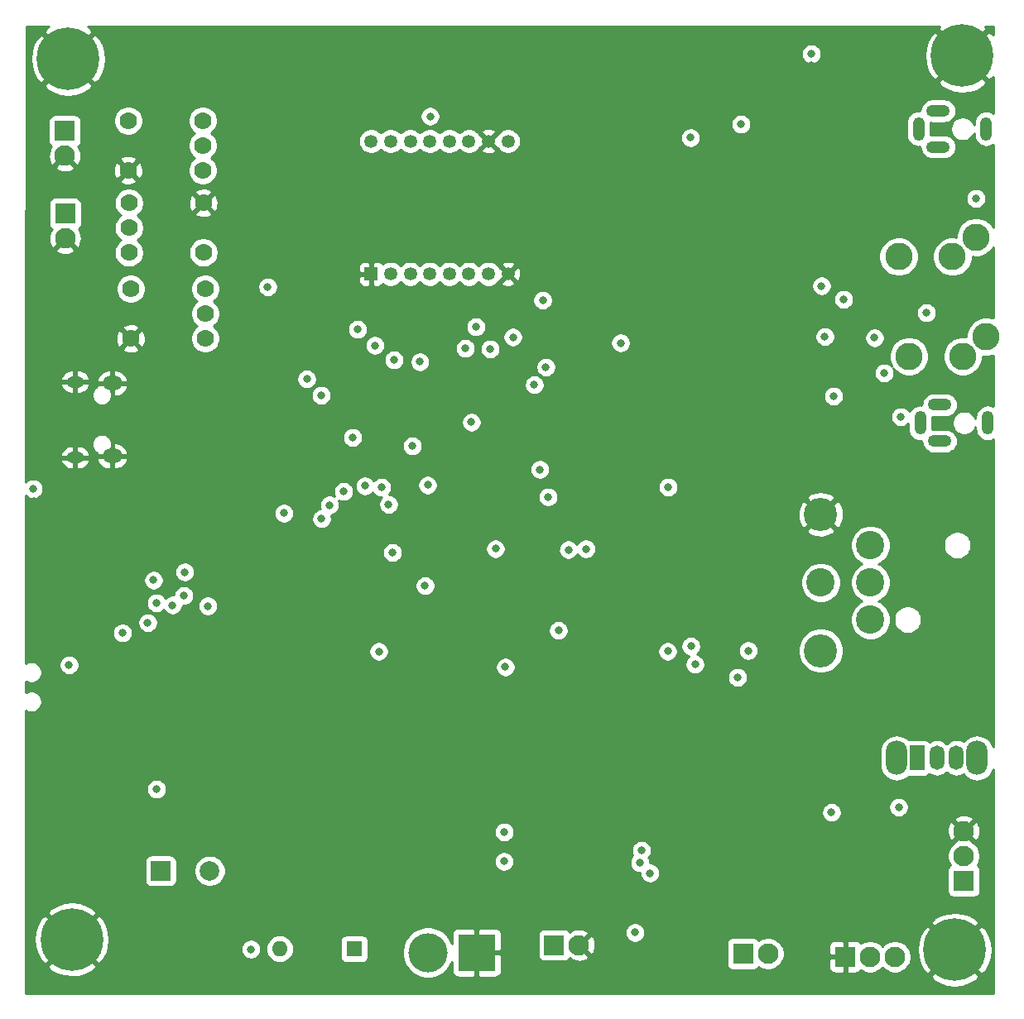
<source format=gbr>
G04 #@! TF.GenerationSoftware,KiCad,Pcbnew,(5.1.4)-1*
G04 #@! TF.CreationDate,2020-12-23T09:12:06-05:00*
G04 #@! TF.ProjectId,CameraTriggerR3SMD,43616d65-7261-4547-9269-676765725233,rev?*
G04 #@! TF.SameCoordinates,Original*
G04 #@! TF.FileFunction,Copper,L2,Inr*
G04 #@! TF.FilePolarity,Positive*
%FSLAX46Y46*%
G04 Gerber Fmt 4.6, Leading zero omitted, Abs format (unit mm)*
G04 Created by KiCad (PCBNEW (5.1.4)-1) date 2020-12-23 09:12:06*
%MOMM*%
%LPD*%
G04 APERTURE LIST*
%ADD10O,1.208000X2.416000*%
%ADD11O,2.416000X1.208000*%
%ADD12C,2.800000*%
%ADD13O,1.600000X1.600000*%
%ADD14R,1.600000X1.600000*%
%ADD15C,1.350000*%
%ADD16R,1.350000X1.350000*%
%ADD17C,1.778000*%
%ADD18O,2.200000X3.500000*%
%ADD19O,1.500000X2.500000*%
%ADD20R,1.500000X2.500000*%
%ADD21O,1.800000X1.150000*%
%ADD22O,2.000000X1.450000*%
%ADD23C,4.000000*%
%ADD24R,3.800000X3.800000*%
%ADD25C,2.100000*%
%ADD26R,2.100000X2.100000*%
%ADD27C,2.900000*%
%ADD28C,3.400000*%
%ADD29C,0.800000*%
%ADD30C,6.400000*%
%ADD31C,2.000000*%
%ADD32R,2.000000X2.000000*%
%ADD33C,0.254000*%
G04 APERTURE END LIST*
D10*
X92012680Y-11135360D03*
D11*
X94012680Y-12985360D03*
X94012680Y-9285360D03*
D10*
X98912680Y-11135360D03*
D12*
X89971280Y-24225000D03*
X95471280Y-24225000D03*
X97871280Y-22225000D03*
D13*
X26670000Y-95072200D03*
D14*
X34290000Y-95072200D03*
D15*
X36017200Y-12384200D03*
X38017200Y-12384200D03*
X40017200Y-12384200D03*
X42017200Y-12384200D03*
X44017200Y-12384200D03*
X46017200Y-12384200D03*
X48017200Y-12384200D03*
X50017200Y-12384200D03*
X50017200Y-25984200D03*
X48017200Y-25984200D03*
X46017200Y-25984200D03*
X44017200Y-25984200D03*
X42017200Y-25984200D03*
X40017200Y-25984200D03*
X38017200Y-25984200D03*
D16*
X36017200Y-25984200D03*
D17*
X19050000Y-32588200D03*
X19050000Y-30048200D03*
X19050000Y-27508200D03*
X11430000Y-27508200D03*
X11430000Y-32588200D03*
X11236960Y-18719800D03*
X11236960Y-21259800D03*
X11236960Y-23799800D03*
X18856960Y-23799800D03*
X18856960Y-18719800D03*
X18796000Y-15377160D03*
X18796000Y-12837160D03*
X18796000Y-10297160D03*
X11176000Y-10297160D03*
X11176000Y-15377160D03*
D18*
X97987040Y-75534520D03*
X89787040Y-75534520D03*
D19*
X95887040Y-75534520D03*
X93887040Y-75534520D03*
D20*
X91887040Y-75534520D03*
D21*
X5736040Y-44774080D03*
X5736040Y-37024080D03*
D22*
X9536040Y-44624080D03*
X9536040Y-37174080D03*
D23*
X41817280Y-95448120D03*
D24*
X46817280Y-95448120D03*
D25*
X4729480Y-22352000D03*
D26*
X4729480Y-19812000D03*
D25*
X4688840Y-13893800D03*
D26*
X4688840Y-11353800D03*
D25*
X57287160Y-94681040D03*
D26*
X54747160Y-94681040D03*
D25*
X89590880Y-95879920D03*
X87050880Y-95879920D03*
D26*
X84510880Y-95879920D03*
D27*
X87086440Y-53761560D03*
D28*
X82006440Y-50591560D03*
X82006440Y-64551560D03*
D27*
X87086440Y-61381560D03*
X87086440Y-57571560D03*
X82006440Y-57571560D03*
D25*
X76601320Y-95570040D03*
D26*
X74061320Y-95570040D03*
D25*
X96631760Y-83027520D03*
X96631760Y-85567520D03*
D26*
X96631760Y-88107520D03*
D10*
X92170160Y-41239440D03*
D11*
X94170160Y-43089440D03*
X94170160Y-39389440D03*
D10*
X99070160Y-41239440D03*
D12*
X91038080Y-34410400D03*
X96538080Y-34410400D03*
X98938080Y-32410400D03*
D29*
X7107256Y-92415024D03*
X5410200Y-91712080D03*
X3713144Y-92415024D03*
X3010200Y-94112080D03*
X3713144Y-95809136D03*
X5410200Y-96512080D03*
X7107256Y-95809136D03*
X7810200Y-94112080D03*
D30*
X5410200Y-94112080D03*
D29*
X6736416Y-2265344D03*
X5039360Y-1562400D03*
X3342304Y-2265344D03*
X2639360Y-3962400D03*
X3342304Y-5659456D03*
X5039360Y-6362400D03*
X6736416Y-5659456D03*
X7439360Y-3962400D03*
D30*
X5039360Y-3962400D03*
D29*
X98176416Y-1955464D03*
X96479360Y-1252520D03*
X94782304Y-1955464D03*
X94079360Y-3652520D03*
X94782304Y-5349576D03*
X96479360Y-6052520D03*
X98176416Y-5349576D03*
X98879360Y-3652520D03*
D30*
X96479360Y-3652520D03*
D29*
X97409336Y-93471664D03*
X95712280Y-92768720D03*
X94015224Y-93471664D03*
X93312280Y-95168720D03*
X94015224Y-96865776D03*
X95712280Y-97568720D03*
X97409336Y-96865776D03*
X98112280Y-95168720D03*
D30*
X95712280Y-95168720D03*
D31*
X19503400Y-87086440D03*
D32*
X14503400Y-87086440D03*
D29*
X57993280Y-54137560D03*
X42052240Y-9850120D03*
X14081760Y-78734920D03*
X23733760Y-95117920D03*
X5125280Y-66015040D03*
X13759040Y-57330480D03*
X14056360Y-59649360D03*
X1468120Y-47970440D03*
X41525770Y-57894910D03*
X38201600Y-54503320D03*
X55173880Y-62478920D03*
X56200040Y-54213760D03*
X81037720Y-3466120D03*
X53273960Y-45999400D03*
X40233600Y-43596560D03*
X13164960Y-61693920D03*
X63658680Y-84994680D03*
X63007240Y-93400880D03*
X64536320Y-87315040D03*
X63492380Y-86271100D03*
X61539120Y-33045400D03*
X67670680Y-2301240D03*
X55900320Y-3627120D03*
X81003000Y-4666120D03*
X49997360Y-28839160D03*
X36001960Y-28905200D03*
X48017200Y-9844000D03*
X15336520Y-72486520D03*
X23713440Y-96596200D03*
X91709240Y-80385920D03*
X84571840Y-82372200D03*
X91572080Y-88712040D03*
X80639920Y-82443320D03*
X4760400Y-70515040D03*
X54279800Y-8509000D03*
X45755560Y-7879080D03*
X43423840Y-3637280D03*
X38618160Y-4663440D03*
X72110600Y-89291160D03*
X71135240Y-93715840D03*
X11120120Y-56311800D03*
X1508760Y-49265840D03*
X1564640Y-50459640D03*
X1452880Y-53152040D03*
X42985320Y-65056120D03*
X60182760Y-47142400D03*
X56474360Y-62163960D03*
X53654960Y-62006480D03*
X54955440Y-54168040D03*
X84475320Y-11927840D03*
X71810880Y-22519640D03*
X47254160Y-57429400D03*
X34706560Y-54899560D03*
X46908720Y-76611480D03*
X37668200Y-77525880D03*
X48285400Y-83804760D03*
X52308760Y-82732880D03*
X53784500Y-80652620D03*
X62946280Y-79679800D03*
X42377360Y-36779200D03*
X36901120Y-42605960D03*
X30307280Y-90858720D03*
X71719440Y-38003480D03*
X77957680Y-50591720D03*
X57576720Y-3606800D03*
X59496960Y-3606800D03*
X61153040Y-3606800D03*
X42303060Y-2690500D03*
X40680640Y-2209800D03*
X39126160Y-2209800D03*
X37531040Y-2209800D03*
X12761440Y-42199080D03*
X59811920Y-7659360D03*
X48407320Y-62641480D03*
X47858680Y-63926720D03*
X47058580Y-64726820D03*
X45648880Y-65191640D03*
X44211240Y-65191640D03*
X41803320Y-64978280D03*
X40706040Y-64734440D03*
X40027860Y-64056260D03*
X39380160Y-62961520D03*
X39410640Y-61483240D03*
X40433665Y-61058465D03*
X41378545Y-60113585D03*
X42321480Y-59623960D03*
X60121800Y-35036760D03*
X21701760Y-52445920D03*
X16068040Y-51318160D03*
X68732400Y-64089280D03*
X73482200Y-67284600D03*
X89976960Y-80573880D03*
X69143880Y-65948560D03*
X74581231Y-64551560D03*
X66354960Y-64612520D03*
X66403220Y-47795180D03*
X83098640Y-81097120D03*
X30952440Y-51038760D03*
X25435560Y-27315160D03*
X31765240Y-49646840D03*
X29443680Y-36743640D03*
X33207960Y-48249840D03*
X30896560Y-38404800D03*
X49743360Y-66222880D03*
X16865600Y-58907680D03*
X84348320Y-28585160D03*
X87503000Y-32517080D03*
X88493600Y-36113720D03*
X90200480Y-40599360D03*
X92806520Y-29966920D03*
X83309460Y-38483540D03*
X82077560Y-27213560D03*
X82428080Y-32400240D03*
X97871280Y-22225000D03*
X97871280Y-18262600D03*
X19319240Y-59979560D03*
X15712440Y-59893200D03*
X36398200Y-33304480D03*
X45664120Y-33594040D03*
X46725840Y-31409640D03*
X34630360Y-31653480D03*
X54117240Y-48808640D03*
X36804600Y-64622680D03*
X49641760Y-83118960D03*
X49611280Y-86121240D03*
X16951960Y-56499760D03*
X10591800Y-62738000D03*
X37802530Y-49577970D03*
X27101800Y-50474880D03*
X53578760Y-28676600D03*
X46263560Y-41153080D03*
X53883560Y-35524440D03*
X50515520Y-32461200D03*
X52699920Y-37322760D03*
X48199040Y-33655000D03*
X41799960Y-47602960D03*
X41010840Y-34980880D03*
X35387280Y-47675800D03*
X38354000Y-34777680D03*
X37078920Y-47818040D03*
X34122360Y-42717720D03*
X73853040Y-10652760D03*
X68686680Y-12039600D03*
X48746480Y-54118440D03*
D33*
G36*
X2918690Y-744845D02*
G01*
X2878272Y-771852D01*
X2518084Y-1261519D01*
X5039360Y-3782795D01*
X7560636Y-1261519D01*
X7200448Y-771852D01*
X7040395Y-685000D01*
X94154218Y-685000D01*
X93958084Y-951639D01*
X96479360Y-3472915D01*
X99000636Y-951639D01*
X98804502Y-685000D01*
X99645000Y-685000D01*
X99645000Y-1473110D01*
X99180241Y-1131244D01*
X96658965Y-3652520D01*
X99180241Y-6173796D01*
X99645000Y-5831930D01*
X99645000Y-9529536D01*
X99604362Y-9496185D01*
X99389119Y-9381136D01*
X99155566Y-9310288D01*
X98912680Y-9286366D01*
X98669795Y-9310288D01*
X98436242Y-9381136D01*
X98220999Y-9496185D01*
X98032337Y-9651016D01*
X97877506Y-9839678D01*
X97762456Y-10054921D01*
X97691608Y-10288474D01*
X97673680Y-10470501D01*
X97673680Y-10711051D01*
X97607123Y-10550368D01*
X97471967Y-10348093D01*
X97299947Y-10176073D01*
X97097672Y-10040917D01*
X96872916Y-9947820D01*
X96634317Y-9900360D01*
X96391043Y-9900360D01*
X96152444Y-9947820D01*
X95927688Y-10040917D01*
X95725413Y-10176073D01*
X95553393Y-10348093D01*
X95418237Y-10550368D01*
X95325140Y-10775124D01*
X95277680Y-11013723D01*
X95277680Y-11256997D01*
X95325140Y-11495596D01*
X95418237Y-11720352D01*
X95553393Y-11922627D01*
X95725413Y-12094647D01*
X95927688Y-12229803D01*
X96152444Y-12322900D01*
X96391043Y-12370360D01*
X96634317Y-12370360D01*
X96872916Y-12322900D01*
X97097672Y-12229803D01*
X97299947Y-12094647D01*
X97471967Y-11922627D01*
X97607123Y-11720352D01*
X97673680Y-11559669D01*
X97673680Y-11800218D01*
X97691608Y-11982245D01*
X97762456Y-12215798D01*
X97877505Y-12431041D01*
X98032336Y-12619704D01*
X98220998Y-12774535D01*
X98436241Y-12889584D01*
X98669794Y-12960432D01*
X98912680Y-12984354D01*
X99155565Y-12960432D01*
X99389118Y-12889584D01*
X99604361Y-12774535D01*
X99645000Y-12741183D01*
X99645000Y-21216658D01*
X99451967Y-20927763D01*
X99168517Y-20644313D01*
X98835214Y-20421607D01*
X98464867Y-20268204D01*
X98071710Y-20190000D01*
X97670850Y-20190000D01*
X97277693Y-20268204D01*
X96907346Y-20421607D01*
X96574043Y-20644313D01*
X96290593Y-20927763D01*
X96067887Y-21261066D01*
X95914484Y-21631413D01*
X95836280Y-22024570D01*
X95836280Y-22222735D01*
X95671710Y-22190000D01*
X95270850Y-22190000D01*
X94877693Y-22268204D01*
X94507346Y-22421607D01*
X94174043Y-22644313D01*
X93890593Y-22927763D01*
X93667887Y-23261066D01*
X93514484Y-23631413D01*
X93436280Y-24024570D01*
X93436280Y-24425430D01*
X93514484Y-24818587D01*
X93667887Y-25188934D01*
X93890593Y-25522237D01*
X94174043Y-25805687D01*
X94507346Y-26028393D01*
X94877693Y-26181796D01*
X95270850Y-26260000D01*
X95671710Y-26260000D01*
X96064867Y-26181796D01*
X96435214Y-26028393D01*
X96768517Y-25805687D01*
X97051967Y-25522237D01*
X97274673Y-25188934D01*
X97428076Y-24818587D01*
X97506280Y-24425430D01*
X97506280Y-24227265D01*
X97670850Y-24260000D01*
X98071710Y-24260000D01*
X98464867Y-24181796D01*
X98835214Y-24028393D01*
X99168517Y-23805687D01*
X99451967Y-23522237D01*
X99645000Y-23233342D01*
X99645000Y-30500548D01*
X99531667Y-30453604D01*
X99138510Y-30375400D01*
X98737650Y-30375400D01*
X98344493Y-30453604D01*
X97974146Y-30607007D01*
X97640843Y-30829713D01*
X97357393Y-31113163D01*
X97134687Y-31446466D01*
X96981284Y-31816813D01*
X96903080Y-32209970D01*
X96903080Y-32408135D01*
X96738510Y-32375400D01*
X96337650Y-32375400D01*
X95944493Y-32453604D01*
X95574146Y-32607007D01*
X95240843Y-32829713D01*
X94957393Y-33113163D01*
X94734687Y-33446466D01*
X94581284Y-33816813D01*
X94503080Y-34209970D01*
X94503080Y-34610830D01*
X94581284Y-35003987D01*
X94734687Y-35374334D01*
X94957393Y-35707637D01*
X95240843Y-35991087D01*
X95574146Y-36213793D01*
X95944493Y-36367196D01*
X96337650Y-36445400D01*
X96738510Y-36445400D01*
X97131667Y-36367196D01*
X97502014Y-36213793D01*
X97835317Y-35991087D01*
X98118767Y-35707637D01*
X98341473Y-35374334D01*
X98494876Y-35003987D01*
X98573080Y-34610830D01*
X98573080Y-34412665D01*
X98737650Y-34445400D01*
X99138510Y-34445400D01*
X99531667Y-34367196D01*
X99645000Y-34320252D01*
X99645000Y-39537812D01*
X99546599Y-39485216D01*
X99313046Y-39414368D01*
X99070160Y-39390446D01*
X98827275Y-39414368D01*
X98593722Y-39485216D01*
X98378479Y-39600265D01*
X98189817Y-39755096D01*
X98034986Y-39943758D01*
X97919936Y-40159001D01*
X97849088Y-40392554D01*
X97831160Y-40574581D01*
X97831160Y-40815131D01*
X97764603Y-40654448D01*
X97629447Y-40452173D01*
X97457427Y-40280153D01*
X97255152Y-40144997D01*
X97030396Y-40051900D01*
X96791797Y-40004440D01*
X96548523Y-40004440D01*
X96309924Y-40051900D01*
X96085168Y-40144997D01*
X95882893Y-40280153D01*
X95710873Y-40452173D01*
X95575717Y-40654448D01*
X95482620Y-40879204D01*
X95435160Y-41117803D01*
X95435160Y-41361077D01*
X95482620Y-41599676D01*
X95575717Y-41824432D01*
X95710873Y-42026707D01*
X95882893Y-42198727D01*
X96085168Y-42333883D01*
X96309924Y-42426980D01*
X96548523Y-42474440D01*
X96791797Y-42474440D01*
X97030396Y-42426980D01*
X97255152Y-42333883D01*
X97457427Y-42198727D01*
X97629447Y-42026707D01*
X97764603Y-41824432D01*
X97831160Y-41663749D01*
X97831160Y-41904298D01*
X97849088Y-42086325D01*
X97919936Y-42319878D01*
X98034985Y-42535121D01*
X98189816Y-42723784D01*
X98378478Y-42878615D01*
X98593721Y-42993664D01*
X98827274Y-43064512D01*
X99070160Y-43088434D01*
X99313045Y-43064512D01*
X99546598Y-42993664D01*
X99645000Y-42941067D01*
X99645001Y-74373196D01*
X99597726Y-74217352D01*
X99436619Y-73915942D01*
X99219806Y-73651754D01*
X98955617Y-73434941D01*
X98654207Y-73273834D01*
X98327158Y-73174625D01*
X97987040Y-73141126D01*
X97646921Y-73174625D01*
X97319872Y-73273834D01*
X97018462Y-73434941D01*
X96754274Y-73651754D01*
X96596901Y-73843515D01*
X96419620Y-73748756D01*
X96158546Y-73669560D01*
X95887040Y-73642819D01*
X95615533Y-73669560D01*
X95354459Y-73748756D01*
X95113852Y-73877363D01*
X94902959Y-74050440D01*
X94887040Y-74069837D01*
X94871120Y-74050439D01*
X94660227Y-73877363D01*
X94419620Y-73748756D01*
X94158546Y-73669560D01*
X93887040Y-73642819D01*
X93615533Y-73669560D01*
X93354459Y-73748756D01*
X93121154Y-73873460D01*
X93088225Y-73833335D01*
X92991534Y-73753983D01*
X92881220Y-73695018D01*
X92761522Y-73658708D01*
X92637040Y-73646448D01*
X91137040Y-73646448D01*
X91024544Y-73657528D01*
X91019806Y-73651754D01*
X90755617Y-73434941D01*
X90454207Y-73273834D01*
X90127158Y-73174625D01*
X89787040Y-73141126D01*
X89446921Y-73174625D01*
X89119872Y-73273834D01*
X88818462Y-73434941D01*
X88554274Y-73651754D01*
X88337461Y-73915943D01*
X88176354Y-74217353D01*
X88077145Y-74544402D01*
X88052040Y-74799296D01*
X88052040Y-76269745D01*
X88077145Y-76524639D01*
X88176355Y-76851688D01*
X88337462Y-77153098D01*
X88554275Y-77417286D01*
X88818463Y-77634099D01*
X89119873Y-77795206D01*
X89446922Y-77894415D01*
X89787040Y-77927914D01*
X90127159Y-77894415D01*
X90454208Y-77795206D01*
X90755618Y-77634099D01*
X91019806Y-77417286D01*
X91024544Y-77411512D01*
X91137040Y-77422592D01*
X92637040Y-77422592D01*
X92761522Y-77410332D01*
X92881220Y-77374022D01*
X92991534Y-77315057D01*
X93088225Y-77235705D01*
X93121155Y-77195580D01*
X93354460Y-77320284D01*
X93615534Y-77399480D01*
X93887040Y-77426221D01*
X94158547Y-77399480D01*
X94419621Y-77320284D01*
X94660228Y-77191677D01*
X94871121Y-77018601D01*
X94887040Y-76999203D01*
X94902960Y-77018601D01*
X95113853Y-77191677D01*
X95354460Y-77320284D01*
X95615534Y-77399480D01*
X95887040Y-77426221D01*
X96158547Y-77399480D01*
X96419621Y-77320284D01*
X96596902Y-77225526D01*
X96754275Y-77417286D01*
X97018463Y-77634099D01*
X97319873Y-77795206D01*
X97646922Y-77894415D01*
X97987040Y-77927914D01*
X98327159Y-77894415D01*
X98654208Y-77795206D01*
X98955618Y-77634099D01*
X99219806Y-77417286D01*
X99436619Y-77153098D01*
X99597726Y-76851688D01*
X99645001Y-76695844D01*
X99645001Y-99645000D01*
X685000Y-99645000D01*
X685000Y-96812961D01*
X2888924Y-96812961D01*
X3249112Y-97302628D01*
X3913082Y-97662929D01*
X4634585Y-97886774D01*
X5385895Y-97965560D01*
X6138138Y-97896258D01*
X6862408Y-97681532D01*
X7530870Y-97329635D01*
X7571288Y-97302628D01*
X7931476Y-96812961D01*
X5410200Y-94291685D01*
X2888924Y-96812961D01*
X685000Y-96812961D01*
X685000Y-94087775D01*
X1556720Y-94087775D01*
X1626022Y-94840018D01*
X1840748Y-95564288D01*
X2192645Y-96232750D01*
X2219652Y-96273168D01*
X2709319Y-96633356D01*
X5230595Y-94112080D01*
X5589805Y-94112080D01*
X8111081Y-96633356D01*
X8600748Y-96273168D01*
X8961049Y-95609198D01*
X9145093Y-95015981D01*
X22698760Y-95015981D01*
X22698760Y-95219859D01*
X22738534Y-95419818D01*
X22816555Y-95608176D01*
X22929823Y-95777694D01*
X23073986Y-95921857D01*
X23243504Y-96035125D01*
X23431862Y-96113146D01*
X23631821Y-96152920D01*
X23835699Y-96152920D01*
X24035658Y-96113146D01*
X24224016Y-96035125D01*
X24393534Y-95921857D01*
X24537697Y-95777694D01*
X24650965Y-95608176D01*
X24728986Y-95419818D01*
X24768760Y-95219859D01*
X24768760Y-95072200D01*
X25228057Y-95072200D01*
X25255764Y-95353509D01*
X25337818Y-95624008D01*
X25471068Y-95873301D01*
X25650392Y-96091808D01*
X25868899Y-96271132D01*
X26118192Y-96404382D01*
X26388691Y-96486436D01*
X26599508Y-96507200D01*
X26740492Y-96507200D01*
X26951309Y-96486436D01*
X27221808Y-96404382D01*
X27471101Y-96271132D01*
X27689608Y-96091808D01*
X27868932Y-95873301D01*
X28002182Y-95624008D01*
X28084236Y-95353509D01*
X28111943Y-95072200D01*
X28084236Y-94790891D01*
X28002182Y-94520392D01*
X27869521Y-94272200D01*
X32851928Y-94272200D01*
X32851928Y-95872200D01*
X32864188Y-95996682D01*
X32900498Y-96116380D01*
X32959463Y-96226694D01*
X33038815Y-96323385D01*
X33135506Y-96402737D01*
X33245820Y-96461702D01*
X33365518Y-96498012D01*
X33490000Y-96510272D01*
X35090000Y-96510272D01*
X35214482Y-96498012D01*
X35334180Y-96461702D01*
X35444494Y-96402737D01*
X35541185Y-96323385D01*
X35620537Y-96226694D01*
X35679502Y-96116380D01*
X35715812Y-95996682D01*
X35728072Y-95872200D01*
X35728072Y-95188595D01*
X39182280Y-95188595D01*
X39182280Y-95707645D01*
X39283541Y-96216721D01*
X39482173Y-96696261D01*
X39770542Y-97127835D01*
X40137565Y-97494858D01*
X40569139Y-97783227D01*
X41048679Y-97981859D01*
X41557755Y-98083120D01*
X42076805Y-98083120D01*
X42585881Y-97981859D01*
X43065421Y-97783227D01*
X43496995Y-97494858D01*
X43864018Y-97127835D01*
X44152387Y-96696261D01*
X44281040Y-96385666D01*
X44279208Y-97348120D01*
X44291468Y-97472602D01*
X44327778Y-97592300D01*
X44386743Y-97702614D01*
X44466095Y-97799305D01*
X44562786Y-97878657D01*
X44673100Y-97937622D01*
X44792798Y-97973932D01*
X44917280Y-97986192D01*
X46531530Y-97983120D01*
X46690280Y-97824370D01*
X46690280Y-95575120D01*
X46944280Y-95575120D01*
X46944280Y-97824370D01*
X47103030Y-97983120D01*
X48717280Y-97986192D01*
X48841762Y-97973932D01*
X48961460Y-97937622D01*
X49071774Y-97878657D01*
X49082808Y-97869601D01*
X93191004Y-97869601D01*
X93551192Y-98359268D01*
X94215162Y-98719569D01*
X94936665Y-98943414D01*
X95687975Y-99022200D01*
X96440218Y-98952898D01*
X97164488Y-98738172D01*
X97832950Y-98386275D01*
X97873368Y-98359268D01*
X98233556Y-97869601D01*
X95712280Y-95348325D01*
X93191004Y-97869601D01*
X49082808Y-97869601D01*
X49168465Y-97799305D01*
X49247817Y-97702614D01*
X49306782Y-97592300D01*
X49343092Y-97472602D01*
X49355352Y-97348120D01*
X49352280Y-95733870D01*
X49193530Y-95575120D01*
X46944280Y-95575120D01*
X46690280Y-95575120D01*
X46670280Y-95575120D01*
X46670280Y-95321120D01*
X46690280Y-95321120D01*
X46690280Y-93071870D01*
X46944280Y-93071870D01*
X46944280Y-95321120D01*
X49193530Y-95321120D01*
X49352280Y-95162370D01*
X49355194Y-93631040D01*
X53059088Y-93631040D01*
X53059088Y-95731040D01*
X53071348Y-95855522D01*
X53107658Y-95975220D01*
X53166623Y-96085534D01*
X53245975Y-96182225D01*
X53342666Y-96261577D01*
X53452980Y-96320542D01*
X53572678Y-96356852D01*
X53697160Y-96369112D01*
X55797160Y-96369112D01*
X55921642Y-96356852D01*
X56041340Y-96320542D01*
X56151654Y-96261577D01*
X56248345Y-96182225D01*
X56327697Y-96085534D01*
X56360611Y-96023958D01*
X56397499Y-96121619D01*
X56695637Y-96267503D01*
X57016506Y-96352420D01*
X57347777Y-96373106D01*
X57676717Y-96328768D01*
X57990687Y-96221109D01*
X58176821Y-96121619D01*
X58278621Y-95852106D01*
X57287160Y-94860645D01*
X57273018Y-94874788D01*
X57093413Y-94695183D01*
X57107555Y-94681040D01*
X57466765Y-94681040D01*
X58458226Y-95672501D01*
X58727739Y-95570701D01*
X58873623Y-95272563D01*
X58958540Y-94951694D01*
X58979226Y-94620423D01*
X58965696Y-94520040D01*
X72373248Y-94520040D01*
X72373248Y-96620040D01*
X72385508Y-96744522D01*
X72421818Y-96864220D01*
X72480783Y-96974534D01*
X72560135Y-97071225D01*
X72656826Y-97150577D01*
X72767140Y-97209542D01*
X72886838Y-97245852D01*
X73011320Y-97258112D01*
X75111320Y-97258112D01*
X75235802Y-97245852D01*
X75355500Y-97209542D01*
X75465814Y-97150577D01*
X75562505Y-97071225D01*
X75641857Y-96974534D01*
X75649362Y-96960494D01*
X75803173Y-97063268D01*
X76109824Y-97190286D01*
X76435362Y-97255040D01*
X76767278Y-97255040D01*
X77092816Y-97190286D01*
X77399467Y-97063268D01*
X77599035Y-96929920D01*
X82822808Y-96929920D01*
X82835068Y-97054402D01*
X82871378Y-97174100D01*
X82930343Y-97284414D01*
X83009695Y-97381105D01*
X83106386Y-97460457D01*
X83216700Y-97519422D01*
X83336398Y-97555732D01*
X83460880Y-97567992D01*
X84225130Y-97564920D01*
X84383880Y-97406170D01*
X84383880Y-96006920D01*
X82984630Y-96006920D01*
X82825880Y-96165670D01*
X82822808Y-96929920D01*
X77599035Y-96929920D01*
X77675445Y-96878865D01*
X77910145Y-96644165D01*
X78094548Y-96368187D01*
X78221566Y-96061536D01*
X78286320Y-95735998D01*
X78286320Y-95404082D01*
X78221566Y-95078544D01*
X78118584Y-94829920D01*
X82822808Y-94829920D01*
X82825880Y-95594170D01*
X82984630Y-95752920D01*
X84383880Y-95752920D01*
X84383880Y-94353670D01*
X84637880Y-94353670D01*
X84637880Y-95752920D01*
X84657880Y-95752920D01*
X84657880Y-96006920D01*
X84637880Y-96006920D01*
X84637880Y-97406170D01*
X84796630Y-97564920D01*
X85560880Y-97567992D01*
X85685362Y-97555732D01*
X85805060Y-97519422D01*
X85915374Y-97460457D01*
X86012065Y-97381105D01*
X86091417Y-97284414D01*
X86098922Y-97270374D01*
X86252733Y-97373148D01*
X86559384Y-97500166D01*
X86884922Y-97564920D01*
X87216838Y-97564920D01*
X87542376Y-97500166D01*
X87849027Y-97373148D01*
X88125005Y-97188745D01*
X88320880Y-96992870D01*
X88516755Y-97188745D01*
X88792733Y-97373148D01*
X89099384Y-97500166D01*
X89424922Y-97564920D01*
X89756838Y-97564920D01*
X90082376Y-97500166D01*
X90389027Y-97373148D01*
X90665005Y-97188745D01*
X90899705Y-96954045D01*
X91084108Y-96678067D01*
X91211126Y-96371416D01*
X91275880Y-96045878D01*
X91275880Y-95713962D01*
X91211126Y-95388424D01*
X91110055Y-95144415D01*
X91858800Y-95144415D01*
X91928102Y-95896658D01*
X92142828Y-96620928D01*
X92494725Y-97289390D01*
X92521732Y-97329808D01*
X93011399Y-97689996D01*
X95532675Y-95168720D01*
X95891885Y-95168720D01*
X98413161Y-97689996D01*
X98902828Y-97329808D01*
X99263129Y-96665838D01*
X99486974Y-95944335D01*
X99565760Y-95193025D01*
X99496458Y-94440782D01*
X99281732Y-93716512D01*
X98929835Y-93048050D01*
X98902828Y-93007632D01*
X98413161Y-92647444D01*
X95891885Y-95168720D01*
X95532675Y-95168720D01*
X93011399Y-92647444D01*
X92521732Y-93007632D01*
X92161431Y-93671602D01*
X91937586Y-94393105D01*
X91858800Y-95144415D01*
X91110055Y-95144415D01*
X91084108Y-95081773D01*
X90899705Y-94805795D01*
X90665005Y-94571095D01*
X90389027Y-94386692D01*
X90082376Y-94259674D01*
X89756838Y-94194920D01*
X89424922Y-94194920D01*
X89099384Y-94259674D01*
X88792733Y-94386692D01*
X88516755Y-94571095D01*
X88320880Y-94766970D01*
X88125005Y-94571095D01*
X87849027Y-94386692D01*
X87542376Y-94259674D01*
X87216838Y-94194920D01*
X86884922Y-94194920D01*
X86559384Y-94259674D01*
X86252733Y-94386692D01*
X86098922Y-94489466D01*
X86091417Y-94475426D01*
X86012065Y-94378735D01*
X85915374Y-94299383D01*
X85805060Y-94240418D01*
X85685362Y-94204108D01*
X85560880Y-94191848D01*
X84796630Y-94194920D01*
X84637880Y-94353670D01*
X84383880Y-94353670D01*
X84225130Y-94194920D01*
X83460880Y-94191848D01*
X83336398Y-94204108D01*
X83216700Y-94240418D01*
X83106386Y-94299383D01*
X83009695Y-94378735D01*
X82930343Y-94475426D01*
X82871378Y-94585740D01*
X82835068Y-94705438D01*
X82822808Y-94829920D01*
X78118584Y-94829920D01*
X78094548Y-94771893D01*
X77910145Y-94495915D01*
X77675445Y-94261215D01*
X77399467Y-94076812D01*
X77092816Y-93949794D01*
X76767278Y-93885040D01*
X76435362Y-93885040D01*
X76109824Y-93949794D01*
X75803173Y-94076812D01*
X75649362Y-94179586D01*
X75641857Y-94165546D01*
X75562505Y-94068855D01*
X75465814Y-93989503D01*
X75355500Y-93930538D01*
X75235802Y-93894228D01*
X75111320Y-93881968D01*
X73011320Y-93881968D01*
X72886838Y-93894228D01*
X72767140Y-93930538D01*
X72656826Y-93989503D01*
X72560135Y-94068855D01*
X72480783Y-94165546D01*
X72421818Y-94275860D01*
X72385508Y-94395558D01*
X72373248Y-94520040D01*
X58965696Y-94520040D01*
X58934888Y-94291483D01*
X58827229Y-93977513D01*
X58727739Y-93791379D01*
X58458226Y-93689579D01*
X57466765Y-94681040D01*
X57107555Y-94681040D01*
X57093413Y-94666898D01*
X57273018Y-94487293D01*
X57287160Y-94501435D01*
X58278621Y-93509974D01*
X58198910Y-93298941D01*
X61972240Y-93298941D01*
X61972240Y-93502819D01*
X62012014Y-93702778D01*
X62090035Y-93891136D01*
X62203303Y-94060654D01*
X62347466Y-94204817D01*
X62516984Y-94318085D01*
X62705342Y-94396106D01*
X62905301Y-94435880D01*
X63109179Y-94435880D01*
X63309138Y-94396106D01*
X63497496Y-94318085D01*
X63667014Y-94204817D01*
X63811177Y-94060654D01*
X63924445Y-93891136D01*
X64002466Y-93702778D01*
X64042240Y-93502819D01*
X64042240Y-93298941D01*
X64002466Y-93098982D01*
X63924445Y-92910624D01*
X63811177Y-92741106D01*
X63667014Y-92596943D01*
X63497496Y-92483675D01*
X63459265Y-92467839D01*
X93191004Y-92467839D01*
X95712280Y-94989115D01*
X98233556Y-92467839D01*
X97873368Y-91978172D01*
X97209398Y-91617871D01*
X96487895Y-91394026D01*
X95736585Y-91315240D01*
X94984342Y-91384542D01*
X94260072Y-91599268D01*
X93591610Y-91951165D01*
X93551192Y-91978172D01*
X93191004Y-92467839D01*
X63459265Y-92467839D01*
X63309138Y-92405654D01*
X63109179Y-92365880D01*
X62905301Y-92365880D01*
X62705342Y-92405654D01*
X62516984Y-92483675D01*
X62347466Y-92596943D01*
X62203303Y-92741106D01*
X62090035Y-92910624D01*
X62012014Y-93098982D01*
X61972240Y-93298941D01*
X58198910Y-93298941D01*
X58176821Y-93240461D01*
X57878683Y-93094577D01*
X57557814Y-93009660D01*
X57226543Y-92988974D01*
X56897603Y-93033312D01*
X56583633Y-93140971D01*
X56397499Y-93240461D01*
X56360611Y-93338122D01*
X56327697Y-93276546D01*
X56248345Y-93179855D01*
X56151654Y-93100503D01*
X56041340Y-93041538D01*
X55921642Y-93005228D01*
X55797160Y-92992968D01*
X53697160Y-92992968D01*
X53572678Y-93005228D01*
X53452980Y-93041538D01*
X53342666Y-93100503D01*
X53245975Y-93179855D01*
X53166623Y-93276546D01*
X53107658Y-93386860D01*
X53071348Y-93506558D01*
X53059088Y-93631040D01*
X49355194Y-93631040D01*
X49355352Y-93548120D01*
X49343092Y-93423638D01*
X49306782Y-93303940D01*
X49247817Y-93193626D01*
X49168465Y-93096935D01*
X49071774Y-93017583D01*
X48961460Y-92958618D01*
X48841762Y-92922308D01*
X48717280Y-92910048D01*
X47103030Y-92913120D01*
X46944280Y-93071870D01*
X46690280Y-93071870D01*
X46531530Y-92913120D01*
X44917280Y-92910048D01*
X44792798Y-92922308D01*
X44673100Y-92958618D01*
X44562786Y-93017583D01*
X44466095Y-93096935D01*
X44386743Y-93193626D01*
X44327778Y-93303940D01*
X44291468Y-93423638D01*
X44279208Y-93548120D01*
X44281040Y-94510574D01*
X44152387Y-94199979D01*
X43864018Y-93768405D01*
X43496995Y-93401382D01*
X43065421Y-93113013D01*
X42585881Y-92914381D01*
X42076805Y-92813120D01*
X41557755Y-92813120D01*
X41048679Y-92914381D01*
X40569139Y-93113013D01*
X40137565Y-93401382D01*
X39770542Y-93768405D01*
X39482173Y-94199979D01*
X39283541Y-94679519D01*
X39182280Y-95188595D01*
X35728072Y-95188595D01*
X35728072Y-94272200D01*
X35715812Y-94147718D01*
X35679502Y-94028020D01*
X35620537Y-93917706D01*
X35541185Y-93821015D01*
X35444494Y-93741663D01*
X35334180Y-93682698D01*
X35214482Y-93646388D01*
X35090000Y-93634128D01*
X33490000Y-93634128D01*
X33365518Y-93646388D01*
X33245820Y-93682698D01*
X33135506Y-93741663D01*
X33038815Y-93821015D01*
X32959463Y-93917706D01*
X32900498Y-94028020D01*
X32864188Y-94147718D01*
X32851928Y-94272200D01*
X27869521Y-94272200D01*
X27868932Y-94271099D01*
X27689608Y-94052592D01*
X27471101Y-93873268D01*
X27221808Y-93740018D01*
X26951309Y-93657964D01*
X26740492Y-93637200D01*
X26599508Y-93637200D01*
X26388691Y-93657964D01*
X26118192Y-93740018D01*
X25868899Y-93873268D01*
X25650392Y-94052592D01*
X25471068Y-94271099D01*
X25337818Y-94520392D01*
X25255764Y-94790891D01*
X25228057Y-95072200D01*
X24768760Y-95072200D01*
X24768760Y-95015981D01*
X24728986Y-94816022D01*
X24650965Y-94627664D01*
X24537697Y-94458146D01*
X24393534Y-94313983D01*
X24224016Y-94200715D01*
X24035658Y-94122694D01*
X23835699Y-94082920D01*
X23631821Y-94082920D01*
X23431862Y-94122694D01*
X23243504Y-94200715D01*
X23073986Y-94313983D01*
X22929823Y-94458146D01*
X22816555Y-94627664D01*
X22738534Y-94816022D01*
X22698760Y-95015981D01*
X9145093Y-95015981D01*
X9184894Y-94887695D01*
X9263680Y-94136385D01*
X9194378Y-93384142D01*
X8979652Y-92659872D01*
X8627755Y-91991410D01*
X8600748Y-91950992D01*
X8111081Y-91590804D01*
X5589805Y-94112080D01*
X5230595Y-94112080D01*
X2709319Y-91590804D01*
X2219652Y-91950992D01*
X1859351Y-92614962D01*
X1635506Y-93336465D01*
X1556720Y-94087775D01*
X685000Y-94087775D01*
X685000Y-91411199D01*
X2888924Y-91411199D01*
X5410200Y-93932475D01*
X7931476Y-91411199D01*
X7571288Y-90921532D01*
X6907318Y-90561231D01*
X6185815Y-90337386D01*
X5434505Y-90258600D01*
X4682262Y-90327902D01*
X3957992Y-90542628D01*
X3289530Y-90894525D01*
X3249112Y-90921532D01*
X2888924Y-91411199D01*
X685000Y-91411199D01*
X685000Y-86086440D01*
X12865328Y-86086440D01*
X12865328Y-88086440D01*
X12877588Y-88210922D01*
X12913898Y-88330620D01*
X12972863Y-88440934D01*
X13052215Y-88537625D01*
X13148906Y-88616977D01*
X13259220Y-88675942D01*
X13378918Y-88712252D01*
X13503400Y-88724512D01*
X15503400Y-88724512D01*
X15627882Y-88712252D01*
X15747580Y-88675942D01*
X15857894Y-88616977D01*
X15954585Y-88537625D01*
X16033937Y-88440934D01*
X16092902Y-88330620D01*
X16129212Y-88210922D01*
X16141472Y-88086440D01*
X16141472Y-86925407D01*
X17868400Y-86925407D01*
X17868400Y-87247473D01*
X17931232Y-87563352D01*
X18054482Y-87860903D01*
X18233413Y-88128692D01*
X18461148Y-88356427D01*
X18728937Y-88535358D01*
X19026488Y-88658608D01*
X19342367Y-88721440D01*
X19664433Y-88721440D01*
X19980312Y-88658608D01*
X20277863Y-88535358D01*
X20545652Y-88356427D01*
X20773387Y-88128692D01*
X20952318Y-87860903D01*
X21075568Y-87563352D01*
X21138400Y-87247473D01*
X21138400Y-86925407D01*
X21075568Y-86609528D01*
X20952318Y-86311977D01*
X20773387Y-86044188D01*
X20748500Y-86019301D01*
X48576280Y-86019301D01*
X48576280Y-86223179D01*
X48616054Y-86423138D01*
X48694075Y-86611496D01*
X48807343Y-86781014D01*
X48951506Y-86925177D01*
X49121024Y-87038445D01*
X49309382Y-87116466D01*
X49509341Y-87156240D01*
X49713219Y-87156240D01*
X49913178Y-87116466D01*
X50101536Y-87038445D01*
X50271054Y-86925177D01*
X50415217Y-86781014D01*
X50528485Y-86611496D01*
X50606506Y-86423138D01*
X50646280Y-86223179D01*
X50646280Y-86169161D01*
X62457380Y-86169161D01*
X62457380Y-86373039D01*
X62497154Y-86572998D01*
X62575175Y-86761356D01*
X62688443Y-86930874D01*
X62832606Y-87075037D01*
X63002124Y-87188305D01*
X63190482Y-87266326D01*
X63390441Y-87306100D01*
X63501320Y-87306100D01*
X63501320Y-87416979D01*
X63541094Y-87616938D01*
X63619115Y-87805296D01*
X63732383Y-87974814D01*
X63876546Y-88118977D01*
X64046064Y-88232245D01*
X64234422Y-88310266D01*
X64434381Y-88350040D01*
X64638259Y-88350040D01*
X64838218Y-88310266D01*
X65026576Y-88232245D01*
X65196094Y-88118977D01*
X65340257Y-87974814D01*
X65453525Y-87805296D01*
X65531546Y-87616938D01*
X65571320Y-87416979D01*
X65571320Y-87213101D01*
X65540374Y-87057520D01*
X94943688Y-87057520D01*
X94943688Y-89157520D01*
X94955948Y-89282002D01*
X94992258Y-89401700D01*
X95051223Y-89512014D01*
X95130575Y-89608705D01*
X95227266Y-89688057D01*
X95337580Y-89747022D01*
X95457278Y-89783332D01*
X95581760Y-89795592D01*
X97681760Y-89795592D01*
X97806242Y-89783332D01*
X97925940Y-89747022D01*
X98036254Y-89688057D01*
X98132945Y-89608705D01*
X98212297Y-89512014D01*
X98271262Y-89401700D01*
X98307572Y-89282002D01*
X98319832Y-89157520D01*
X98319832Y-87057520D01*
X98307572Y-86933038D01*
X98271262Y-86813340D01*
X98212297Y-86703026D01*
X98132945Y-86606335D01*
X98036254Y-86526983D01*
X98022214Y-86519478D01*
X98124988Y-86365667D01*
X98252006Y-86059016D01*
X98316760Y-85733478D01*
X98316760Y-85401562D01*
X98252006Y-85076024D01*
X98124988Y-84769373D01*
X97940585Y-84493395D01*
X97705885Y-84258695D01*
X97621751Y-84202478D01*
X97623221Y-84198586D01*
X96631760Y-83207125D01*
X95640299Y-84198586D01*
X95641769Y-84202478D01*
X95557635Y-84258695D01*
X95322935Y-84493395D01*
X95138532Y-84769373D01*
X95011514Y-85076024D01*
X94946760Y-85401562D01*
X94946760Y-85733478D01*
X95011514Y-86059016D01*
X95138532Y-86365667D01*
X95241306Y-86519478D01*
X95227266Y-86526983D01*
X95130575Y-86606335D01*
X95051223Y-86703026D01*
X94992258Y-86813340D01*
X94955948Y-86933038D01*
X94943688Y-87057520D01*
X65540374Y-87057520D01*
X65531546Y-87013142D01*
X65453525Y-86824784D01*
X65340257Y-86655266D01*
X65196094Y-86511103D01*
X65026576Y-86397835D01*
X64838218Y-86319814D01*
X64638259Y-86280040D01*
X64527380Y-86280040D01*
X64527380Y-86169161D01*
X64487606Y-85969202D01*
X64409585Y-85780844D01*
X64380202Y-85736869D01*
X64462617Y-85654454D01*
X64575885Y-85484936D01*
X64653906Y-85296578D01*
X64693680Y-85096619D01*
X64693680Y-84892741D01*
X64653906Y-84692782D01*
X64575885Y-84504424D01*
X64462617Y-84334906D01*
X64318454Y-84190743D01*
X64148936Y-84077475D01*
X63960578Y-83999454D01*
X63760619Y-83959680D01*
X63556741Y-83959680D01*
X63356782Y-83999454D01*
X63168424Y-84077475D01*
X62998906Y-84190743D01*
X62854743Y-84334906D01*
X62741475Y-84504424D01*
X62663454Y-84692782D01*
X62623680Y-84892741D01*
X62623680Y-85096619D01*
X62663454Y-85296578D01*
X62741475Y-85484936D01*
X62770858Y-85528911D01*
X62688443Y-85611326D01*
X62575175Y-85780844D01*
X62497154Y-85969202D01*
X62457380Y-86169161D01*
X50646280Y-86169161D01*
X50646280Y-86019301D01*
X50606506Y-85819342D01*
X50528485Y-85630984D01*
X50415217Y-85461466D01*
X50271054Y-85317303D01*
X50101536Y-85204035D01*
X49913178Y-85126014D01*
X49713219Y-85086240D01*
X49509341Y-85086240D01*
X49309382Y-85126014D01*
X49121024Y-85204035D01*
X48951506Y-85317303D01*
X48807343Y-85461466D01*
X48694075Y-85630984D01*
X48616054Y-85819342D01*
X48576280Y-86019301D01*
X20748500Y-86019301D01*
X20545652Y-85816453D01*
X20277863Y-85637522D01*
X19980312Y-85514272D01*
X19664433Y-85451440D01*
X19342367Y-85451440D01*
X19026488Y-85514272D01*
X18728937Y-85637522D01*
X18461148Y-85816453D01*
X18233413Y-86044188D01*
X18054482Y-86311977D01*
X17931232Y-86609528D01*
X17868400Y-86925407D01*
X16141472Y-86925407D01*
X16141472Y-86086440D01*
X16129212Y-85961958D01*
X16092902Y-85842260D01*
X16033937Y-85731946D01*
X15954585Y-85635255D01*
X15857894Y-85555903D01*
X15747580Y-85496938D01*
X15627882Y-85460628D01*
X15503400Y-85448368D01*
X13503400Y-85448368D01*
X13378918Y-85460628D01*
X13259220Y-85496938D01*
X13148906Y-85555903D01*
X13052215Y-85635255D01*
X12972863Y-85731946D01*
X12913898Y-85842260D01*
X12877588Y-85961958D01*
X12865328Y-86086440D01*
X685000Y-86086440D01*
X685000Y-83017021D01*
X48606760Y-83017021D01*
X48606760Y-83220899D01*
X48646534Y-83420858D01*
X48724555Y-83609216D01*
X48837823Y-83778734D01*
X48981986Y-83922897D01*
X49151504Y-84036165D01*
X49339862Y-84114186D01*
X49539821Y-84153960D01*
X49743699Y-84153960D01*
X49943658Y-84114186D01*
X50132016Y-84036165D01*
X50301534Y-83922897D01*
X50445697Y-83778734D01*
X50558965Y-83609216D01*
X50636986Y-83420858D01*
X50676760Y-83220899D01*
X50676760Y-83088137D01*
X94939694Y-83088137D01*
X94984032Y-83417077D01*
X95091691Y-83731047D01*
X95191181Y-83917181D01*
X95460694Y-84018981D01*
X96452155Y-83027520D01*
X96811365Y-83027520D01*
X97802826Y-84018981D01*
X98072339Y-83917181D01*
X98218223Y-83619043D01*
X98303140Y-83298174D01*
X98323826Y-82966903D01*
X98279488Y-82637963D01*
X98171829Y-82323993D01*
X98072339Y-82137859D01*
X97802826Y-82036059D01*
X96811365Y-83027520D01*
X96452155Y-83027520D01*
X95460694Y-82036059D01*
X95191181Y-82137859D01*
X95045297Y-82435997D01*
X94960380Y-82756866D01*
X94939694Y-83088137D01*
X50676760Y-83088137D01*
X50676760Y-83017021D01*
X50636986Y-82817062D01*
X50558965Y-82628704D01*
X50445697Y-82459186D01*
X50301534Y-82315023D01*
X50132016Y-82201755D01*
X49943658Y-82123734D01*
X49743699Y-82083960D01*
X49539821Y-82083960D01*
X49339862Y-82123734D01*
X49151504Y-82201755D01*
X48981986Y-82315023D01*
X48837823Y-82459186D01*
X48724555Y-82628704D01*
X48646534Y-82817062D01*
X48606760Y-83017021D01*
X685000Y-83017021D01*
X685000Y-80995181D01*
X82063640Y-80995181D01*
X82063640Y-81199059D01*
X82103414Y-81399018D01*
X82181435Y-81587376D01*
X82294703Y-81756894D01*
X82438866Y-81901057D01*
X82608384Y-82014325D01*
X82796742Y-82092346D01*
X82996701Y-82132120D01*
X83200579Y-82132120D01*
X83400538Y-82092346D01*
X83588896Y-82014325D01*
X83758414Y-81901057D01*
X83803017Y-81856454D01*
X95640299Y-81856454D01*
X96631760Y-82847915D01*
X97623221Y-81856454D01*
X97521421Y-81586941D01*
X97223283Y-81441057D01*
X96902414Y-81356140D01*
X96571143Y-81335454D01*
X96242203Y-81379792D01*
X95928233Y-81487451D01*
X95742099Y-81586941D01*
X95640299Y-81856454D01*
X83803017Y-81856454D01*
X83902577Y-81756894D01*
X84015845Y-81587376D01*
X84093866Y-81399018D01*
X84133640Y-81199059D01*
X84133640Y-80995181D01*
X84093866Y-80795222D01*
X84015845Y-80606864D01*
X83925693Y-80471941D01*
X88941960Y-80471941D01*
X88941960Y-80675819D01*
X88981734Y-80875778D01*
X89059755Y-81064136D01*
X89173023Y-81233654D01*
X89317186Y-81377817D01*
X89486704Y-81491085D01*
X89675062Y-81569106D01*
X89875021Y-81608880D01*
X90078899Y-81608880D01*
X90278858Y-81569106D01*
X90467216Y-81491085D01*
X90636734Y-81377817D01*
X90780897Y-81233654D01*
X90894165Y-81064136D01*
X90972186Y-80875778D01*
X91011960Y-80675819D01*
X91011960Y-80471941D01*
X90972186Y-80271982D01*
X90894165Y-80083624D01*
X90780897Y-79914106D01*
X90636734Y-79769943D01*
X90467216Y-79656675D01*
X90278858Y-79578654D01*
X90078899Y-79538880D01*
X89875021Y-79538880D01*
X89675062Y-79578654D01*
X89486704Y-79656675D01*
X89317186Y-79769943D01*
X89173023Y-79914106D01*
X89059755Y-80083624D01*
X88981734Y-80271982D01*
X88941960Y-80471941D01*
X83925693Y-80471941D01*
X83902577Y-80437346D01*
X83758414Y-80293183D01*
X83588896Y-80179915D01*
X83400538Y-80101894D01*
X83200579Y-80062120D01*
X82996701Y-80062120D01*
X82796742Y-80101894D01*
X82608384Y-80179915D01*
X82438866Y-80293183D01*
X82294703Y-80437346D01*
X82181435Y-80606864D01*
X82103414Y-80795222D01*
X82063640Y-80995181D01*
X685000Y-80995181D01*
X685000Y-78632981D01*
X13046760Y-78632981D01*
X13046760Y-78836859D01*
X13086534Y-79036818D01*
X13164555Y-79225176D01*
X13277823Y-79394694D01*
X13421986Y-79538857D01*
X13591504Y-79652125D01*
X13779862Y-79730146D01*
X13979821Y-79769920D01*
X14183699Y-79769920D01*
X14383658Y-79730146D01*
X14572016Y-79652125D01*
X14741534Y-79538857D01*
X14885697Y-79394694D01*
X14998965Y-79225176D01*
X15076986Y-79036818D01*
X15116760Y-78836859D01*
X15116760Y-78632981D01*
X15076986Y-78433022D01*
X14998965Y-78244664D01*
X14885697Y-78075146D01*
X14741534Y-77930983D01*
X14572016Y-77817715D01*
X14383658Y-77739694D01*
X14183699Y-77699920D01*
X13979821Y-77699920D01*
X13779862Y-77739694D01*
X13591504Y-77817715D01*
X13421986Y-77930983D01*
X13277823Y-78075146D01*
X13164555Y-78244664D01*
X13086534Y-78433022D01*
X13046760Y-78632981D01*
X685000Y-78632981D01*
X685000Y-70678941D01*
X756260Y-70726555D01*
X953717Y-70808344D01*
X1163337Y-70850040D01*
X1377063Y-70850040D01*
X1586683Y-70808344D01*
X1784140Y-70726555D01*
X1961847Y-70607815D01*
X2112975Y-70456687D01*
X2231715Y-70278980D01*
X2313504Y-70081523D01*
X2355200Y-69871903D01*
X2355200Y-69658177D01*
X2313504Y-69448557D01*
X2231715Y-69251100D01*
X2112975Y-69073393D01*
X1961847Y-68922265D01*
X1784140Y-68803525D01*
X1586683Y-68721736D01*
X1377063Y-68680040D01*
X1163337Y-68680040D01*
X953717Y-68721736D01*
X756260Y-68803525D01*
X685000Y-68851139D01*
X685000Y-67678941D01*
X756260Y-67726555D01*
X953717Y-67808344D01*
X1163337Y-67850040D01*
X1377063Y-67850040D01*
X1586683Y-67808344D01*
X1784140Y-67726555D01*
X1961847Y-67607815D01*
X2112975Y-67456687D01*
X2231715Y-67278980D01*
X2313504Y-67081523D01*
X2355200Y-66871903D01*
X2355200Y-66658177D01*
X2313504Y-66448557D01*
X2231715Y-66251100D01*
X2112975Y-66073393D01*
X1961847Y-65922265D01*
X1948133Y-65913101D01*
X4090280Y-65913101D01*
X4090280Y-66116979D01*
X4130054Y-66316938D01*
X4208075Y-66505296D01*
X4321343Y-66674814D01*
X4465506Y-66818977D01*
X4635024Y-66932245D01*
X4823382Y-67010266D01*
X5023341Y-67050040D01*
X5227219Y-67050040D01*
X5427178Y-67010266D01*
X5615536Y-66932245D01*
X5785054Y-66818977D01*
X5929217Y-66674814D01*
X6042485Y-66505296D01*
X6120506Y-66316938D01*
X6159491Y-66120941D01*
X48708360Y-66120941D01*
X48708360Y-66324819D01*
X48748134Y-66524778D01*
X48826155Y-66713136D01*
X48939423Y-66882654D01*
X49083586Y-67026817D01*
X49253104Y-67140085D01*
X49441462Y-67218106D01*
X49641421Y-67257880D01*
X49845299Y-67257880D01*
X50045258Y-67218106D01*
X50130829Y-67182661D01*
X72447200Y-67182661D01*
X72447200Y-67386539D01*
X72486974Y-67586498D01*
X72564995Y-67774856D01*
X72678263Y-67944374D01*
X72822426Y-68088537D01*
X72991944Y-68201805D01*
X73180302Y-68279826D01*
X73380261Y-68319600D01*
X73584139Y-68319600D01*
X73784098Y-68279826D01*
X73972456Y-68201805D01*
X74141974Y-68088537D01*
X74286137Y-67944374D01*
X74399405Y-67774856D01*
X74477426Y-67586498D01*
X74517200Y-67386539D01*
X74517200Y-67182661D01*
X74477426Y-66982702D01*
X74399405Y-66794344D01*
X74286137Y-66624826D01*
X74141974Y-66480663D01*
X73972456Y-66367395D01*
X73784098Y-66289374D01*
X73584139Y-66249600D01*
X73380261Y-66249600D01*
X73180302Y-66289374D01*
X72991944Y-66367395D01*
X72822426Y-66480663D01*
X72678263Y-66624826D01*
X72564995Y-66794344D01*
X72486974Y-66982702D01*
X72447200Y-67182661D01*
X50130829Y-67182661D01*
X50233616Y-67140085D01*
X50403134Y-67026817D01*
X50547297Y-66882654D01*
X50660565Y-66713136D01*
X50738586Y-66524778D01*
X50778360Y-66324819D01*
X50778360Y-66120941D01*
X50738586Y-65920982D01*
X50660565Y-65732624D01*
X50547297Y-65563106D01*
X50403134Y-65418943D01*
X50233616Y-65305675D01*
X50045258Y-65227654D01*
X49845299Y-65187880D01*
X49641421Y-65187880D01*
X49441462Y-65227654D01*
X49253104Y-65305675D01*
X49083586Y-65418943D01*
X48939423Y-65563106D01*
X48826155Y-65732624D01*
X48748134Y-65920982D01*
X48708360Y-66120941D01*
X6159491Y-66120941D01*
X6160280Y-66116979D01*
X6160280Y-65913101D01*
X6120506Y-65713142D01*
X6042485Y-65524784D01*
X5929217Y-65355266D01*
X5785054Y-65211103D01*
X5615536Y-65097835D01*
X5427178Y-65019814D01*
X5227219Y-64980040D01*
X5023341Y-64980040D01*
X4823382Y-65019814D01*
X4635024Y-65097835D01*
X4465506Y-65211103D01*
X4321343Y-65355266D01*
X4208075Y-65524784D01*
X4130054Y-65713142D01*
X4090280Y-65913101D01*
X1948133Y-65913101D01*
X1784140Y-65803525D01*
X1586683Y-65721736D01*
X1377063Y-65680040D01*
X1163337Y-65680040D01*
X953717Y-65721736D01*
X756260Y-65803525D01*
X685000Y-65851139D01*
X685000Y-64520741D01*
X35769600Y-64520741D01*
X35769600Y-64724619D01*
X35809374Y-64924578D01*
X35887395Y-65112936D01*
X36000663Y-65282454D01*
X36144826Y-65426617D01*
X36314344Y-65539885D01*
X36502702Y-65617906D01*
X36702661Y-65657680D01*
X36906539Y-65657680D01*
X37106498Y-65617906D01*
X37294856Y-65539885D01*
X37464374Y-65426617D01*
X37608537Y-65282454D01*
X37721805Y-65112936D01*
X37799826Y-64924578D01*
X37839600Y-64724619D01*
X37839600Y-64520741D01*
X37837580Y-64510581D01*
X65319960Y-64510581D01*
X65319960Y-64714459D01*
X65359734Y-64914418D01*
X65437755Y-65102776D01*
X65551023Y-65272294D01*
X65695186Y-65416457D01*
X65864704Y-65529725D01*
X66053062Y-65607746D01*
X66253021Y-65647520D01*
X66456899Y-65647520D01*
X66656858Y-65607746D01*
X66845216Y-65529725D01*
X67014734Y-65416457D01*
X67158897Y-65272294D01*
X67272165Y-65102776D01*
X67350186Y-64914418D01*
X67389960Y-64714459D01*
X67389960Y-64510581D01*
X67350186Y-64310622D01*
X67272165Y-64122264D01*
X67182013Y-63987341D01*
X67697400Y-63987341D01*
X67697400Y-64191219D01*
X67737174Y-64391178D01*
X67815195Y-64579536D01*
X67928463Y-64749054D01*
X68072626Y-64893217D01*
X68242144Y-65006485D01*
X68430502Y-65084506D01*
X68541141Y-65106513D01*
X68484106Y-65144623D01*
X68339943Y-65288786D01*
X68226675Y-65458304D01*
X68148654Y-65646662D01*
X68108880Y-65846621D01*
X68108880Y-66050499D01*
X68148654Y-66250458D01*
X68226675Y-66438816D01*
X68339943Y-66608334D01*
X68484106Y-66752497D01*
X68653624Y-66865765D01*
X68841982Y-66943786D01*
X69041941Y-66983560D01*
X69245819Y-66983560D01*
X69445778Y-66943786D01*
X69634136Y-66865765D01*
X69803654Y-66752497D01*
X69947817Y-66608334D01*
X70061085Y-66438816D01*
X70139106Y-66250458D01*
X70178880Y-66050499D01*
X70178880Y-65846621D01*
X70139106Y-65646662D01*
X70061085Y-65458304D01*
X69947817Y-65288786D01*
X69803654Y-65144623D01*
X69634136Y-65031355D01*
X69445778Y-64953334D01*
X69335139Y-64931327D01*
X69392174Y-64893217D01*
X69536337Y-64749054D01*
X69649605Y-64579536D01*
X69703417Y-64449621D01*
X73546231Y-64449621D01*
X73546231Y-64653499D01*
X73586005Y-64853458D01*
X73664026Y-65041816D01*
X73777294Y-65211334D01*
X73921457Y-65355497D01*
X74090975Y-65468765D01*
X74279333Y-65546786D01*
X74479292Y-65586560D01*
X74683170Y-65586560D01*
X74883129Y-65546786D01*
X75071487Y-65468765D01*
X75241005Y-65355497D01*
X75385168Y-65211334D01*
X75498436Y-65041816D01*
X75576457Y-64853458D01*
X75616231Y-64653499D01*
X75616231Y-64449621D01*
X75590763Y-64321583D01*
X79671440Y-64321583D01*
X79671440Y-64781537D01*
X79761173Y-65232654D01*
X79937190Y-65657597D01*
X80192727Y-66040036D01*
X80517964Y-66365273D01*
X80900403Y-66620810D01*
X81325346Y-66796827D01*
X81776463Y-66886560D01*
X82236417Y-66886560D01*
X82687534Y-66796827D01*
X83112477Y-66620810D01*
X83494916Y-66365273D01*
X83820153Y-66040036D01*
X84075690Y-65657597D01*
X84251707Y-65232654D01*
X84341440Y-64781537D01*
X84341440Y-64321583D01*
X84251707Y-63870466D01*
X84075690Y-63445523D01*
X83820153Y-63063084D01*
X83494916Y-62737847D01*
X83112477Y-62482310D01*
X82687534Y-62306293D01*
X82236417Y-62216560D01*
X81776463Y-62216560D01*
X81325346Y-62306293D01*
X80900403Y-62482310D01*
X80517964Y-62737847D01*
X80192727Y-63063084D01*
X79937190Y-63445523D01*
X79761173Y-63870466D01*
X79671440Y-64321583D01*
X75590763Y-64321583D01*
X75576457Y-64249662D01*
X75498436Y-64061304D01*
X75385168Y-63891786D01*
X75241005Y-63747623D01*
X75071487Y-63634355D01*
X74883129Y-63556334D01*
X74683170Y-63516560D01*
X74479292Y-63516560D01*
X74279333Y-63556334D01*
X74090975Y-63634355D01*
X73921457Y-63747623D01*
X73777294Y-63891786D01*
X73664026Y-64061304D01*
X73586005Y-64249662D01*
X73546231Y-64449621D01*
X69703417Y-64449621D01*
X69727626Y-64391178D01*
X69767400Y-64191219D01*
X69767400Y-63987341D01*
X69727626Y-63787382D01*
X69649605Y-63599024D01*
X69536337Y-63429506D01*
X69392174Y-63285343D01*
X69222656Y-63172075D01*
X69034298Y-63094054D01*
X68834339Y-63054280D01*
X68630461Y-63054280D01*
X68430502Y-63094054D01*
X68242144Y-63172075D01*
X68072626Y-63285343D01*
X67928463Y-63429506D01*
X67815195Y-63599024D01*
X67737174Y-63787382D01*
X67697400Y-63987341D01*
X67182013Y-63987341D01*
X67158897Y-63952746D01*
X67014734Y-63808583D01*
X66845216Y-63695315D01*
X66656858Y-63617294D01*
X66456899Y-63577520D01*
X66253021Y-63577520D01*
X66053062Y-63617294D01*
X65864704Y-63695315D01*
X65695186Y-63808583D01*
X65551023Y-63952746D01*
X65437755Y-64122264D01*
X65359734Y-64310622D01*
X65319960Y-64510581D01*
X37837580Y-64510581D01*
X37799826Y-64320782D01*
X37721805Y-64132424D01*
X37608537Y-63962906D01*
X37464374Y-63818743D01*
X37294856Y-63705475D01*
X37106498Y-63627454D01*
X36906539Y-63587680D01*
X36702661Y-63587680D01*
X36502702Y-63627454D01*
X36314344Y-63705475D01*
X36144826Y-63818743D01*
X36000663Y-63962906D01*
X35887395Y-64132424D01*
X35809374Y-64320782D01*
X35769600Y-64520741D01*
X685000Y-64520741D01*
X685000Y-62636061D01*
X9556800Y-62636061D01*
X9556800Y-62839939D01*
X9596574Y-63039898D01*
X9674595Y-63228256D01*
X9787863Y-63397774D01*
X9932026Y-63541937D01*
X10101544Y-63655205D01*
X10289902Y-63733226D01*
X10489861Y-63773000D01*
X10693739Y-63773000D01*
X10893698Y-63733226D01*
X11082056Y-63655205D01*
X11251574Y-63541937D01*
X11395737Y-63397774D01*
X11509005Y-63228256D01*
X11587026Y-63039898D01*
X11626800Y-62839939D01*
X11626800Y-62636061D01*
X11587026Y-62436102D01*
X11509005Y-62247744D01*
X11395737Y-62078226D01*
X11251574Y-61934063D01*
X11082056Y-61820795D01*
X10893698Y-61742774D01*
X10693739Y-61703000D01*
X10489861Y-61703000D01*
X10289902Y-61742774D01*
X10101544Y-61820795D01*
X9932026Y-61934063D01*
X9787863Y-62078226D01*
X9674595Y-62247744D01*
X9596574Y-62436102D01*
X9556800Y-62636061D01*
X685000Y-62636061D01*
X685000Y-61591981D01*
X12129960Y-61591981D01*
X12129960Y-61795859D01*
X12169734Y-61995818D01*
X12247755Y-62184176D01*
X12361023Y-62353694D01*
X12505186Y-62497857D01*
X12674704Y-62611125D01*
X12863062Y-62689146D01*
X13063021Y-62728920D01*
X13266899Y-62728920D01*
X13466858Y-62689146D01*
X13655216Y-62611125D01*
X13824734Y-62497857D01*
X13945610Y-62376981D01*
X54138880Y-62376981D01*
X54138880Y-62580859D01*
X54178654Y-62780818D01*
X54256675Y-62969176D01*
X54369943Y-63138694D01*
X54514106Y-63282857D01*
X54683624Y-63396125D01*
X54871982Y-63474146D01*
X55071941Y-63513920D01*
X55275819Y-63513920D01*
X55475778Y-63474146D01*
X55664136Y-63396125D01*
X55833654Y-63282857D01*
X55977817Y-63138694D01*
X56091085Y-62969176D01*
X56169106Y-62780818D01*
X56208880Y-62580859D01*
X56208880Y-62376981D01*
X56169106Y-62177022D01*
X56091085Y-61988664D01*
X55977817Y-61819146D01*
X55833654Y-61674983D01*
X55664136Y-61561715D01*
X55475778Y-61483694D01*
X55275819Y-61443920D01*
X55071941Y-61443920D01*
X54871982Y-61483694D01*
X54683624Y-61561715D01*
X54514106Y-61674983D01*
X54369943Y-61819146D01*
X54256675Y-61988664D01*
X54178654Y-62177022D01*
X54138880Y-62376981D01*
X13945610Y-62376981D01*
X13968897Y-62353694D01*
X14082165Y-62184176D01*
X14160186Y-61995818D01*
X14199960Y-61795859D01*
X14199960Y-61591981D01*
X14160186Y-61392022D01*
X14082165Y-61203664D01*
X13968897Y-61034146D01*
X13824734Y-60889983D01*
X13655216Y-60776715D01*
X13466858Y-60698694D01*
X13266899Y-60658920D01*
X13063021Y-60658920D01*
X12863062Y-60698694D01*
X12674704Y-60776715D01*
X12505186Y-60889983D01*
X12361023Y-61034146D01*
X12247755Y-61203664D01*
X12169734Y-61392022D01*
X12129960Y-61591981D01*
X685000Y-61591981D01*
X685000Y-59547421D01*
X13021360Y-59547421D01*
X13021360Y-59751299D01*
X13061134Y-59951258D01*
X13139155Y-60139616D01*
X13252423Y-60309134D01*
X13396586Y-60453297D01*
X13566104Y-60566565D01*
X13754462Y-60644586D01*
X13954421Y-60684360D01*
X14158299Y-60684360D01*
X14358258Y-60644586D01*
X14546616Y-60566565D01*
X14716134Y-60453297D01*
X14792523Y-60376908D01*
X14795235Y-60383456D01*
X14908503Y-60552974D01*
X15052666Y-60697137D01*
X15222184Y-60810405D01*
X15410542Y-60888426D01*
X15610501Y-60928200D01*
X15814379Y-60928200D01*
X16014338Y-60888426D01*
X16202696Y-60810405D01*
X16372214Y-60697137D01*
X16516377Y-60552974D01*
X16629645Y-60383456D01*
X16707666Y-60195098D01*
X16747440Y-59995139D01*
X16747440Y-59939453D01*
X16763661Y-59942680D01*
X16967539Y-59942680D01*
X17167498Y-59902906D01*
X17228540Y-59877621D01*
X18284240Y-59877621D01*
X18284240Y-60081499D01*
X18324014Y-60281458D01*
X18402035Y-60469816D01*
X18515303Y-60639334D01*
X18659466Y-60783497D01*
X18828984Y-60896765D01*
X19017342Y-60974786D01*
X19217301Y-61014560D01*
X19421179Y-61014560D01*
X19621138Y-60974786D01*
X19809496Y-60896765D01*
X19979014Y-60783497D01*
X20123177Y-60639334D01*
X20236445Y-60469816D01*
X20314466Y-60281458D01*
X20354240Y-60081499D01*
X20354240Y-59877621D01*
X20314466Y-59677662D01*
X20236445Y-59489304D01*
X20123177Y-59319786D01*
X19979014Y-59175623D01*
X19809496Y-59062355D01*
X19621138Y-58984334D01*
X19421179Y-58944560D01*
X19217301Y-58944560D01*
X19017342Y-58984334D01*
X18828984Y-59062355D01*
X18659466Y-59175623D01*
X18515303Y-59319786D01*
X18402035Y-59489304D01*
X18324014Y-59677662D01*
X18284240Y-59877621D01*
X17228540Y-59877621D01*
X17355856Y-59824885D01*
X17525374Y-59711617D01*
X17669537Y-59567454D01*
X17782805Y-59397936D01*
X17860826Y-59209578D01*
X17900600Y-59009619D01*
X17900600Y-58805741D01*
X17860826Y-58605782D01*
X17782805Y-58417424D01*
X17669537Y-58247906D01*
X17525374Y-58103743D01*
X17355856Y-57990475D01*
X17167498Y-57912454D01*
X16967539Y-57872680D01*
X16763661Y-57872680D01*
X16563702Y-57912454D01*
X16375344Y-57990475D01*
X16205826Y-58103743D01*
X16061663Y-58247906D01*
X15948395Y-58417424D01*
X15870374Y-58605782D01*
X15830600Y-58805741D01*
X15830600Y-58861427D01*
X15814379Y-58858200D01*
X15610501Y-58858200D01*
X15410542Y-58897974D01*
X15222184Y-58975995D01*
X15052666Y-59089263D01*
X14976277Y-59165652D01*
X14973565Y-59159104D01*
X14860297Y-58989586D01*
X14716134Y-58845423D01*
X14546616Y-58732155D01*
X14358258Y-58654134D01*
X14158299Y-58614360D01*
X13954421Y-58614360D01*
X13754462Y-58654134D01*
X13566104Y-58732155D01*
X13396586Y-58845423D01*
X13252423Y-58989586D01*
X13139155Y-59159104D01*
X13061134Y-59347462D01*
X13021360Y-59547421D01*
X685000Y-59547421D01*
X685000Y-57228541D01*
X12724040Y-57228541D01*
X12724040Y-57432419D01*
X12763814Y-57632378D01*
X12841835Y-57820736D01*
X12955103Y-57990254D01*
X13099266Y-58134417D01*
X13268784Y-58247685D01*
X13457142Y-58325706D01*
X13657101Y-58365480D01*
X13860979Y-58365480D01*
X14060938Y-58325706D01*
X14249296Y-58247685D01*
X14418814Y-58134417D01*
X14562977Y-57990254D01*
X14676245Y-57820736D01*
X14687745Y-57792971D01*
X40490770Y-57792971D01*
X40490770Y-57996849D01*
X40530544Y-58196808D01*
X40608565Y-58385166D01*
X40721833Y-58554684D01*
X40865996Y-58698847D01*
X41035514Y-58812115D01*
X41223872Y-58890136D01*
X41423831Y-58929910D01*
X41627709Y-58929910D01*
X41827668Y-58890136D01*
X42016026Y-58812115D01*
X42185544Y-58698847D01*
X42329707Y-58554684D01*
X42442975Y-58385166D01*
X42520996Y-58196808D01*
X42560770Y-57996849D01*
X42560770Y-57792971D01*
X42520996Y-57593012D01*
X42442975Y-57404654D01*
X42417285Y-57366205D01*
X79921440Y-57366205D01*
X79921440Y-57776915D01*
X80001566Y-58179732D01*
X80158737Y-58559178D01*
X80386915Y-58900670D01*
X80677330Y-59191085D01*
X81018822Y-59419263D01*
X81398268Y-59576434D01*
X81801085Y-59656560D01*
X82211795Y-59656560D01*
X82614612Y-59576434D01*
X82994058Y-59419263D01*
X83335550Y-59191085D01*
X83625965Y-58900670D01*
X83854143Y-58559178D01*
X84011314Y-58179732D01*
X84091440Y-57776915D01*
X84091440Y-57366205D01*
X84011314Y-56963388D01*
X83854143Y-56583942D01*
X83625965Y-56242450D01*
X83335550Y-55952035D01*
X82994058Y-55723857D01*
X82614612Y-55566686D01*
X82211795Y-55486560D01*
X81801085Y-55486560D01*
X81398268Y-55566686D01*
X81018822Y-55723857D01*
X80677330Y-55952035D01*
X80386915Y-56242450D01*
X80158737Y-56583942D01*
X80001566Y-56963388D01*
X79921440Y-57366205D01*
X42417285Y-57366205D01*
X42329707Y-57235136D01*
X42185544Y-57090973D01*
X42016026Y-56977705D01*
X41827668Y-56899684D01*
X41627709Y-56859910D01*
X41423831Y-56859910D01*
X41223872Y-56899684D01*
X41035514Y-56977705D01*
X40865996Y-57090973D01*
X40721833Y-57235136D01*
X40608565Y-57404654D01*
X40530544Y-57593012D01*
X40490770Y-57792971D01*
X14687745Y-57792971D01*
X14754266Y-57632378D01*
X14794040Y-57432419D01*
X14794040Y-57228541D01*
X14754266Y-57028582D01*
X14676245Y-56840224D01*
X14562977Y-56670706D01*
X14418814Y-56526543D01*
X14249296Y-56413275D01*
X14211988Y-56397821D01*
X15916960Y-56397821D01*
X15916960Y-56601699D01*
X15956734Y-56801658D01*
X16034755Y-56990016D01*
X16148023Y-57159534D01*
X16292186Y-57303697D01*
X16461704Y-57416965D01*
X16650062Y-57494986D01*
X16850021Y-57534760D01*
X17053899Y-57534760D01*
X17253858Y-57494986D01*
X17442216Y-57416965D01*
X17611734Y-57303697D01*
X17755897Y-57159534D01*
X17869165Y-56990016D01*
X17947186Y-56801658D01*
X17986960Y-56601699D01*
X17986960Y-56397821D01*
X17947186Y-56197862D01*
X17869165Y-56009504D01*
X17755897Y-55839986D01*
X17611734Y-55695823D01*
X17442216Y-55582555D01*
X17253858Y-55504534D01*
X17053899Y-55464760D01*
X16850021Y-55464760D01*
X16650062Y-55504534D01*
X16461704Y-55582555D01*
X16292186Y-55695823D01*
X16148023Y-55839986D01*
X16034755Y-56009504D01*
X15956734Y-56197862D01*
X15916960Y-56397821D01*
X14211988Y-56397821D01*
X14060938Y-56335254D01*
X13860979Y-56295480D01*
X13657101Y-56295480D01*
X13457142Y-56335254D01*
X13268784Y-56413275D01*
X13099266Y-56526543D01*
X12955103Y-56670706D01*
X12841835Y-56840224D01*
X12763814Y-57028582D01*
X12724040Y-57228541D01*
X685000Y-57228541D01*
X685000Y-54401381D01*
X37166600Y-54401381D01*
X37166600Y-54605259D01*
X37206374Y-54805218D01*
X37284395Y-54993576D01*
X37397663Y-55163094D01*
X37541826Y-55307257D01*
X37711344Y-55420525D01*
X37899702Y-55498546D01*
X38099661Y-55538320D01*
X38303539Y-55538320D01*
X38503498Y-55498546D01*
X38691856Y-55420525D01*
X38861374Y-55307257D01*
X39005537Y-55163094D01*
X39118805Y-54993576D01*
X39196826Y-54805218D01*
X39236600Y-54605259D01*
X39236600Y-54401381D01*
X39196826Y-54201422D01*
X39120229Y-54016501D01*
X47711480Y-54016501D01*
X47711480Y-54220379D01*
X47751254Y-54420338D01*
X47829275Y-54608696D01*
X47942543Y-54778214D01*
X48086706Y-54922377D01*
X48256224Y-55035645D01*
X48444582Y-55113666D01*
X48644541Y-55153440D01*
X48848419Y-55153440D01*
X49048378Y-55113666D01*
X49236736Y-55035645D01*
X49406254Y-54922377D01*
X49550417Y-54778214D01*
X49663685Y-54608696D01*
X49741706Y-54420338D01*
X49781480Y-54220379D01*
X49781480Y-54111821D01*
X55165040Y-54111821D01*
X55165040Y-54315699D01*
X55204814Y-54515658D01*
X55282835Y-54704016D01*
X55396103Y-54873534D01*
X55540266Y-55017697D01*
X55709784Y-55130965D01*
X55898142Y-55208986D01*
X56098101Y-55248760D01*
X56301979Y-55248760D01*
X56501938Y-55208986D01*
X56690296Y-55130965D01*
X56859814Y-55017697D01*
X57003977Y-54873534D01*
X57117245Y-54704016D01*
X57120974Y-54695013D01*
X57189343Y-54797334D01*
X57333506Y-54941497D01*
X57503024Y-55054765D01*
X57691382Y-55132786D01*
X57891341Y-55172560D01*
X58095219Y-55172560D01*
X58295178Y-55132786D01*
X58483536Y-55054765D01*
X58653054Y-54941497D01*
X58797217Y-54797334D01*
X58910485Y-54627816D01*
X58988506Y-54439458D01*
X59028280Y-54239499D01*
X59028280Y-54035621D01*
X58988506Y-53835662D01*
X58910485Y-53647304D01*
X58849615Y-53556205D01*
X85001440Y-53556205D01*
X85001440Y-53966915D01*
X85081566Y-54369732D01*
X85238737Y-54749178D01*
X85466915Y-55090670D01*
X85757330Y-55381085D01*
X86098822Y-55609263D01*
X86237150Y-55666560D01*
X86098822Y-55723857D01*
X85757330Y-55952035D01*
X85466915Y-56242450D01*
X85238737Y-56583942D01*
X85081566Y-56963388D01*
X85001440Y-57366205D01*
X85001440Y-57776915D01*
X85081566Y-58179732D01*
X85238737Y-58559178D01*
X85466915Y-58900670D01*
X85757330Y-59191085D01*
X86098822Y-59419263D01*
X86237150Y-59476560D01*
X86098822Y-59533857D01*
X85757330Y-59762035D01*
X85466915Y-60052450D01*
X85238737Y-60393942D01*
X85081566Y-60773388D01*
X85001440Y-61176205D01*
X85001440Y-61586915D01*
X85081566Y-61989732D01*
X85238737Y-62369178D01*
X85466915Y-62710670D01*
X85757330Y-63001085D01*
X86098822Y-63229263D01*
X86478268Y-63386434D01*
X86881085Y-63466560D01*
X87291795Y-63466560D01*
X87694612Y-63386434D01*
X88074058Y-63229263D01*
X88415550Y-63001085D01*
X88705965Y-62710670D01*
X88934143Y-62369178D01*
X89091314Y-61989732D01*
X89171440Y-61586915D01*
X89171440Y-61240225D01*
X89461440Y-61240225D01*
X89461440Y-61522895D01*
X89516587Y-61800134D01*
X89624760Y-62061287D01*
X89781803Y-62296319D01*
X89981681Y-62496197D01*
X90216713Y-62653240D01*
X90477866Y-62761413D01*
X90755105Y-62816560D01*
X91037775Y-62816560D01*
X91315014Y-62761413D01*
X91576167Y-62653240D01*
X91811199Y-62496197D01*
X92011077Y-62296319D01*
X92168120Y-62061287D01*
X92276293Y-61800134D01*
X92331440Y-61522895D01*
X92331440Y-61240225D01*
X92276293Y-60962986D01*
X92168120Y-60701833D01*
X92011077Y-60466801D01*
X91811199Y-60266923D01*
X91576167Y-60109880D01*
X91315014Y-60001707D01*
X91037775Y-59946560D01*
X90755105Y-59946560D01*
X90477866Y-60001707D01*
X90216713Y-60109880D01*
X89981681Y-60266923D01*
X89781803Y-60466801D01*
X89624760Y-60701833D01*
X89516587Y-60962986D01*
X89461440Y-61240225D01*
X89171440Y-61240225D01*
X89171440Y-61176205D01*
X89091314Y-60773388D01*
X88934143Y-60393942D01*
X88705965Y-60052450D01*
X88415550Y-59762035D01*
X88074058Y-59533857D01*
X87935730Y-59476560D01*
X88074058Y-59419263D01*
X88415550Y-59191085D01*
X88705965Y-58900670D01*
X88934143Y-58559178D01*
X89091314Y-58179732D01*
X89171440Y-57776915D01*
X89171440Y-57366205D01*
X89091314Y-56963388D01*
X88934143Y-56583942D01*
X88705965Y-56242450D01*
X88415550Y-55952035D01*
X88074058Y-55723857D01*
X87935730Y-55666560D01*
X88074058Y-55609263D01*
X88415550Y-55381085D01*
X88705965Y-55090670D01*
X88934143Y-54749178D01*
X89091314Y-54369732D01*
X89171440Y-53966915D01*
X89171440Y-53620225D01*
X94541440Y-53620225D01*
X94541440Y-53902895D01*
X94596587Y-54180134D01*
X94704760Y-54441287D01*
X94861803Y-54676319D01*
X95061681Y-54876197D01*
X95296713Y-55033240D01*
X95557866Y-55141413D01*
X95835105Y-55196560D01*
X96117775Y-55196560D01*
X96395014Y-55141413D01*
X96656167Y-55033240D01*
X96891199Y-54876197D01*
X97091077Y-54676319D01*
X97248120Y-54441287D01*
X97356293Y-54180134D01*
X97411440Y-53902895D01*
X97411440Y-53620225D01*
X97356293Y-53342986D01*
X97248120Y-53081833D01*
X97091077Y-52846801D01*
X96891199Y-52646923D01*
X96656167Y-52489880D01*
X96395014Y-52381707D01*
X96117775Y-52326560D01*
X95835105Y-52326560D01*
X95557866Y-52381707D01*
X95296713Y-52489880D01*
X95061681Y-52646923D01*
X94861803Y-52846801D01*
X94704760Y-53081833D01*
X94596587Y-53342986D01*
X94541440Y-53620225D01*
X89171440Y-53620225D01*
X89171440Y-53556205D01*
X89091314Y-53153388D01*
X88934143Y-52773942D01*
X88705965Y-52432450D01*
X88415550Y-52142035D01*
X88074058Y-51913857D01*
X87694612Y-51756686D01*
X87291795Y-51676560D01*
X86881085Y-51676560D01*
X86478268Y-51756686D01*
X86098822Y-51913857D01*
X85757330Y-52142035D01*
X85466915Y-52432450D01*
X85238737Y-52773942D01*
X85081566Y-53153388D01*
X85001440Y-53556205D01*
X58849615Y-53556205D01*
X58797217Y-53477786D01*
X58653054Y-53333623D01*
X58483536Y-53220355D01*
X58295178Y-53142334D01*
X58095219Y-53102560D01*
X57891341Y-53102560D01*
X57691382Y-53142334D01*
X57503024Y-53220355D01*
X57333506Y-53333623D01*
X57189343Y-53477786D01*
X57076075Y-53647304D01*
X57072346Y-53656307D01*
X57003977Y-53553986D01*
X56859814Y-53409823D01*
X56690296Y-53296555D01*
X56501938Y-53218534D01*
X56301979Y-53178760D01*
X56098101Y-53178760D01*
X55898142Y-53218534D01*
X55709784Y-53296555D01*
X55540266Y-53409823D01*
X55396103Y-53553986D01*
X55282835Y-53723504D01*
X55204814Y-53911862D01*
X55165040Y-54111821D01*
X49781480Y-54111821D01*
X49781480Y-54016501D01*
X49741706Y-53816542D01*
X49663685Y-53628184D01*
X49550417Y-53458666D01*
X49406254Y-53314503D01*
X49236736Y-53201235D01*
X49048378Y-53123214D01*
X48848419Y-53083440D01*
X48644541Y-53083440D01*
X48444582Y-53123214D01*
X48256224Y-53201235D01*
X48086706Y-53314503D01*
X47942543Y-53458666D01*
X47829275Y-53628184D01*
X47751254Y-53816542D01*
X47711480Y-54016501D01*
X39120229Y-54016501D01*
X39118805Y-54013064D01*
X39005537Y-53843546D01*
X38861374Y-53699383D01*
X38691856Y-53586115D01*
X38503498Y-53508094D01*
X38303539Y-53468320D01*
X38099661Y-53468320D01*
X37899702Y-53508094D01*
X37711344Y-53586115D01*
X37541826Y-53699383D01*
X37397663Y-53843546D01*
X37284395Y-54013064D01*
X37206374Y-54201422D01*
X37166600Y-54401381D01*
X685000Y-54401381D01*
X685000Y-52225583D01*
X80552022Y-52225583D01*
X80732088Y-52561620D01*
X81140914Y-52772380D01*
X81583002Y-52899332D01*
X82041362Y-52937597D01*
X82498380Y-52885706D01*
X82936493Y-52745652D01*
X83280792Y-52561620D01*
X83460858Y-52225583D01*
X82006440Y-50771165D01*
X80552022Y-52225583D01*
X685000Y-52225583D01*
X685000Y-50372941D01*
X26066800Y-50372941D01*
X26066800Y-50576819D01*
X26106574Y-50776778D01*
X26184595Y-50965136D01*
X26297863Y-51134654D01*
X26442026Y-51278817D01*
X26611544Y-51392085D01*
X26799902Y-51470106D01*
X26999861Y-51509880D01*
X27203739Y-51509880D01*
X27403698Y-51470106D01*
X27592056Y-51392085D01*
X27761574Y-51278817D01*
X27905737Y-51134654D01*
X28019005Y-50965136D01*
X28030733Y-50936821D01*
X29917440Y-50936821D01*
X29917440Y-51140699D01*
X29957214Y-51340658D01*
X30035235Y-51529016D01*
X30148503Y-51698534D01*
X30292666Y-51842697D01*
X30462184Y-51955965D01*
X30650542Y-52033986D01*
X30850501Y-52073760D01*
X31054379Y-52073760D01*
X31254338Y-52033986D01*
X31442696Y-51955965D01*
X31612214Y-51842697D01*
X31756377Y-51698534D01*
X31869645Y-51529016D01*
X31947666Y-51340658D01*
X31987440Y-51140699D01*
X31987440Y-50936821D01*
X31947666Y-50736862D01*
X31920483Y-50671237D01*
X32067138Y-50642066D01*
X32104760Y-50626482D01*
X79660403Y-50626482D01*
X79712294Y-51083500D01*
X79852348Y-51521613D01*
X80036380Y-51865912D01*
X80372417Y-52045978D01*
X81826835Y-50591560D01*
X82186045Y-50591560D01*
X83640463Y-52045978D01*
X83976500Y-51865912D01*
X84187260Y-51457086D01*
X84314212Y-51014998D01*
X84352477Y-50556638D01*
X84300586Y-50099620D01*
X84160532Y-49661507D01*
X83976500Y-49317208D01*
X83640463Y-49137142D01*
X82186045Y-50591560D01*
X81826835Y-50591560D01*
X80372417Y-49137142D01*
X80036380Y-49317208D01*
X79825620Y-49726034D01*
X79698668Y-50168122D01*
X79660403Y-50626482D01*
X32104760Y-50626482D01*
X32255496Y-50564045D01*
X32425014Y-50450777D01*
X32569177Y-50306614D01*
X32682445Y-50137096D01*
X32760466Y-49948738D01*
X32800240Y-49748779D01*
X32800240Y-49544901D01*
X32760466Y-49344942D01*
X32682445Y-49156584D01*
X32666634Y-49132921D01*
X32717704Y-49167045D01*
X32906062Y-49245066D01*
X33106021Y-49284840D01*
X33309899Y-49284840D01*
X33509858Y-49245066D01*
X33698216Y-49167045D01*
X33867734Y-49053777D01*
X34011897Y-48909614D01*
X34125165Y-48740096D01*
X34203186Y-48551738D01*
X34242960Y-48351779D01*
X34242960Y-48147901D01*
X34203186Y-47947942D01*
X34125165Y-47759584D01*
X34011897Y-47590066D01*
X33995692Y-47573861D01*
X34352280Y-47573861D01*
X34352280Y-47777739D01*
X34392054Y-47977698D01*
X34470075Y-48166056D01*
X34583343Y-48335574D01*
X34727506Y-48479737D01*
X34897024Y-48593005D01*
X35085382Y-48671026D01*
X35285341Y-48710800D01*
X35489219Y-48710800D01*
X35689178Y-48671026D01*
X35877536Y-48593005D01*
X36047054Y-48479737D01*
X36184458Y-48342333D01*
X36274983Y-48477814D01*
X36419146Y-48621977D01*
X36588664Y-48735245D01*
X36777022Y-48813266D01*
X36976981Y-48853040D01*
X37063749Y-48853040D01*
X36998593Y-48918196D01*
X36885325Y-49087714D01*
X36807304Y-49276072D01*
X36767530Y-49476031D01*
X36767530Y-49679909D01*
X36807304Y-49879868D01*
X36885325Y-50068226D01*
X36998593Y-50237744D01*
X37142756Y-50381907D01*
X37312274Y-50495175D01*
X37500632Y-50573196D01*
X37700591Y-50612970D01*
X37904469Y-50612970D01*
X38104428Y-50573196D01*
X38292786Y-50495175D01*
X38462304Y-50381907D01*
X38606467Y-50237744D01*
X38719735Y-50068226D01*
X38797756Y-49879868D01*
X38837530Y-49679909D01*
X38837530Y-49476031D01*
X38797756Y-49276072D01*
X38719735Y-49087714D01*
X38606467Y-48918196D01*
X38462304Y-48774033D01*
X38361535Y-48706701D01*
X53082240Y-48706701D01*
X53082240Y-48910579D01*
X53122014Y-49110538D01*
X53200035Y-49298896D01*
X53313303Y-49468414D01*
X53457466Y-49612577D01*
X53626984Y-49725845D01*
X53815342Y-49803866D01*
X54015301Y-49843640D01*
X54219179Y-49843640D01*
X54419138Y-49803866D01*
X54607496Y-49725845D01*
X54777014Y-49612577D01*
X54921177Y-49468414D01*
X55034445Y-49298896D01*
X55112466Y-49110538D01*
X55142899Y-48957537D01*
X80552022Y-48957537D01*
X82006440Y-50411955D01*
X83460858Y-48957537D01*
X83280792Y-48621500D01*
X82871966Y-48410740D01*
X82429878Y-48283788D01*
X81971518Y-48245523D01*
X81514500Y-48297414D01*
X81076387Y-48437468D01*
X80732088Y-48621500D01*
X80552022Y-48957537D01*
X55142899Y-48957537D01*
X55152240Y-48910579D01*
X55152240Y-48706701D01*
X55112466Y-48506742D01*
X55034445Y-48318384D01*
X54921177Y-48148866D01*
X54777014Y-48004703D01*
X54607496Y-47891435D01*
X54419138Y-47813414D01*
X54219179Y-47773640D01*
X54015301Y-47773640D01*
X53815342Y-47813414D01*
X53626984Y-47891435D01*
X53457466Y-48004703D01*
X53313303Y-48148866D01*
X53200035Y-48318384D01*
X53122014Y-48506742D01*
X53082240Y-48706701D01*
X38361535Y-48706701D01*
X38292786Y-48660765D01*
X38104428Y-48582744D01*
X37904469Y-48542970D01*
X37817701Y-48542970D01*
X37882857Y-48477814D01*
X37996125Y-48308296D01*
X38074146Y-48119938D01*
X38113920Y-47919979D01*
X38113920Y-47716101D01*
X38074146Y-47516142D01*
X38067883Y-47501021D01*
X40764960Y-47501021D01*
X40764960Y-47704899D01*
X40804734Y-47904858D01*
X40882755Y-48093216D01*
X40996023Y-48262734D01*
X41140186Y-48406897D01*
X41309704Y-48520165D01*
X41498062Y-48598186D01*
X41698021Y-48637960D01*
X41901899Y-48637960D01*
X42101858Y-48598186D01*
X42290216Y-48520165D01*
X42459734Y-48406897D01*
X42603897Y-48262734D01*
X42717165Y-48093216D01*
X42795186Y-47904858D01*
X42834960Y-47704899D01*
X42834960Y-47693241D01*
X65368220Y-47693241D01*
X65368220Y-47897119D01*
X65407994Y-48097078D01*
X65486015Y-48285436D01*
X65599283Y-48454954D01*
X65743446Y-48599117D01*
X65912964Y-48712385D01*
X66101322Y-48790406D01*
X66301281Y-48830180D01*
X66505159Y-48830180D01*
X66705118Y-48790406D01*
X66893476Y-48712385D01*
X67062994Y-48599117D01*
X67207157Y-48454954D01*
X67320425Y-48285436D01*
X67398446Y-48097078D01*
X67438220Y-47897119D01*
X67438220Y-47693241D01*
X67398446Y-47493282D01*
X67320425Y-47304924D01*
X67207157Y-47135406D01*
X67062994Y-46991243D01*
X66893476Y-46877975D01*
X66705118Y-46799954D01*
X66505159Y-46760180D01*
X66301281Y-46760180D01*
X66101322Y-46799954D01*
X65912964Y-46877975D01*
X65743446Y-46991243D01*
X65599283Y-47135406D01*
X65486015Y-47304924D01*
X65407994Y-47493282D01*
X65368220Y-47693241D01*
X42834960Y-47693241D01*
X42834960Y-47501021D01*
X42795186Y-47301062D01*
X42717165Y-47112704D01*
X42603897Y-46943186D01*
X42459734Y-46799023D01*
X42290216Y-46685755D01*
X42101858Y-46607734D01*
X41901899Y-46567960D01*
X41698021Y-46567960D01*
X41498062Y-46607734D01*
X41309704Y-46685755D01*
X41140186Y-46799023D01*
X40996023Y-46943186D01*
X40882755Y-47112704D01*
X40804734Y-47301062D01*
X40764960Y-47501021D01*
X38067883Y-47501021D01*
X37996125Y-47327784D01*
X37882857Y-47158266D01*
X37738694Y-47014103D01*
X37569176Y-46900835D01*
X37380818Y-46822814D01*
X37180859Y-46783040D01*
X36976981Y-46783040D01*
X36777022Y-46822814D01*
X36588664Y-46900835D01*
X36419146Y-47014103D01*
X36281742Y-47151507D01*
X36191217Y-47016026D01*
X36047054Y-46871863D01*
X35877536Y-46758595D01*
X35689178Y-46680574D01*
X35489219Y-46640800D01*
X35285341Y-46640800D01*
X35085382Y-46680574D01*
X34897024Y-46758595D01*
X34727506Y-46871863D01*
X34583343Y-47016026D01*
X34470075Y-47185544D01*
X34392054Y-47373902D01*
X34352280Y-47573861D01*
X33995692Y-47573861D01*
X33867734Y-47445903D01*
X33698216Y-47332635D01*
X33509858Y-47254614D01*
X33309899Y-47214840D01*
X33106021Y-47214840D01*
X32906062Y-47254614D01*
X32717704Y-47332635D01*
X32548186Y-47445903D01*
X32404023Y-47590066D01*
X32290755Y-47759584D01*
X32212734Y-47947942D01*
X32172960Y-48147901D01*
X32172960Y-48351779D01*
X32212734Y-48551738D01*
X32290755Y-48740096D01*
X32306566Y-48763759D01*
X32255496Y-48729635D01*
X32067138Y-48651614D01*
X31867179Y-48611840D01*
X31663301Y-48611840D01*
X31463342Y-48651614D01*
X31274984Y-48729635D01*
X31105466Y-48842903D01*
X30961303Y-48987066D01*
X30848035Y-49156584D01*
X30770014Y-49344942D01*
X30730240Y-49544901D01*
X30730240Y-49748779D01*
X30770014Y-49948738D01*
X30797197Y-50014363D01*
X30650542Y-50043534D01*
X30462184Y-50121555D01*
X30292666Y-50234823D01*
X30148503Y-50378986D01*
X30035235Y-50548504D01*
X29957214Y-50736862D01*
X29917440Y-50936821D01*
X28030733Y-50936821D01*
X28097026Y-50776778D01*
X28136800Y-50576819D01*
X28136800Y-50372941D01*
X28097026Y-50172982D01*
X28019005Y-49984624D01*
X27905737Y-49815106D01*
X27761574Y-49670943D01*
X27592056Y-49557675D01*
X27403698Y-49479654D01*
X27203739Y-49439880D01*
X26999861Y-49439880D01*
X26799902Y-49479654D01*
X26611544Y-49557675D01*
X26442026Y-49670943D01*
X26297863Y-49815106D01*
X26184595Y-49984624D01*
X26106574Y-50172982D01*
X26066800Y-50372941D01*
X685000Y-50372941D01*
X685000Y-48651031D01*
X808346Y-48774377D01*
X977864Y-48887645D01*
X1166222Y-48965666D01*
X1366181Y-49005440D01*
X1570059Y-49005440D01*
X1770018Y-48965666D01*
X1958376Y-48887645D01*
X2127894Y-48774377D01*
X2272057Y-48630214D01*
X2385325Y-48460696D01*
X2463346Y-48272338D01*
X2503120Y-48072379D01*
X2503120Y-47868501D01*
X2463346Y-47668542D01*
X2385325Y-47480184D01*
X2272057Y-47310666D01*
X2127894Y-47166503D01*
X1958376Y-47053235D01*
X1770018Y-46975214D01*
X1570059Y-46935440D01*
X1366181Y-46935440D01*
X1166222Y-46975214D01*
X977864Y-47053235D01*
X808346Y-47166503D01*
X685000Y-47289849D01*
X685000Y-45087757D01*
X4242405Y-45087757D01*
X4244544Y-45119795D01*
X4334404Y-45340724D01*
X4465638Y-45539877D01*
X4633203Y-45709601D01*
X4830660Y-45843374D01*
X5050421Y-45936054D01*
X5284040Y-45984080D01*
X5609040Y-45984080D01*
X5609040Y-44901080D01*
X5863040Y-44901080D01*
X5863040Y-45984080D01*
X6188040Y-45984080D01*
X6421659Y-45936054D01*
X6641420Y-45843374D01*
X6838877Y-45709601D01*
X7006442Y-45539877D01*
X7137676Y-45340724D01*
X7227536Y-45119795D01*
X7229675Y-45087757D01*
X7144967Y-44961338D01*
X7943521Y-44961338D01*
X7955962Y-45027197D01*
X8059683Y-45274059D01*
X8209571Y-45495943D01*
X8399867Y-45684322D01*
X8623257Y-45831956D01*
X8871157Y-45933172D01*
X9134040Y-45984080D01*
X9409040Y-45984080D01*
X9409040Y-44751080D01*
X9663040Y-44751080D01*
X9663040Y-45984080D01*
X9938040Y-45984080D01*
X10200923Y-45933172D01*
X10288387Y-45897461D01*
X52238960Y-45897461D01*
X52238960Y-46101339D01*
X52278734Y-46301298D01*
X52356755Y-46489656D01*
X52470023Y-46659174D01*
X52614186Y-46803337D01*
X52783704Y-46916605D01*
X52972062Y-46994626D01*
X53172021Y-47034400D01*
X53375899Y-47034400D01*
X53575858Y-46994626D01*
X53764216Y-46916605D01*
X53933734Y-46803337D01*
X54077897Y-46659174D01*
X54191165Y-46489656D01*
X54269186Y-46301298D01*
X54308960Y-46101339D01*
X54308960Y-45897461D01*
X54269186Y-45697502D01*
X54191165Y-45509144D01*
X54077897Y-45339626D01*
X53933734Y-45195463D01*
X53764216Y-45082195D01*
X53575858Y-45004174D01*
X53375899Y-44964400D01*
X53172021Y-44964400D01*
X52972062Y-45004174D01*
X52783704Y-45082195D01*
X52614186Y-45195463D01*
X52470023Y-45339626D01*
X52356755Y-45509144D01*
X52278734Y-45697502D01*
X52238960Y-45897461D01*
X10288387Y-45897461D01*
X10448823Y-45831956D01*
X10672213Y-45684322D01*
X10862509Y-45495943D01*
X11012397Y-45274059D01*
X11116118Y-45027197D01*
X11128559Y-44961338D01*
X11005558Y-44751080D01*
X9663040Y-44751080D01*
X9409040Y-44751080D01*
X8066522Y-44751080D01*
X7943521Y-44961338D01*
X7144967Y-44961338D01*
X7104590Y-44901080D01*
X5863040Y-44901080D01*
X5609040Y-44901080D01*
X4367490Y-44901080D01*
X4242405Y-45087757D01*
X685000Y-45087757D01*
X685000Y-44460403D01*
X4242405Y-44460403D01*
X4367490Y-44647080D01*
X5609040Y-44647080D01*
X5609040Y-43564080D01*
X5863040Y-43564080D01*
X5863040Y-44647080D01*
X7104590Y-44647080D01*
X7229675Y-44460403D01*
X7227536Y-44428365D01*
X7137676Y-44207436D01*
X7006442Y-44008283D01*
X6838877Y-43838559D01*
X6641420Y-43704786D01*
X6421659Y-43612106D01*
X6188040Y-43564080D01*
X5863040Y-43564080D01*
X5609040Y-43564080D01*
X5284040Y-43564080D01*
X5050421Y-43612106D01*
X4830660Y-43704786D01*
X4633203Y-43838559D01*
X4465638Y-44008283D01*
X4334404Y-44207436D01*
X4244544Y-44428365D01*
X4242405Y-44460403D01*
X685000Y-44460403D01*
X685000Y-43399080D01*
X7446033Y-43399080D01*
X7466016Y-43601975D01*
X7525199Y-43797073D01*
X7621306Y-43976877D01*
X7750644Y-44134476D01*
X7908243Y-44263814D01*
X7944233Y-44283051D01*
X7943521Y-44286822D01*
X8066522Y-44497080D01*
X9409040Y-44497080D01*
X9409040Y-43867869D01*
X9446881Y-43797073D01*
X9506064Y-43601975D01*
X9526047Y-43399080D01*
X9512751Y-43264080D01*
X9663040Y-43264080D01*
X9663040Y-44497080D01*
X11005558Y-44497080D01*
X11128559Y-44286822D01*
X11116118Y-44220963D01*
X11012397Y-43974101D01*
X10862509Y-43752217D01*
X10672213Y-43563838D01*
X10448823Y-43416204D01*
X10200923Y-43314988D01*
X9938040Y-43264080D01*
X9663040Y-43264080D01*
X9512751Y-43264080D01*
X9506064Y-43196185D01*
X9446881Y-43001087D01*
X9350774Y-42821283D01*
X9221436Y-42663684D01*
X9163066Y-42615781D01*
X33087360Y-42615781D01*
X33087360Y-42819659D01*
X33127134Y-43019618D01*
X33205155Y-43207976D01*
X33318423Y-43377494D01*
X33462586Y-43521657D01*
X33632104Y-43634925D01*
X33820462Y-43712946D01*
X34020421Y-43752720D01*
X34224299Y-43752720D01*
X34424258Y-43712946D01*
X34612616Y-43634925D01*
X34782134Y-43521657D01*
X34809170Y-43494621D01*
X39198600Y-43494621D01*
X39198600Y-43698499D01*
X39238374Y-43898458D01*
X39316395Y-44086816D01*
X39429663Y-44256334D01*
X39573826Y-44400497D01*
X39743344Y-44513765D01*
X39931702Y-44591786D01*
X40131661Y-44631560D01*
X40335539Y-44631560D01*
X40535498Y-44591786D01*
X40723856Y-44513765D01*
X40893374Y-44400497D01*
X41037537Y-44256334D01*
X41150805Y-44086816D01*
X41228826Y-43898458D01*
X41268600Y-43698499D01*
X41268600Y-43494621D01*
X41228826Y-43294662D01*
X41150805Y-43106304D01*
X41037537Y-42936786D01*
X40893374Y-42792623D01*
X40723856Y-42679355D01*
X40535498Y-42601334D01*
X40335539Y-42561560D01*
X40131661Y-42561560D01*
X39931702Y-42601334D01*
X39743344Y-42679355D01*
X39573826Y-42792623D01*
X39429663Y-42936786D01*
X39316395Y-43106304D01*
X39238374Y-43294662D01*
X39198600Y-43494621D01*
X34809170Y-43494621D01*
X34926297Y-43377494D01*
X35039565Y-43207976D01*
X35117586Y-43019618D01*
X35157360Y-42819659D01*
X35157360Y-42615781D01*
X35117586Y-42415822D01*
X35039565Y-42227464D01*
X34926297Y-42057946D01*
X34782134Y-41913783D01*
X34612616Y-41800515D01*
X34424258Y-41722494D01*
X34224299Y-41682720D01*
X34020421Y-41682720D01*
X33820462Y-41722494D01*
X33632104Y-41800515D01*
X33462586Y-41913783D01*
X33318423Y-42057946D01*
X33205155Y-42227464D01*
X33127134Y-42415822D01*
X33087360Y-42615781D01*
X9163066Y-42615781D01*
X9063837Y-42534346D01*
X8884033Y-42438239D01*
X8688935Y-42379056D01*
X8536878Y-42364080D01*
X8435202Y-42364080D01*
X8283145Y-42379056D01*
X8088047Y-42438239D01*
X7908243Y-42534346D01*
X7750644Y-42663684D01*
X7621306Y-42821283D01*
X7525199Y-43001087D01*
X7466016Y-43196185D01*
X7446033Y-43399080D01*
X685000Y-43399080D01*
X685000Y-41051141D01*
X45228560Y-41051141D01*
X45228560Y-41255019D01*
X45268334Y-41454978D01*
X45346355Y-41643336D01*
X45459623Y-41812854D01*
X45603786Y-41957017D01*
X45773304Y-42070285D01*
X45961662Y-42148306D01*
X46161621Y-42188080D01*
X46365499Y-42188080D01*
X46565458Y-42148306D01*
X46753816Y-42070285D01*
X46923334Y-41957017D01*
X47067497Y-41812854D01*
X47180765Y-41643336D01*
X47258786Y-41454978D01*
X47298560Y-41255019D01*
X47298560Y-41051141D01*
X47258786Y-40851182D01*
X47180765Y-40662824D01*
X47070247Y-40497421D01*
X89165480Y-40497421D01*
X89165480Y-40701299D01*
X89205254Y-40901258D01*
X89283275Y-41089616D01*
X89396543Y-41259134D01*
X89540706Y-41403297D01*
X89710224Y-41516565D01*
X89898582Y-41594586D01*
X90098541Y-41634360D01*
X90302419Y-41634360D01*
X90502378Y-41594586D01*
X90690736Y-41516565D01*
X90860254Y-41403297D01*
X90931160Y-41332391D01*
X90931160Y-41904299D01*
X90949088Y-42086326D01*
X91019936Y-42319879D01*
X91134986Y-42535122D01*
X91289817Y-42723784D01*
X91478479Y-42878615D01*
X91693722Y-42993664D01*
X91927275Y-43064512D01*
X92170160Y-43088434D01*
X92322745Y-43073406D01*
X92321166Y-43089440D01*
X92345088Y-43332326D01*
X92415936Y-43565879D01*
X92530985Y-43781122D01*
X92685816Y-43969784D01*
X92874478Y-44124615D01*
X93089721Y-44239664D01*
X93323274Y-44310512D01*
X93505301Y-44328440D01*
X94835019Y-44328440D01*
X95017046Y-44310512D01*
X95250599Y-44239664D01*
X95465842Y-44124615D01*
X95654504Y-43969784D01*
X95809335Y-43781122D01*
X95924384Y-43565879D01*
X95995232Y-43332326D01*
X96019154Y-43089440D01*
X95995232Y-42846554D01*
X95924384Y-42613001D01*
X95809335Y-42397758D01*
X95654504Y-42209096D01*
X95465842Y-42054265D01*
X95250599Y-41939216D01*
X95017046Y-41868368D01*
X94835019Y-41850440D01*
X93505301Y-41850440D01*
X93409160Y-41859909D01*
X93409160Y-40618971D01*
X93505301Y-40628440D01*
X94835019Y-40628440D01*
X95017046Y-40610512D01*
X95250599Y-40539664D01*
X95465842Y-40424615D01*
X95654504Y-40269784D01*
X95809335Y-40081122D01*
X95924384Y-39865879D01*
X95995232Y-39632326D01*
X96019154Y-39389440D01*
X95995232Y-39146554D01*
X95924384Y-38913001D01*
X95809335Y-38697758D01*
X95654504Y-38509096D01*
X95465842Y-38354265D01*
X95250599Y-38239216D01*
X95017046Y-38168368D01*
X94835019Y-38150440D01*
X93505301Y-38150440D01*
X93323274Y-38168368D01*
X93089721Y-38239216D01*
X92874478Y-38354265D01*
X92685816Y-38509096D01*
X92530985Y-38697758D01*
X92415936Y-38913001D01*
X92345088Y-39146554D01*
X92321166Y-39389440D01*
X92322745Y-39405474D01*
X92170160Y-39390446D01*
X91927274Y-39414368D01*
X91693721Y-39485216D01*
X91478478Y-39600265D01*
X91289816Y-39755096D01*
X91134985Y-39943759D01*
X91078196Y-40050004D01*
X91004417Y-39939586D01*
X90860254Y-39795423D01*
X90690736Y-39682155D01*
X90502378Y-39604134D01*
X90302419Y-39564360D01*
X90098541Y-39564360D01*
X89898582Y-39604134D01*
X89710224Y-39682155D01*
X89540706Y-39795423D01*
X89396543Y-39939586D01*
X89283275Y-40109104D01*
X89205254Y-40297462D01*
X89165480Y-40497421D01*
X47070247Y-40497421D01*
X47067497Y-40493306D01*
X46923334Y-40349143D01*
X46753816Y-40235875D01*
X46565458Y-40157854D01*
X46365499Y-40118080D01*
X46161621Y-40118080D01*
X45961662Y-40157854D01*
X45773304Y-40235875D01*
X45603786Y-40349143D01*
X45459623Y-40493306D01*
X45346355Y-40662824D01*
X45268334Y-40851182D01*
X45228560Y-41051141D01*
X685000Y-41051141D01*
X685000Y-38399080D01*
X7446033Y-38399080D01*
X7466016Y-38601975D01*
X7525199Y-38797073D01*
X7621306Y-38976877D01*
X7750644Y-39134476D01*
X7908243Y-39263814D01*
X8088047Y-39359921D01*
X8283145Y-39419104D01*
X8435202Y-39434080D01*
X8536878Y-39434080D01*
X8688935Y-39419104D01*
X8884033Y-39359921D01*
X9063837Y-39263814D01*
X9221436Y-39134476D01*
X9350774Y-38976877D01*
X9446881Y-38797073D01*
X9506064Y-38601975D01*
X9526047Y-38399080D01*
X9506064Y-38196185D01*
X9446881Y-38001087D01*
X9409040Y-37930291D01*
X9409040Y-37301080D01*
X9663040Y-37301080D01*
X9663040Y-38534080D01*
X9938040Y-38534080D01*
X10200923Y-38483172D01*
X10448823Y-38381956D01*
X10568504Y-38302861D01*
X29861560Y-38302861D01*
X29861560Y-38506739D01*
X29901334Y-38706698D01*
X29979355Y-38895056D01*
X30092623Y-39064574D01*
X30236786Y-39208737D01*
X30406304Y-39322005D01*
X30594662Y-39400026D01*
X30794621Y-39439800D01*
X30998499Y-39439800D01*
X31198458Y-39400026D01*
X31386816Y-39322005D01*
X31556334Y-39208737D01*
X31700497Y-39064574D01*
X31813765Y-38895056D01*
X31891786Y-38706698D01*
X31931560Y-38506739D01*
X31931560Y-38381601D01*
X82274460Y-38381601D01*
X82274460Y-38585479D01*
X82314234Y-38785438D01*
X82392255Y-38973796D01*
X82505523Y-39143314D01*
X82649686Y-39287477D01*
X82819204Y-39400745D01*
X83007562Y-39478766D01*
X83207521Y-39518540D01*
X83411399Y-39518540D01*
X83611358Y-39478766D01*
X83799716Y-39400745D01*
X83969234Y-39287477D01*
X84113397Y-39143314D01*
X84226665Y-38973796D01*
X84304686Y-38785438D01*
X84344460Y-38585479D01*
X84344460Y-38381601D01*
X84304686Y-38181642D01*
X84226665Y-37993284D01*
X84113397Y-37823766D01*
X83969234Y-37679603D01*
X83799716Y-37566335D01*
X83611358Y-37488314D01*
X83411399Y-37448540D01*
X83207521Y-37448540D01*
X83007562Y-37488314D01*
X82819204Y-37566335D01*
X82649686Y-37679603D01*
X82505523Y-37823766D01*
X82392255Y-37993284D01*
X82314234Y-38181642D01*
X82274460Y-38381601D01*
X31931560Y-38381601D01*
X31931560Y-38302861D01*
X31891786Y-38102902D01*
X31813765Y-37914544D01*
X31700497Y-37745026D01*
X31556334Y-37600863D01*
X31386816Y-37487595D01*
X31198458Y-37409574D01*
X30998499Y-37369800D01*
X30794621Y-37369800D01*
X30594662Y-37409574D01*
X30406304Y-37487595D01*
X30236786Y-37600863D01*
X30092623Y-37745026D01*
X29979355Y-37914544D01*
X29901334Y-38102902D01*
X29861560Y-38302861D01*
X10568504Y-38302861D01*
X10672213Y-38234322D01*
X10862509Y-38045943D01*
X11012397Y-37824059D01*
X11116118Y-37577197D01*
X11128559Y-37511338D01*
X11005558Y-37301080D01*
X9663040Y-37301080D01*
X9409040Y-37301080D01*
X8066522Y-37301080D01*
X7943521Y-37511338D01*
X7944233Y-37515109D01*
X7908243Y-37534346D01*
X7750644Y-37663684D01*
X7621306Y-37821283D01*
X7525199Y-38001087D01*
X7466016Y-38196185D01*
X7446033Y-38399080D01*
X685000Y-38399080D01*
X685000Y-37337757D01*
X4242405Y-37337757D01*
X4244544Y-37369795D01*
X4334404Y-37590724D01*
X4465638Y-37789877D01*
X4633203Y-37959601D01*
X4830660Y-38093374D01*
X5050421Y-38186054D01*
X5284040Y-38234080D01*
X5609040Y-38234080D01*
X5609040Y-37151080D01*
X5863040Y-37151080D01*
X5863040Y-38234080D01*
X6188040Y-38234080D01*
X6421659Y-38186054D01*
X6641420Y-38093374D01*
X6838877Y-37959601D01*
X7006442Y-37789877D01*
X7137676Y-37590724D01*
X7227536Y-37369795D01*
X7229675Y-37337757D01*
X7104590Y-37151080D01*
X5863040Y-37151080D01*
X5609040Y-37151080D01*
X4367490Y-37151080D01*
X4242405Y-37337757D01*
X685000Y-37337757D01*
X685000Y-36710403D01*
X4242405Y-36710403D01*
X4367490Y-36897080D01*
X5609040Y-36897080D01*
X5609040Y-35814080D01*
X5863040Y-35814080D01*
X5863040Y-36897080D01*
X7104590Y-36897080D01*
X7144966Y-36836822D01*
X7943521Y-36836822D01*
X8066522Y-37047080D01*
X9409040Y-37047080D01*
X9409040Y-35814080D01*
X9663040Y-35814080D01*
X9663040Y-37047080D01*
X11005558Y-37047080D01*
X11128559Y-36836822D01*
X11116118Y-36770963D01*
X11061808Y-36641701D01*
X28408680Y-36641701D01*
X28408680Y-36845579D01*
X28448454Y-37045538D01*
X28526475Y-37233896D01*
X28639743Y-37403414D01*
X28783906Y-37547577D01*
X28953424Y-37660845D01*
X29141782Y-37738866D01*
X29341741Y-37778640D01*
X29545619Y-37778640D01*
X29745578Y-37738866D01*
X29933936Y-37660845D01*
X30103454Y-37547577D01*
X30247617Y-37403414D01*
X30360885Y-37233896D01*
X30366300Y-37220821D01*
X51664920Y-37220821D01*
X51664920Y-37424699D01*
X51704694Y-37624658D01*
X51782715Y-37813016D01*
X51895983Y-37982534D01*
X52040146Y-38126697D01*
X52209664Y-38239965D01*
X52398022Y-38317986D01*
X52597981Y-38357760D01*
X52801859Y-38357760D01*
X53001818Y-38317986D01*
X53190176Y-38239965D01*
X53359694Y-38126697D01*
X53503857Y-37982534D01*
X53617125Y-37813016D01*
X53695146Y-37624658D01*
X53734920Y-37424699D01*
X53734920Y-37220821D01*
X53695146Y-37020862D01*
X53617125Y-36832504D01*
X53503857Y-36662986D01*
X53359694Y-36518823D01*
X53190176Y-36405555D01*
X53001818Y-36327534D01*
X52801859Y-36287760D01*
X52597981Y-36287760D01*
X52398022Y-36327534D01*
X52209664Y-36405555D01*
X52040146Y-36518823D01*
X51895983Y-36662986D01*
X51782715Y-36832504D01*
X51704694Y-37020862D01*
X51664920Y-37220821D01*
X30366300Y-37220821D01*
X30438906Y-37045538D01*
X30478680Y-36845579D01*
X30478680Y-36641701D01*
X30438906Y-36441742D01*
X30360885Y-36253384D01*
X30247617Y-36083866D01*
X30103454Y-35939703D01*
X29933936Y-35826435D01*
X29745578Y-35748414D01*
X29545619Y-35708640D01*
X29341741Y-35708640D01*
X29141782Y-35748414D01*
X28953424Y-35826435D01*
X28783906Y-35939703D01*
X28639743Y-36083866D01*
X28526475Y-36253384D01*
X28448454Y-36441742D01*
X28408680Y-36641701D01*
X11061808Y-36641701D01*
X11012397Y-36524101D01*
X10862509Y-36302217D01*
X10672213Y-36113838D01*
X10448823Y-35966204D01*
X10200923Y-35864988D01*
X9938040Y-35814080D01*
X9663040Y-35814080D01*
X9409040Y-35814080D01*
X9134040Y-35814080D01*
X8871157Y-35864988D01*
X8623257Y-35966204D01*
X8399867Y-36113838D01*
X8209571Y-36302217D01*
X8059683Y-36524101D01*
X7955962Y-36770963D01*
X7943521Y-36836822D01*
X7144966Y-36836822D01*
X7229675Y-36710403D01*
X7227536Y-36678365D01*
X7137676Y-36457436D01*
X7006442Y-36258283D01*
X6838877Y-36088559D01*
X6641420Y-35954786D01*
X6421659Y-35862106D01*
X6188040Y-35814080D01*
X5863040Y-35814080D01*
X5609040Y-35814080D01*
X5284040Y-35814080D01*
X5050421Y-35862106D01*
X4830660Y-35954786D01*
X4633203Y-36088559D01*
X4465638Y-36258283D01*
X4334404Y-36457436D01*
X4244544Y-36678365D01*
X4242405Y-36710403D01*
X685000Y-36710403D01*
X685000Y-34675741D01*
X37319000Y-34675741D01*
X37319000Y-34879619D01*
X37358774Y-35079578D01*
X37436795Y-35267936D01*
X37550063Y-35437454D01*
X37694226Y-35581617D01*
X37863744Y-35694885D01*
X38052102Y-35772906D01*
X38252061Y-35812680D01*
X38455939Y-35812680D01*
X38655898Y-35772906D01*
X38844256Y-35694885D01*
X39013774Y-35581617D01*
X39157937Y-35437454D01*
X39271205Y-35267936D01*
X39349226Y-35079578D01*
X39389000Y-34879619D01*
X39389000Y-34878941D01*
X39975840Y-34878941D01*
X39975840Y-35082819D01*
X40015614Y-35282778D01*
X40093635Y-35471136D01*
X40206903Y-35640654D01*
X40351066Y-35784817D01*
X40520584Y-35898085D01*
X40708942Y-35976106D01*
X40908901Y-36015880D01*
X41112779Y-36015880D01*
X41312738Y-35976106D01*
X41501096Y-35898085D01*
X41670614Y-35784817D01*
X41814777Y-35640654D01*
X41928045Y-35471136D01*
X41948190Y-35422501D01*
X52848560Y-35422501D01*
X52848560Y-35626379D01*
X52888334Y-35826338D01*
X52966355Y-36014696D01*
X53079623Y-36184214D01*
X53223786Y-36328377D01*
X53393304Y-36441645D01*
X53581662Y-36519666D01*
X53781621Y-36559440D01*
X53985499Y-36559440D01*
X54185458Y-36519666D01*
X54373816Y-36441645D01*
X54543334Y-36328377D01*
X54687497Y-36184214D01*
X54800765Y-36014696D01*
X54801972Y-36011781D01*
X87458600Y-36011781D01*
X87458600Y-36215659D01*
X87498374Y-36415618D01*
X87576395Y-36603976D01*
X87689663Y-36773494D01*
X87833826Y-36917657D01*
X88003344Y-37030925D01*
X88191702Y-37108946D01*
X88391661Y-37148720D01*
X88595539Y-37148720D01*
X88795498Y-37108946D01*
X88983856Y-37030925D01*
X89153374Y-36917657D01*
X89297537Y-36773494D01*
X89410805Y-36603976D01*
X89488826Y-36415618D01*
X89528600Y-36215659D01*
X89528600Y-36011781D01*
X89488826Y-35811822D01*
X89426552Y-35661480D01*
X89457393Y-35707637D01*
X89740843Y-35991087D01*
X90074146Y-36213793D01*
X90444493Y-36367196D01*
X90837650Y-36445400D01*
X91238510Y-36445400D01*
X91631667Y-36367196D01*
X92002014Y-36213793D01*
X92335317Y-35991087D01*
X92618767Y-35707637D01*
X92841473Y-35374334D01*
X92994876Y-35003987D01*
X93073080Y-34610830D01*
X93073080Y-34209970D01*
X92994876Y-33816813D01*
X92841473Y-33446466D01*
X92618767Y-33113163D01*
X92335317Y-32829713D01*
X92002014Y-32607007D01*
X91631667Y-32453604D01*
X91238510Y-32375400D01*
X90837650Y-32375400D01*
X90444493Y-32453604D01*
X90074146Y-32607007D01*
X89740843Y-32829713D01*
X89457393Y-33113163D01*
X89234687Y-33446466D01*
X89081284Y-33816813D01*
X89003080Y-34209970D01*
X89003080Y-34610830D01*
X89081284Y-35003987D01*
X89234687Y-35374334D01*
X89268440Y-35424849D01*
X89153374Y-35309783D01*
X88983856Y-35196515D01*
X88795498Y-35118494D01*
X88595539Y-35078720D01*
X88391661Y-35078720D01*
X88191702Y-35118494D01*
X88003344Y-35196515D01*
X87833826Y-35309783D01*
X87689663Y-35453946D01*
X87576395Y-35623464D01*
X87498374Y-35811822D01*
X87458600Y-36011781D01*
X54801972Y-36011781D01*
X54878786Y-35826338D01*
X54918560Y-35626379D01*
X54918560Y-35422501D01*
X54878786Y-35222542D01*
X54800765Y-35034184D01*
X54687497Y-34864666D01*
X54543334Y-34720503D01*
X54373816Y-34607235D01*
X54185458Y-34529214D01*
X53985499Y-34489440D01*
X53781621Y-34489440D01*
X53581662Y-34529214D01*
X53393304Y-34607235D01*
X53223786Y-34720503D01*
X53079623Y-34864666D01*
X52966355Y-35034184D01*
X52888334Y-35222542D01*
X52848560Y-35422501D01*
X41948190Y-35422501D01*
X42006066Y-35282778D01*
X42045840Y-35082819D01*
X42045840Y-34878941D01*
X42006066Y-34678982D01*
X41928045Y-34490624D01*
X41814777Y-34321106D01*
X41670614Y-34176943D01*
X41501096Y-34063675D01*
X41312738Y-33985654D01*
X41112779Y-33945880D01*
X40908901Y-33945880D01*
X40708942Y-33985654D01*
X40520584Y-34063675D01*
X40351066Y-34176943D01*
X40206903Y-34321106D01*
X40093635Y-34490624D01*
X40015614Y-34678982D01*
X39975840Y-34878941D01*
X39389000Y-34878941D01*
X39389000Y-34675741D01*
X39349226Y-34475782D01*
X39271205Y-34287424D01*
X39157937Y-34117906D01*
X39013774Y-33973743D01*
X38844256Y-33860475D01*
X38655898Y-33782454D01*
X38455939Y-33742680D01*
X38252061Y-33742680D01*
X38052102Y-33782454D01*
X37863744Y-33860475D01*
X37694226Y-33973743D01*
X37550063Y-34117906D01*
X37436795Y-34287424D01*
X37358774Y-34475782D01*
X37319000Y-34675741D01*
X685000Y-34675741D01*
X685000Y-33644431D01*
X10553374Y-33644431D01*
X10635727Y-33897489D01*
X10906418Y-34027286D01*
X11197230Y-34101780D01*
X11496988Y-34118108D01*
X11794171Y-34075643D01*
X12077359Y-33976016D01*
X12224273Y-33897489D01*
X12306626Y-33644431D01*
X11430000Y-32767805D01*
X10553374Y-33644431D01*
X685000Y-33644431D01*
X685000Y-32655188D01*
X9900092Y-32655188D01*
X9942557Y-32952371D01*
X10042184Y-33235559D01*
X10120711Y-33382473D01*
X10373769Y-33464826D01*
X11250395Y-32588200D01*
X11609605Y-32588200D01*
X12486231Y-33464826D01*
X12739289Y-33382473D01*
X12869086Y-33111782D01*
X12943580Y-32820970D01*
X12959908Y-32521212D01*
X12917443Y-32224029D01*
X12817816Y-31940841D01*
X12739289Y-31793927D01*
X12486231Y-31711574D01*
X11609605Y-32588200D01*
X11250395Y-32588200D01*
X10373769Y-31711574D01*
X10120711Y-31793927D01*
X9990914Y-32064618D01*
X9916420Y-32355430D01*
X9900092Y-32655188D01*
X685000Y-32655188D01*
X685000Y-31531969D01*
X10553374Y-31531969D01*
X11430000Y-32408595D01*
X12306626Y-31531969D01*
X12224273Y-31278911D01*
X11953582Y-31149114D01*
X11662770Y-31074620D01*
X11363012Y-31058292D01*
X11065829Y-31100757D01*
X10782641Y-31200384D01*
X10635727Y-31278911D01*
X10553374Y-31531969D01*
X685000Y-31531969D01*
X685000Y-29466290D01*
X694275Y-27358099D01*
X9906000Y-27358099D01*
X9906000Y-27658301D01*
X9964566Y-27952734D01*
X10079449Y-28230085D01*
X10246232Y-28479693D01*
X10458507Y-28691968D01*
X10708115Y-28858751D01*
X10985466Y-28973634D01*
X11279899Y-29032200D01*
X11580101Y-29032200D01*
X11874534Y-28973634D01*
X12151885Y-28858751D01*
X12401493Y-28691968D01*
X12613768Y-28479693D01*
X12780551Y-28230085D01*
X12895434Y-27952734D01*
X12954000Y-27658301D01*
X12954000Y-27358099D01*
X17526000Y-27358099D01*
X17526000Y-27658301D01*
X17584566Y-27952734D01*
X17699449Y-28230085D01*
X17866232Y-28479693D01*
X18078507Y-28691968D01*
X18207562Y-28778200D01*
X18078507Y-28864432D01*
X17866232Y-29076707D01*
X17699449Y-29326315D01*
X17584566Y-29603666D01*
X17526000Y-29898099D01*
X17526000Y-30198301D01*
X17584566Y-30492734D01*
X17699449Y-30770085D01*
X17866232Y-31019693D01*
X18078507Y-31231968D01*
X18207562Y-31318200D01*
X18078507Y-31404432D01*
X17866232Y-31616707D01*
X17699449Y-31866315D01*
X17584566Y-32143666D01*
X17526000Y-32438099D01*
X17526000Y-32738301D01*
X17584566Y-33032734D01*
X17699449Y-33310085D01*
X17866232Y-33559693D01*
X18078507Y-33771968D01*
X18328115Y-33938751D01*
X18605466Y-34053634D01*
X18899899Y-34112200D01*
X19200101Y-34112200D01*
X19494534Y-34053634D01*
X19771885Y-33938751D01*
X20021493Y-33771968D01*
X20233768Y-33559693D01*
X20400551Y-33310085D01*
X20445097Y-33202541D01*
X35363200Y-33202541D01*
X35363200Y-33406419D01*
X35402974Y-33606378D01*
X35480995Y-33794736D01*
X35594263Y-33964254D01*
X35738426Y-34108417D01*
X35907944Y-34221685D01*
X36096302Y-34299706D01*
X36296261Y-34339480D01*
X36500139Y-34339480D01*
X36700098Y-34299706D01*
X36888456Y-34221685D01*
X37057974Y-34108417D01*
X37202137Y-33964254D01*
X37315405Y-33794736D01*
X37393426Y-33606378D01*
X37416156Y-33492101D01*
X44629120Y-33492101D01*
X44629120Y-33695979D01*
X44668894Y-33895938D01*
X44746915Y-34084296D01*
X44860183Y-34253814D01*
X45004346Y-34397977D01*
X45173864Y-34511245D01*
X45362222Y-34589266D01*
X45562181Y-34629040D01*
X45766059Y-34629040D01*
X45966018Y-34589266D01*
X46154376Y-34511245D01*
X46323894Y-34397977D01*
X46468057Y-34253814D01*
X46581325Y-34084296D01*
X46659346Y-33895938D01*
X46699120Y-33695979D01*
X46699120Y-33553061D01*
X47164040Y-33553061D01*
X47164040Y-33756939D01*
X47203814Y-33956898D01*
X47281835Y-34145256D01*
X47395103Y-34314774D01*
X47539266Y-34458937D01*
X47708784Y-34572205D01*
X47897142Y-34650226D01*
X48097101Y-34690000D01*
X48300979Y-34690000D01*
X48500938Y-34650226D01*
X48689296Y-34572205D01*
X48858814Y-34458937D01*
X49002977Y-34314774D01*
X49116245Y-34145256D01*
X49194266Y-33956898D01*
X49234040Y-33756939D01*
X49234040Y-33553061D01*
X49194266Y-33353102D01*
X49116245Y-33164744D01*
X49002977Y-32995226D01*
X48858814Y-32851063D01*
X48689296Y-32737795D01*
X48500938Y-32659774D01*
X48300979Y-32620000D01*
X48097101Y-32620000D01*
X47897142Y-32659774D01*
X47708784Y-32737795D01*
X47539266Y-32851063D01*
X47395103Y-32995226D01*
X47281835Y-33164744D01*
X47203814Y-33353102D01*
X47164040Y-33553061D01*
X46699120Y-33553061D01*
X46699120Y-33492101D01*
X46659346Y-33292142D01*
X46581325Y-33103784D01*
X46468057Y-32934266D01*
X46323894Y-32790103D01*
X46154376Y-32676835D01*
X45966018Y-32598814D01*
X45766059Y-32559040D01*
X45562181Y-32559040D01*
X45362222Y-32598814D01*
X45173864Y-32676835D01*
X45004346Y-32790103D01*
X44860183Y-32934266D01*
X44746915Y-33103784D01*
X44668894Y-33292142D01*
X44629120Y-33492101D01*
X37416156Y-33492101D01*
X37433200Y-33406419D01*
X37433200Y-33202541D01*
X37393426Y-33002582D01*
X37315405Y-32814224D01*
X37202137Y-32644706D01*
X37057974Y-32500543D01*
X36888456Y-32387275D01*
X36700098Y-32309254D01*
X36500139Y-32269480D01*
X36296261Y-32269480D01*
X36096302Y-32309254D01*
X35907944Y-32387275D01*
X35738426Y-32500543D01*
X35594263Y-32644706D01*
X35480995Y-32814224D01*
X35402974Y-33002582D01*
X35363200Y-33202541D01*
X20445097Y-33202541D01*
X20515434Y-33032734D01*
X20574000Y-32738301D01*
X20574000Y-32438099D01*
X20515434Y-32143666D01*
X20400551Y-31866315D01*
X20233768Y-31616707D01*
X20168602Y-31551541D01*
X33595360Y-31551541D01*
X33595360Y-31755419D01*
X33635134Y-31955378D01*
X33713155Y-32143736D01*
X33826423Y-32313254D01*
X33970586Y-32457417D01*
X34140104Y-32570685D01*
X34328462Y-32648706D01*
X34528421Y-32688480D01*
X34732299Y-32688480D01*
X34932258Y-32648706D01*
X35120616Y-32570685D01*
X35290134Y-32457417D01*
X35434297Y-32313254D01*
X35547565Y-32143736D01*
X35625586Y-31955378D01*
X35665360Y-31755419D01*
X35665360Y-31551541D01*
X35625586Y-31351582D01*
X35607410Y-31307701D01*
X45690840Y-31307701D01*
X45690840Y-31511579D01*
X45730614Y-31711538D01*
X45808635Y-31899896D01*
X45921903Y-32069414D01*
X46066066Y-32213577D01*
X46235584Y-32326845D01*
X46423942Y-32404866D01*
X46623901Y-32444640D01*
X46827779Y-32444640D01*
X47027738Y-32404866D01*
X47137837Y-32359261D01*
X49480520Y-32359261D01*
X49480520Y-32563139D01*
X49520294Y-32763098D01*
X49598315Y-32951456D01*
X49711583Y-33120974D01*
X49855746Y-33265137D01*
X50025264Y-33378405D01*
X50213622Y-33456426D01*
X50413581Y-33496200D01*
X50617459Y-33496200D01*
X50817418Y-33456426D01*
X51005776Y-33378405D01*
X51175294Y-33265137D01*
X51319457Y-33120974D01*
X51432725Y-32951456D01*
X51436036Y-32943461D01*
X60504120Y-32943461D01*
X60504120Y-33147339D01*
X60543894Y-33347298D01*
X60621915Y-33535656D01*
X60735183Y-33705174D01*
X60879346Y-33849337D01*
X61048864Y-33962605D01*
X61237222Y-34040626D01*
X61437181Y-34080400D01*
X61641059Y-34080400D01*
X61841018Y-34040626D01*
X62029376Y-33962605D01*
X62198894Y-33849337D01*
X62343057Y-33705174D01*
X62456325Y-33535656D01*
X62534346Y-33347298D01*
X62574120Y-33147339D01*
X62574120Y-32943461D01*
X62534346Y-32743502D01*
X62456325Y-32555144D01*
X62343057Y-32385626D01*
X62255732Y-32298301D01*
X81393080Y-32298301D01*
X81393080Y-32502179D01*
X81432854Y-32702138D01*
X81510875Y-32890496D01*
X81624143Y-33060014D01*
X81768306Y-33204177D01*
X81937824Y-33317445D01*
X82126182Y-33395466D01*
X82326141Y-33435240D01*
X82530019Y-33435240D01*
X82729978Y-33395466D01*
X82918336Y-33317445D01*
X83087854Y-33204177D01*
X83232017Y-33060014D01*
X83345285Y-32890496D01*
X83423306Y-32702138D01*
X83463080Y-32502179D01*
X83463080Y-32415141D01*
X86468000Y-32415141D01*
X86468000Y-32619019D01*
X86507774Y-32818978D01*
X86585795Y-33007336D01*
X86699063Y-33176854D01*
X86843226Y-33321017D01*
X87012744Y-33434285D01*
X87201102Y-33512306D01*
X87401061Y-33552080D01*
X87604939Y-33552080D01*
X87804898Y-33512306D01*
X87993256Y-33434285D01*
X88162774Y-33321017D01*
X88306937Y-33176854D01*
X88420205Y-33007336D01*
X88498226Y-32818978D01*
X88538000Y-32619019D01*
X88538000Y-32415141D01*
X88498226Y-32215182D01*
X88420205Y-32026824D01*
X88306937Y-31857306D01*
X88162774Y-31713143D01*
X87993256Y-31599875D01*
X87804898Y-31521854D01*
X87604939Y-31482080D01*
X87401061Y-31482080D01*
X87201102Y-31521854D01*
X87012744Y-31599875D01*
X86843226Y-31713143D01*
X86699063Y-31857306D01*
X86585795Y-32026824D01*
X86507774Y-32215182D01*
X86468000Y-32415141D01*
X83463080Y-32415141D01*
X83463080Y-32298301D01*
X83423306Y-32098342D01*
X83345285Y-31909984D01*
X83232017Y-31740466D01*
X83087854Y-31596303D01*
X82918336Y-31483035D01*
X82729978Y-31405014D01*
X82530019Y-31365240D01*
X82326141Y-31365240D01*
X82126182Y-31405014D01*
X81937824Y-31483035D01*
X81768306Y-31596303D01*
X81624143Y-31740466D01*
X81510875Y-31909984D01*
X81432854Y-32098342D01*
X81393080Y-32298301D01*
X62255732Y-32298301D01*
X62198894Y-32241463D01*
X62029376Y-32128195D01*
X61841018Y-32050174D01*
X61641059Y-32010400D01*
X61437181Y-32010400D01*
X61237222Y-32050174D01*
X61048864Y-32128195D01*
X60879346Y-32241463D01*
X60735183Y-32385626D01*
X60621915Y-32555144D01*
X60543894Y-32743502D01*
X60504120Y-32943461D01*
X51436036Y-32943461D01*
X51510746Y-32763098D01*
X51550520Y-32563139D01*
X51550520Y-32359261D01*
X51510746Y-32159302D01*
X51432725Y-31970944D01*
X51319457Y-31801426D01*
X51175294Y-31657263D01*
X51005776Y-31543995D01*
X50817418Y-31465974D01*
X50617459Y-31426200D01*
X50413581Y-31426200D01*
X50213622Y-31465974D01*
X50025264Y-31543995D01*
X49855746Y-31657263D01*
X49711583Y-31801426D01*
X49598315Y-31970944D01*
X49520294Y-32159302D01*
X49480520Y-32359261D01*
X47137837Y-32359261D01*
X47216096Y-32326845D01*
X47385614Y-32213577D01*
X47529777Y-32069414D01*
X47643045Y-31899896D01*
X47721066Y-31711538D01*
X47760840Y-31511579D01*
X47760840Y-31307701D01*
X47721066Y-31107742D01*
X47643045Y-30919384D01*
X47529777Y-30749866D01*
X47385614Y-30605703D01*
X47216096Y-30492435D01*
X47027738Y-30414414D01*
X46827779Y-30374640D01*
X46623901Y-30374640D01*
X46423942Y-30414414D01*
X46235584Y-30492435D01*
X46066066Y-30605703D01*
X45921903Y-30749866D01*
X45808635Y-30919384D01*
X45730614Y-31107742D01*
X45690840Y-31307701D01*
X35607410Y-31307701D01*
X35547565Y-31163224D01*
X35434297Y-30993706D01*
X35290134Y-30849543D01*
X35120616Y-30736275D01*
X34932258Y-30658254D01*
X34732299Y-30618480D01*
X34528421Y-30618480D01*
X34328462Y-30658254D01*
X34140104Y-30736275D01*
X33970586Y-30849543D01*
X33826423Y-30993706D01*
X33713155Y-31163224D01*
X33635134Y-31351582D01*
X33595360Y-31551541D01*
X20168602Y-31551541D01*
X20021493Y-31404432D01*
X19892438Y-31318200D01*
X20021493Y-31231968D01*
X20233768Y-31019693D01*
X20400551Y-30770085D01*
X20515434Y-30492734D01*
X20574000Y-30198301D01*
X20574000Y-29898099D01*
X20567413Y-29864981D01*
X91771520Y-29864981D01*
X91771520Y-30068859D01*
X91811294Y-30268818D01*
X91889315Y-30457176D01*
X92002583Y-30626694D01*
X92146746Y-30770857D01*
X92316264Y-30884125D01*
X92504622Y-30962146D01*
X92704581Y-31001920D01*
X92908459Y-31001920D01*
X93108418Y-30962146D01*
X93296776Y-30884125D01*
X93466294Y-30770857D01*
X93610457Y-30626694D01*
X93723725Y-30457176D01*
X93801746Y-30268818D01*
X93841520Y-30068859D01*
X93841520Y-29864981D01*
X93801746Y-29665022D01*
X93723725Y-29476664D01*
X93610457Y-29307146D01*
X93466294Y-29162983D01*
X93296776Y-29049715D01*
X93108418Y-28971694D01*
X92908459Y-28931920D01*
X92704581Y-28931920D01*
X92504622Y-28971694D01*
X92316264Y-29049715D01*
X92146746Y-29162983D01*
X92002583Y-29307146D01*
X91889315Y-29476664D01*
X91811294Y-29665022D01*
X91771520Y-29864981D01*
X20567413Y-29864981D01*
X20515434Y-29603666D01*
X20400551Y-29326315D01*
X20233768Y-29076707D01*
X20021493Y-28864432D01*
X19892438Y-28778200D01*
X20021493Y-28691968D01*
X20138800Y-28574661D01*
X52543760Y-28574661D01*
X52543760Y-28778539D01*
X52583534Y-28978498D01*
X52661555Y-29166856D01*
X52774823Y-29336374D01*
X52918986Y-29480537D01*
X53088504Y-29593805D01*
X53276862Y-29671826D01*
X53476821Y-29711600D01*
X53680699Y-29711600D01*
X53880658Y-29671826D01*
X54069016Y-29593805D01*
X54238534Y-29480537D01*
X54382697Y-29336374D01*
X54495965Y-29166856D01*
X54573986Y-28978498D01*
X54613760Y-28778539D01*
X54613760Y-28574661D01*
X54595572Y-28483221D01*
X83313320Y-28483221D01*
X83313320Y-28687099D01*
X83353094Y-28887058D01*
X83431115Y-29075416D01*
X83544383Y-29244934D01*
X83688546Y-29389097D01*
X83858064Y-29502365D01*
X84046422Y-29580386D01*
X84246381Y-29620160D01*
X84450259Y-29620160D01*
X84650218Y-29580386D01*
X84838576Y-29502365D01*
X85008094Y-29389097D01*
X85152257Y-29244934D01*
X85265525Y-29075416D01*
X85343546Y-28887058D01*
X85383320Y-28687099D01*
X85383320Y-28483221D01*
X85343546Y-28283262D01*
X85265525Y-28094904D01*
X85152257Y-27925386D01*
X85008094Y-27781223D01*
X84838576Y-27667955D01*
X84650218Y-27589934D01*
X84450259Y-27550160D01*
X84246381Y-27550160D01*
X84046422Y-27589934D01*
X83858064Y-27667955D01*
X83688546Y-27781223D01*
X83544383Y-27925386D01*
X83431115Y-28094904D01*
X83353094Y-28283262D01*
X83313320Y-28483221D01*
X54595572Y-28483221D01*
X54573986Y-28374702D01*
X54495965Y-28186344D01*
X54382697Y-28016826D01*
X54238534Y-27872663D01*
X54069016Y-27759395D01*
X53880658Y-27681374D01*
X53680699Y-27641600D01*
X53476821Y-27641600D01*
X53276862Y-27681374D01*
X53088504Y-27759395D01*
X52918986Y-27872663D01*
X52774823Y-28016826D01*
X52661555Y-28186344D01*
X52583534Y-28374702D01*
X52543760Y-28574661D01*
X20138800Y-28574661D01*
X20233768Y-28479693D01*
X20400551Y-28230085D01*
X20515434Y-27952734D01*
X20574000Y-27658301D01*
X20574000Y-27358099D01*
X20545183Y-27213221D01*
X24400560Y-27213221D01*
X24400560Y-27417099D01*
X24440334Y-27617058D01*
X24518355Y-27805416D01*
X24631623Y-27974934D01*
X24775786Y-28119097D01*
X24945304Y-28232365D01*
X25133662Y-28310386D01*
X25333621Y-28350160D01*
X25537499Y-28350160D01*
X25737458Y-28310386D01*
X25925816Y-28232365D01*
X26095334Y-28119097D01*
X26239497Y-27974934D01*
X26352765Y-27805416D01*
X26430786Y-27617058D01*
X26470560Y-27417099D01*
X26470560Y-27213221D01*
X26430786Y-27013262D01*
X26352765Y-26824904D01*
X26242046Y-26659200D01*
X34704128Y-26659200D01*
X34716388Y-26783682D01*
X34752698Y-26903380D01*
X34811663Y-27013694D01*
X34891015Y-27110385D01*
X34987706Y-27189737D01*
X35098020Y-27248702D01*
X35217718Y-27285012D01*
X35342200Y-27297272D01*
X35731450Y-27294200D01*
X35890200Y-27135450D01*
X35890200Y-26111200D01*
X34865950Y-26111200D01*
X34707200Y-26269950D01*
X34704128Y-26659200D01*
X26242046Y-26659200D01*
X26239497Y-26655386D01*
X26095334Y-26511223D01*
X25925816Y-26397955D01*
X25737458Y-26319934D01*
X25537499Y-26280160D01*
X25333621Y-26280160D01*
X25133662Y-26319934D01*
X24945304Y-26397955D01*
X24775786Y-26511223D01*
X24631623Y-26655386D01*
X24518355Y-26824904D01*
X24440334Y-27013262D01*
X24400560Y-27213221D01*
X20545183Y-27213221D01*
X20515434Y-27063666D01*
X20400551Y-26786315D01*
X20233768Y-26536707D01*
X20021493Y-26324432D01*
X19771885Y-26157649D01*
X19494534Y-26042766D01*
X19200101Y-25984200D01*
X18899899Y-25984200D01*
X18605466Y-26042766D01*
X18328115Y-26157649D01*
X18078507Y-26324432D01*
X17866232Y-26536707D01*
X17699449Y-26786315D01*
X17584566Y-27063666D01*
X17526000Y-27358099D01*
X12954000Y-27358099D01*
X12895434Y-27063666D01*
X12780551Y-26786315D01*
X12613768Y-26536707D01*
X12401493Y-26324432D01*
X12151885Y-26157649D01*
X11874534Y-26042766D01*
X11580101Y-25984200D01*
X11279899Y-25984200D01*
X10985466Y-26042766D01*
X10708115Y-26157649D01*
X10458507Y-26324432D01*
X10246232Y-26536707D01*
X10079449Y-26786315D01*
X9964566Y-27063666D01*
X9906000Y-27358099D01*
X694275Y-27358099D01*
X711150Y-23523066D01*
X3738019Y-23523066D01*
X3839819Y-23792579D01*
X4137957Y-23938463D01*
X4458826Y-24023380D01*
X4790097Y-24044066D01*
X5119037Y-23999728D01*
X5433007Y-23892069D01*
X5619141Y-23792579D01*
X5720941Y-23523066D01*
X4729480Y-22531605D01*
X3738019Y-23523066D01*
X711150Y-23523066D01*
X716036Y-22412617D01*
X3037414Y-22412617D01*
X3081752Y-22741557D01*
X3189411Y-23055527D01*
X3288901Y-23241661D01*
X3558414Y-23343461D01*
X4549875Y-22352000D01*
X4535733Y-22337858D01*
X4715338Y-22158253D01*
X4729480Y-22172395D01*
X4743623Y-22158253D01*
X4923228Y-22337858D01*
X4909085Y-22352000D01*
X5900546Y-23343461D01*
X6170059Y-23241661D01*
X6315943Y-22943523D01*
X6400860Y-22622654D01*
X6421546Y-22291383D01*
X6377208Y-21962443D01*
X6269549Y-21648473D01*
X6170059Y-21462339D01*
X6072398Y-21425451D01*
X6133974Y-21392537D01*
X6230665Y-21313185D01*
X6310017Y-21216494D01*
X6368982Y-21106180D01*
X6405292Y-20986482D01*
X6417552Y-20862000D01*
X6417552Y-18762000D01*
X6405292Y-18637518D01*
X6384720Y-18569699D01*
X9712960Y-18569699D01*
X9712960Y-18869901D01*
X9771526Y-19164334D01*
X9886409Y-19441685D01*
X10053192Y-19691293D01*
X10265467Y-19903568D01*
X10394522Y-19989800D01*
X10265467Y-20076032D01*
X10053192Y-20288307D01*
X9886409Y-20537915D01*
X9771526Y-20815266D01*
X9712960Y-21109699D01*
X9712960Y-21409901D01*
X9771526Y-21704334D01*
X9886409Y-21981685D01*
X10053192Y-22231293D01*
X10265467Y-22443568D01*
X10394522Y-22529800D01*
X10265467Y-22616032D01*
X10053192Y-22828307D01*
X9886409Y-23077915D01*
X9771526Y-23355266D01*
X9712960Y-23649699D01*
X9712960Y-23949901D01*
X9771526Y-24244334D01*
X9886409Y-24521685D01*
X10053192Y-24771293D01*
X10265467Y-24983568D01*
X10515075Y-25150351D01*
X10792426Y-25265234D01*
X11086859Y-25323800D01*
X11387061Y-25323800D01*
X11681494Y-25265234D01*
X11958845Y-25150351D01*
X12208453Y-24983568D01*
X12420728Y-24771293D01*
X12587511Y-24521685D01*
X12702394Y-24244334D01*
X12760960Y-23949901D01*
X12760960Y-23649699D01*
X17332960Y-23649699D01*
X17332960Y-23949901D01*
X17391526Y-24244334D01*
X17506409Y-24521685D01*
X17673192Y-24771293D01*
X17885467Y-24983568D01*
X18135075Y-25150351D01*
X18412426Y-25265234D01*
X18706859Y-25323800D01*
X19007061Y-25323800D01*
X19080460Y-25309200D01*
X34704128Y-25309200D01*
X34707200Y-25698450D01*
X34865950Y-25857200D01*
X35890200Y-25857200D01*
X35890200Y-24832950D01*
X36144200Y-24832950D01*
X36144200Y-25857200D01*
X36164200Y-25857200D01*
X36164200Y-26111200D01*
X36144200Y-26111200D01*
X36144200Y-27135450D01*
X36302950Y-27294200D01*
X36692200Y-27297272D01*
X36816682Y-27285012D01*
X36936380Y-27248702D01*
X37046694Y-27189737D01*
X37143385Y-27110385D01*
X37214687Y-27023503D01*
X37396682Y-27145107D01*
X37635087Y-27243858D01*
X37888176Y-27294200D01*
X38146224Y-27294200D01*
X38399313Y-27243858D01*
X38637718Y-27145107D01*
X38852277Y-27001744D01*
X39017200Y-26836821D01*
X39182123Y-27001744D01*
X39396682Y-27145107D01*
X39635087Y-27243858D01*
X39888176Y-27294200D01*
X40146224Y-27294200D01*
X40399313Y-27243858D01*
X40637718Y-27145107D01*
X40852277Y-27001744D01*
X41017200Y-26836821D01*
X41182123Y-27001744D01*
X41396682Y-27145107D01*
X41635087Y-27243858D01*
X41888176Y-27294200D01*
X42146224Y-27294200D01*
X42399313Y-27243858D01*
X42637718Y-27145107D01*
X42852277Y-27001744D01*
X43017200Y-26836821D01*
X43182123Y-27001744D01*
X43396682Y-27145107D01*
X43635087Y-27243858D01*
X43888176Y-27294200D01*
X44146224Y-27294200D01*
X44399313Y-27243858D01*
X44637718Y-27145107D01*
X44852277Y-27001744D01*
X45017200Y-26836821D01*
X45182123Y-27001744D01*
X45396682Y-27145107D01*
X45635087Y-27243858D01*
X45888176Y-27294200D01*
X46146224Y-27294200D01*
X46399313Y-27243858D01*
X46637718Y-27145107D01*
X46852277Y-27001744D01*
X47017200Y-26836821D01*
X47182123Y-27001744D01*
X47396682Y-27145107D01*
X47635087Y-27243858D01*
X47888176Y-27294200D01*
X48146224Y-27294200D01*
X48399313Y-27243858D01*
X48637718Y-27145107D01*
X48852277Y-27001744D01*
X48966421Y-26887600D01*
X49293405Y-26887600D01*
X49349830Y-27118821D01*
X49584008Y-27227217D01*
X49834833Y-27287845D01*
X50092665Y-27298374D01*
X50347598Y-27258400D01*
X50589833Y-27169459D01*
X50684570Y-27118821D01*
X50686327Y-27111621D01*
X81042560Y-27111621D01*
X81042560Y-27315499D01*
X81082334Y-27515458D01*
X81160355Y-27703816D01*
X81273623Y-27873334D01*
X81417786Y-28017497D01*
X81587304Y-28130765D01*
X81775662Y-28208786D01*
X81975621Y-28248560D01*
X82179499Y-28248560D01*
X82379458Y-28208786D01*
X82567816Y-28130765D01*
X82737334Y-28017497D01*
X82881497Y-27873334D01*
X82994765Y-27703816D01*
X83072786Y-27515458D01*
X83112560Y-27315499D01*
X83112560Y-27111621D01*
X83072786Y-26911662D01*
X82994765Y-26723304D01*
X82881497Y-26553786D01*
X82737334Y-26409623D01*
X82567816Y-26296355D01*
X82379458Y-26218334D01*
X82179499Y-26178560D01*
X81975621Y-26178560D01*
X81775662Y-26218334D01*
X81587304Y-26296355D01*
X81417786Y-26409623D01*
X81273623Y-26553786D01*
X81160355Y-26723304D01*
X81082334Y-26911662D01*
X81042560Y-27111621D01*
X50686327Y-27111621D01*
X50740995Y-26887600D01*
X50017200Y-26163805D01*
X49293405Y-26887600D01*
X48966421Y-26887600D01*
X49034744Y-26819277D01*
X49109759Y-26707009D01*
X49113800Y-26707995D01*
X49837595Y-25984200D01*
X50196805Y-25984200D01*
X50920600Y-26707995D01*
X51151821Y-26651570D01*
X51260217Y-26417392D01*
X51320845Y-26166567D01*
X51331374Y-25908735D01*
X51291400Y-25653802D01*
X51202459Y-25411567D01*
X51151821Y-25316830D01*
X50920600Y-25260405D01*
X50196805Y-25984200D01*
X49837595Y-25984200D01*
X49113800Y-25260405D01*
X49109759Y-25261391D01*
X49034744Y-25149123D01*
X48966421Y-25080800D01*
X49293405Y-25080800D01*
X50017200Y-25804595D01*
X50740995Y-25080800D01*
X50684570Y-24849579D01*
X50450392Y-24741183D01*
X50199567Y-24680555D01*
X49941735Y-24670026D01*
X49686802Y-24710000D01*
X49444567Y-24798941D01*
X49349830Y-24849579D01*
X49293405Y-25080800D01*
X48966421Y-25080800D01*
X48852277Y-24966656D01*
X48637718Y-24823293D01*
X48399313Y-24724542D01*
X48146224Y-24674200D01*
X47888176Y-24674200D01*
X47635087Y-24724542D01*
X47396682Y-24823293D01*
X47182123Y-24966656D01*
X47017200Y-25131579D01*
X46852277Y-24966656D01*
X46637718Y-24823293D01*
X46399313Y-24724542D01*
X46146224Y-24674200D01*
X45888176Y-24674200D01*
X45635087Y-24724542D01*
X45396682Y-24823293D01*
X45182123Y-24966656D01*
X45017200Y-25131579D01*
X44852277Y-24966656D01*
X44637718Y-24823293D01*
X44399313Y-24724542D01*
X44146224Y-24674200D01*
X43888176Y-24674200D01*
X43635087Y-24724542D01*
X43396682Y-24823293D01*
X43182123Y-24966656D01*
X43017200Y-25131579D01*
X42852277Y-24966656D01*
X42637718Y-24823293D01*
X42399313Y-24724542D01*
X42146224Y-24674200D01*
X41888176Y-24674200D01*
X41635087Y-24724542D01*
X41396682Y-24823293D01*
X41182123Y-24966656D01*
X41017200Y-25131579D01*
X40852277Y-24966656D01*
X40637718Y-24823293D01*
X40399313Y-24724542D01*
X40146224Y-24674200D01*
X39888176Y-24674200D01*
X39635087Y-24724542D01*
X39396682Y-24823293D01*
X39182123Y-24966656D01*
X39017200Y-25131579D01*
X38852277Y-24966656D01*
X38637718Y-24823293D01*
X38399313Y-24724542D01*
X38146224Y-24674200D01*
X37888176Y-24674200D01*
X37635087Y-24724542D01*
X37396682Y-24823293D01*
X37214687Y-24944897D01*
X37143385Y-24858015D01*
X37046694Y-24778663D01*
X36936380Y-24719698D01*
X36816682Y-24683388D01*
X36692200Y-24671128D01*
X36302950Y-24674200D01*
X36144200Y-24832950D01*
X35890200Y-24832950D01*
X35731450Y-24674200D01*
X35342200Y-24671128D01*
X35217718Y-24683388D01*
X35098020Y-24719698D01*
X34987706Y-24778663D01*
X34891015Y-24858015D01*
X34811663Y-24954706D01*
X34752698Y-25065020D01*
X34716388Y-25184718D01*
X34704128Y-25309200D01*
X19080460Y-25309200D01*
X19301494Y-25265234D01*
X19578845Y-25150351D01*
X19828453Y-24983568D01*
X20040728Y-24771293D01*
X20207511Y-24521685D01*
X20322394Y-24244334D01*
X20366107Y-24024570D01*
X87936280Y-24024570D01*
X87936280Y-24425430D01*
X88014484Y-24818587D01*
X88167887Y-25188934D01*
X88390593Y-25522237D01*
X88674043Y-25805687D01*
X89007346Y-26028393D01*
X89377693Y-26181796D01*
X89770850Y-26260000D01*
X90171710Y-26260000D01*
X90564867Y-26181796D01*
X90935214Y-26028393D01*
X91268517Y-25805687D01*
X91551967Y-25522237D01*
X91774673Y-25188934D01*
X91928076Y-24818587D01*
X92006280Y-24425430D01*
X92006280Y-24024570D01*
X91928076Y-23631413D01*
X91774673Y-23261066D01*
X91551967Y-22927763D01*
X91268517Y-22644313D01*
X90935214Y-22421607D01*
X90564867Y-22268204D01*
X90171710Y-22190000D01*
X89770850Y-22190000D01*
X89377693Y-22268204D01*
X89007346Y-22421607D01*
X88674043Y-22644313D01*
X88390593Y-22927763D01*
X88167887Y-23261066D01*
X88014484Y-23631413D01*
X87936280Y-24024570D01*
X20366107Y-24024570D01*
X20380960Y-23949901D01*
X20380960Y-23649699D01*
X20322394Y-23355266D01*
X20207511Y-23077915D01*
X20040728Y-22828307D01*
X19828453Y-22616032D01*
X19578845Y-22449249D01*
X19301494Y-22334366D01*
X19007061Y-22275800D01*
X18706859Y-22275800D01*
X18412426Y-22334366D01*
X18135075Y-22449249D01*
X17885467Y-22616032D01*
X17673192Y-22828307D01*
X17506409Y-23077915D01*
X17391526Y-23355266D01*
X17332960Y-23649699D01*
X12760960Y-23649699D01*
X12702394Y-23355266D01*
X12587511Y-23077915D01*
X12420728Y-22828307D01*
X12208453Y-22616032D01*
X12079398Y-22529800D01*
X12208453Y-22443568D01*
X12420728Y-22231293D01*
X12587511Y-21981685D01*
X12702394Y-21704334D01*
X12760960Y-21409901D01*
X12760960Y-21109699D01*
X12702394Y-20815266D01*
X12587511Y-20537915D01*
X12420728Y-20288307D01*
X12208453Y-20076032D01*
X12079398Y-19989800D01*
X12208453Y-19903568D01*
X12335990Y-19776031D01*
X17980334Y-19776031D01*
X18062687Y-20029089D01*
X18333378Y-20158886D01*
X18624190Y-20233380D01*
X18923948Y-20249708D01*
X19221131Y-20207243D01*
X19504319Y-20107616D01*
X19651233Y-20029089D01*
X19733586Y-19776031D01*
X18856960Y-18899405D01*
X17980334Y-19776031D01*
X12335990Y-19776031D01*
X12420728Y-19691293D01*
X12587511Y-19441685D01*
X12702394Y-19164334D01*
X12760960Y-18869901D01*
X12760960Y-18786788D01*
X17327052Y-18786788D01*
X17369517Y-19083971D01*
X17469144Y-19367159D01*
X17547671Y-19514073D01*
X17800729Y-19596426D01*
X18677355Y-18719800D01*
X19036565Y-18719800D01*
X19913191Y-19596426D01*
X20166249Y-19514073D01*
X20296046Y-19243382D01*
X20370540Y-18952570D01*
X20386868Y-18652812D01*
X20344403Y-18355629D01*
X20275813Y-18160661D01*
X96836280Y-18160661D01*
X96836280Y-18364539D01*
X96876054Y-18564498D01*
X96954075Y-18752856D01*
X97067343Y-18922374D01*
X97211506Y-19066537D01*
X97381024Y-19179805D01*
X97569382Y-19257826D01*
X97769341Y-19297600D01*
X97973219Y-19297600D01*
X98173178Y-19257826D01*
X98361536Y-19179805D01*
X98531054Y-19066537D01*
X98675217Y-18922374D01*
X98788485Y-18752856D01*
X98866506Y-18564498D01*
X98906280Y-18364539D01*
X98906280Y-18160661D01*
X98866506Y-17960702D01*
X98788485Y-17772344D01*
X98675217Y-17602826D01*
X98531054Y-17458663D01*
X98361536Y-17345395D01*
X98173178Y-17267374D01*
X97973219Y-17227600D01*
X97769341Y-17227600D01*
X97569382Y-17267374D01*
X97381024Y-17345395D01*
X97211506Y-17458663D01*
X97067343Y-17602826D01*
X96954075Y-17772344D01*
X96876054Y-17960702D01*
X96836280Y-18160661D01*
X20275813Y-18160661D01*
X20244776Y-18072441D01*
X20166249Y-17925527D01*
X19913191Y-17843174D01*
X19036565Y-18719800D01*
X18677355Y-18719800D01*
X17800729Y-17843174D01*
X17547671Y-17925527D01*
X17417874Y-18196218D01*
X17343380Y-18487030D01*
X17327052Y-18786788D01*
X12760960Y-18786788D01*
X12760960Y-18569699D01*
X12702394Y-18275266D01*
X12587511Y-17997915D01*
X12420728Y-17748307D01*
X12335990Y-17663569D01*
X17980334Y-17663569D01*
X18856960Y-18540195D01*
X19733586Y-17663569D01*
X19651233Y-17410511D01*
X19380542Y-17280714D01*
X19089730Y-17206220D01*
X18789972Y-17189892D01*
X18492789Y-17232357D01*
X18209601Y-17331984D01*
X18062687Y-17410511D01*
X17980334Y-17663569D01*
X12335990Y-17663569D01*
X12208453Y-17536032D01*
X11958845Y-17369249D01*
X11681494Y-17254366D01*
X11387061Y-17195800D01*
X11086859Y-17195800D01*
X10792426Y-17254366D01*
X10515075Y-17369249D01*
X10265467Y-17536032D01*
X10053192Y-17748307D01*
X9886409Y-17997915D01*
X9771526Y-18275266D01*
X9712960Y-18569699D01*
X6384720Y-18569699D01*
X6368982Y-18517820D01*
X6310017Y-18407506D01*
X6230665Y-18310815D01*
X6133974Y-18231463D01*
X6023660Y-18172498D01*
X5903962Y-18136188D01*
X5779480Y-18123928D01*
X3679480Y-18123928D01*
X3554998Y-18136188D01*
X3435300Y-18172498D01*
X3324986Y-18231463D01*
X3228295Y-18310815D01*
X3148943Y-18407506D01*
X3089978Y-18517820D01*
X3053668Y-18637518D01*
X3041408Y-18762000D01*
X3041408Y-20862000D01*
X3053668Y-20986482D01*
X3089978Y-21106180D01*
X3148943Y-21216494D01*
X3228295Y-21313185D01*
X3324986Y-21392537D01*
X3386562Y-21425451D01*
X3288901Y-21462339D01*
X3143017Y-21760477D01*
X3058100Y-22081346D01*
X3037414Y-22412617D01*
X716036Y-22412617D01*
X742344Y-16433391D01*
X10299374Y-16433391D01*
X10381727Y-16686449D01*
X10652418Y-16816246D01*
X10943230Y-16890740D01*
X11242988Y-16907068D01*
X11540171Y-16864603D01*
X11823359Y-16764976D01*
X11970273Y-16686449D01*
X12052626Y-16433391D01*
X11176000Y-15556765D01*
X10299374Y-16433391D01*
X742344Y-16433391D01*
X748366Y-15064866D01*
X3697379Y-15064866D01*
X3799179Y-15334379D01*
X4097317Y-15480263D01*
X4418186Y-15565180D01*
X4749457Y-15585866D01*
X5078397Y-15541528D01*
X5362389Y-15444148D01*
X9646092Y-15444148D01*
X9688557Y-15741331D01*
X9788184Y-16024519D01*
X9866711Y-16171433D01*
X10119769Y-16253786D01*
X10996395Y-15377160D01*
X11355605Y-15377160D01*
X12232231Y-16253786D01*
X12485289Y-16171433D01*
X12615086Y-15900742D01*
X12689580Y-15609930D01*
X12705908Y-15310172D01*
X12663443Y-15012989D01*
X12563816Y-14729801D01*
X12485289Y-14582887D01*
X12232231Y-14500534D01*
X11355605Y-15377160D01*
X10996395Y-15377160D01*
X10119769Y-14500534D01*
X9866711Y-14582887D01*
X9736914Y-14853578D01*
X9662420Y-15144390D01*
X9646092Y-15444148D01*
X5362389Y-15444148D01*
X5392367Y-15433869D01*
X5578501Y-15334379D01*
X5680301Y-15064866D01*
X4688840Y-14073405D01*
X3697379Y-15064866D01*
X748366Y-15064866D01*
X753253Y-13954417D01*
X2996774Y-13954417D01*
X3041112Y-14283357D01*
X3148771Y-14597327D01*
X3248261Y-14783461D01*
X3517774Y-14885261D01*
X4509235Y-13893800D01*
X4495093Y-13879658D01*
X4674698Y-13700053D01*
X4688840Y-13714195D01*
X4702983Y-13700053D01*
X4882588Y-13879658D01*
X4868445Y-13893800D01*
X5859906Y-14885261D01*
X6129419Y-14783461D01*
X6275303Y-14485323D01*
X6318809Y-14320929D01*
X10299374Y-14320929D01*
X11176000Y-15197555D01*
X12052626Y-14320929D01*
X11970273Y-14067871D01*
X11699582Y-13938074D01*
X11408770Y-13863580D01*
X11109012Y-13847252D01*
X10811829Y-13889717D01*
X10528641Y-13989344D01*
X10381727Y-14067871D01*
X10299374Y-14320929D01*
X6318809Y-14320929D01*
X6360220Y-14164454D01*
X6380906Y-13833183D01*
X6336568Y-13504243D01*
X6228909Y-13190273D01*
X6129419Y-13004139D01*
X6031758Y-12967251D01*
X6093334Y-12934337D01*
X6190025Y-12854985D01*
X6269377Y-12758294D01*
X6328342Y-12647980D01*
X6364652Y-12528282D01*
X6376912Y-12403800D01*
X6376912Y-10303800D01*
X6364652Y-10179318D01*
X6354867Y-10147059D01*
X9652000Y-10147059D01*
X9652000Y-10447261D01*
X9710566Y-10741694D01*
X9825449Y-11019045D01*
X9992232Y-11268653D01*
X10204507Y-11480928D01*
X10454115Y-11647711D01*
X10731466Y-11762594D01*
X11025899Y-11821160D01*
X11326101Y-11821160D01*
X11620534Y-11762594D01*
X11897885Y-11647711D01*
X12147493Y-11480928D01*
X12359768Y-11268653D01*
X12526551Y-11019045D01*
X12641434Y-10741694D01*
X12700000Y-10447261D01*
X12700000Y-10147059D01*
X17272000Y-10147059D01*
X17272000Y-10447261D01*
X17330566Y-10741694D01*
X17445449Y-11019045D01*
X17612232Y-11268653D01*
X17824507Y-11480928D01*
X17953562Y-11567160D01*
X17824507Y-11653392D01*
X17612232Y-11865667D01*
X17445449Y-12115275D01*
X17330566Y-12392626D01*
X17272000Y-12687059D01*
X17272000Y-12987261D01*
X17330566Y-13281694D01*
X17445449Y-13559045D01*
X17612232Y-13808653D01*
X17824507Y-14020928D01*
X17953562Y-14107160D01*
X17824507Y-14193392D01*
X17612232Y-14405667D01*
X17445449Y-14655275D01*
X17330566Y-14932626D01*
X17272000Y-15227059D01*
X17272000Y-15527261D01*
X17330566Y-15821694D01*
X17445449Y-16099045D01*
X17612232Y-16348653D01*
X17824507Y-16560928D01*
X18074115Y-16727711D01*
X18351466Y-16842594D01*
X18645899Y-16901160D01*
X18946101Y-16901160D01*
X19240534Y-16842594D01*
X19517885Y-16727711D01*
X19767493Y-16560928D01*
X19979768Y-16348653D01*
X20146551Y-16099045D01*
X20261434Y-15821694D01*
X20320000Y-15527261D01*
X20320000Y-15227059D01*
X20261434Y-14932626D01*
X20146551Y-14655275D01*
X19979768Y-14405667D01*
X19767493Y-14193392D01*
X19638438Y-14107160D01*
X19767493Y-14020928D01*
X19979768Y-13808653D01*
X20146551Y-13559045D01*
X20261434Y-13281694D01*
X20320000Y-12987261D01*
X20320000Y-12687059D01*
X20261434Y-12392626D01*
X20204501Y-12255176D01*
X34707200Y-12255176D01*
X34707200Y-12513224D01*
X34757542Y-12766313D01*
X34856293Y-13004718D01*
X34999656Y-13219277D01*
X35182123Y-13401744D01*
X35396682Y-13545107D01*
X35635087Y-13643858D01*
X35888176Y-13694200D01*
X36146224Y-13694200D01*
X36399313Y-13643858D01*
X36637718Y-13545107D01*
X36852277Y-13401744D01*
X37017200Y-13236821D01*
X37182123Y-13401744D01*
X37396682Y-13545107D01*
X37635087Y-13643858D01*
X37888176Y-13694200D01*
X38146224Y-13694200D01*
X38399313Y-13643858D01*
X38637718Y-13545107D01*
X38852277Y-13401744D01*
X39017200Y-13236821D01*
X39182123Y-13401744D01*
X39396682Y-13545107D01*
X39635087Y-13643858D01*
X39888176Y-13694200D01*
X40146224Y-13694200D01*
X40399313Y-13643858D01*
X40637718Y-13545107D01*
X40852277Y-13401744D01*
X41017200Y-13236821D01*
X41182123Y-13401744D01*
X41396682Y-13545107D01*
X41635087Y-13643858D01*
X41888176Y-13694200D01*
X42146224Y-13694200D01*
X42399313Y-13643858D01*
X42637718Y-13545107D01*
X42852277Y-13401744D01*
X43017200Y-13236821D01*
X43182123Y-13401744D01*
X43396682Y-13545107D01*
X43635087Y-13643858D01*
X43888176Y-13694200D01*
X44146224Y-13694200D01*
X44399313Y-13643858D01*
X44637718Y-13545107D01*
X44852277Y-13401744D01*
X45017200Y-13236821D01*
X45182123Y-13401744D01*
X45396682Y-13545107D01*
X45635087Y-13643858D01*
X45888176Y-13694200D01*
X46146224Y-13694200D01*
X46399313Y-13643858D01*
X46637718Y-13545107D01*
X46852277Y-13401744D01*
X46966421Y-13287600D01*
X47293405Y-13287600D01*
X47349830Y-13518821D01*
X47584008Y-13627217D01*
X47834833Y-13687845D01*
X48092665Y-13698374D01*
X48347598Y-13658400D01*
X48589833Y-13569459D01*
X48684570Y-13518821D01*
X48740995Y-13287600D01*
X48017200Y-12563805D01*
X47293405Y-13287600D01*
X46966421Y-13287600D01*
X47034744Y-13219277D01*
X47109759Y-13107009D01*
X47113800Y-13107995D01*
X47837595Y-12384200D01*
X48196805Y-12384200D01*
X48920600Y-13107995D01*
X48924641Y-13107009D01*
X48999656Y-13219277D01*
X49182123Y-13401744D01*
X49396682Y-13545107D01*
X49635087Y-13643858D01*
X49888176Y-13694200D01*
X50146224Y-13694200D01*
X50399313Y-13643858D01*
X50637718Y-13545107D01*
X50852277Y-13401744D01*
X51034744Y-13219277D01*
X51178107Y-13004718D01*
X51276858Y-12766313D01*
X51327200Y-12513224D01*
X51327200Y-12255176D01*
X51276858Y-12002087D01*
X51250172Y-11937661D01*
X67651680Y-11937661D01*
X67651680Y-12141539D01*
X67691454Y-12341498D01*
X67769475Y-12529856D01*
X67882743Y-12699374D01*
X68026906Y-12843537D01*
X68196424Y-12956805D01*
X68384782Y-13034826D01*
X68584741Y-13074600D01*
X68788619Y-13074600D01*
X68988578Y-13034826D01*
X69176936Y-12956805D01*
X69346454Y-12843537D01*
X69490617Y-12699374D01*
X69603885Y-12529856D01*
X69681906Y-12341498D01*
X69721680Y-12141539D01*
X69721680Y-11937661D01*
X69681906Y-11737702D01*
X69603885Y-11549344D01*
X69490617Y-11379826D01*
X69346454Y-11235663D01*
X69176936Y-11122395D01*
X68988578Y-11044374D01*
X68788619Y-11004600D01*
X68584741Y-11004600D01*
X68384782Y-11044374D01*
X68196424Y-11122395D01*
X68026906Y-11235663D01*
X67882743Y-11379826D01*
X67769475Y-11549344D01*
X67691454Y-11737702D01*
X67651680Y-11937661D01*
X51250172Y-11937661D01*
X51178107Y-11763682D01*
X51034744Y-11549123D01*
X50852277Y-11366656D01*
X50637718Y-11223293D01*
X50399313Y-11124542D01*
X50146224Y-11074200D01*
X49888176Y-11074200D01*
X49635087Y-11124542D01*
X49396682Y-11223293D01*
X49182123Y-11366656D01*
X48999656Y-11549123D01*
X48924641Y-11661391D01*
X48920600Y-11660405D01*
X48196805Y-12384200D01*
X47837595Y-12384200D01*
X47113800Y-11660405D01*
X47109759Y-11661391D01*
X47034744Y-11549123D01*
X46966421Y-11480800D01*
X47293405Y-11480800D01*
X48017200Y-12204595D01*
X48740995Y-11480800D01*
X48684570Y-11249579D01*
X48450392Y-11141183D01*
X48199567Y-11080555D01*
X47941735Y-11070026D01*
X47686802Y-11110000D01*
X47444567Y-11198941D01*
X47349830Y-11249579D01*
X47293405Y-11480800D01*
X46966421Y-11480800D01*
X46852277Y-11366656D01*
X46637718Y-11223293D01*
X46399313Y-11124542D01*
X46146224Y-11074200D01*
X45888176Y-11074200D01*
X45635087Y-11124542D01*
X45396682Y-11223293D01*
X45182123Y-11366656D01*
X45017200Y-11531579D01*
X44852277Y-11366656D01*
X44637718Y-11223293D01*
X44399313Y-11124542D01*
X44146224Y-11074200D01*
X43888176Y-11074200D01*
X43635087Y-11124542D01*
X43396682Y-11223293D01*
X43182123Y-11366656D01*
X43017200Y-11531579D01*
X42852277Y-11366656D01*
X42637718Y-11223293D01*
X42399313Y-11124542D01*
X42146224Y-11074200D01*
X41888176Y-11074200D01*
X41635087Y-11124542D01*
X41396682Y-11223293D01*
X41182123Y-11366656D01*
X41017200Y-11531579D01*
X40852277Y-11366656D01*
X40637718Y-11223293D01*
X40399313Y-11124542D01*
X40146224Y-11074200D01*
X39888176Y-11074200D01*
X39635087Y-11124542D01*
X39396682Y-11223293D01*
X39182123Y-11366656D01*
X39017200Y-11531579D01*
X38852277Y-11366656D01*
X38637718Y-11223293D01*
X38399313Y-11124542D01*
X38146224Y-11074200D01*
X37888176Y-11074200D01*
X37635087Y-11124542D01*
X37396682Y-11223293D01*
X37182123Y-11366656D01*
X37017200Y-11531579D01*
X36852277Y-11366656D01*
X36637718Y-11223293D01*
X36399313Y-11124542D01*
X36146224Y-11074200D01*
X35888176Y-11074200D01*
X35635087Y-11124542D01*
X35396682Y-11223293D01*
X35182123Y-11366656D01*
X34999656Y-11549123D01*
X34856293Y-11763682D01*
X34757542Y-12002087D01*
X34707200Y-12255176D01*
X20204501Y-12255176D01*
X20146551Y-12115275D01*
X19979768Y-11865667D01*
X19767493Y-11653392D01*
X19638438Y-11567160D01*
X19767493Y-11480928D01*
X19979768Y-11268653D01*
X20146551Y-11019045D01*
X20261434Y-10741694D01*
X20320000Y-10447261D01*
X20320000Y-10147059D01*
X20261434Y-9852626D01*
X20218172Y-9748181D01*
X41017240Y-9748181D01*
X41017240Y-9952059D01*
X41057014Y-10152018D01*
X41135035Y-10340376D01*
X41248303Y-10509894D01*
X41392466Y-10654057D01*
X41561984Y-10767325D01*
X41750342Y-10845346D01*
X41950301Y-10885120D01*
X42154179Y-10885120D01*
X42354138Y-10845346D01*
X42542496Y-10767325D01*
X42712014Y-10654057D01*
X42815250Y-10550821D01*
X72818040Y-10550821D01*
X72818040Y-10754699D01*
X72857814Y-10954658D01*
X72935835Y-11143016D01*
X73049103Y-11312534D01*
X73193266Y-11456697D01*
X73362784Y-11569965D01*
X73551142Y-11647986D01*
X73751101Y-11687760D01*
X73954979Y-11687760D01*
X74154938Y-11647986D01*
X74343296Y-11569965D01*
X74512814Y-11456697D01*
X74656977Y-11312534D01*
X74770245Y-11143016D01*
X74848266Y-10954658D01*
X74888040Y-10754699D01*
X74888040Y-10550821D01*
X74872064Y-10470502D01*
X90773680Y-10470502D01*
X90773680Y-11800219D01*
X90791608Y-11982246D01*
X90862456Y-12215799D01*
X90977506Y-12431042D01*
X91132337Y-12619704D01*
X91320999Y-12774535D01*
X91536242Y-12889584D01*
X91769795Y-12960432D01*
X92012680Y-12984354D01*
X92165265Y-12969326D01*
X92163686Y-12985360D01*
X92187608Y-13228246D01*
X92258456Y-13461799D01*
X92373505Y-13677042D01*
X92528336Y-13865704D01*
X92716998Y-14020535D01*
X92932241Y-14135584D01*
X93165794Y-14206432D01*
X93347821Y-14224360D01*
X94677539Y-14224360D01*
X94859566Y-14206432D01*
X95093119Y-14135584D01*
X95308362Y-14020535D01*
X95497024Y-13865704D01*
X95651855Y-13677042D01*
X95766904Y-13461799D01*
X95837752Y-13228246D01*
X95861674Y-12985360D01*
X95837752Y-12742474D01*
X95766904Y-12508921D01*
X95651855Y-12293678D01*
X95497024Y-12105016D01*
X95308362Y-11950185D01*
X95093119Y-11835136D01*
X94859566Y-11764288D01*
X94677539Y-11746360D01*
X93347821Y-11746360D01*
X93251680Y-11755829D01*
X93251680Y-10514891D01*
X93347821Y-10524360D01*
X94677539Y-10524360D01*
X94859566Y-10506432D01*
X95093119Y-10435584D01*
X95308362Y-10320535D01*
X95497024Y-10165704D01*
X95651855Y-9977042D01*
X95766904Y-9761799D01*
X95837752Y-9528246D01*
X95861674Y-9285360D01*
X95837752Y-9042474D01*
X95766904Y-8808921D01*
X95651855Y-8593678D01*
X95497024Y-8405016D01*
X95308362Y-8250185D01*
X95093119Y-8135136D01*
X94859566Y-8064288D01*
X94677539Y-8046360D01*
X93347821Y-8046360D01*
X93165794Y-8064288D01*
X92932241Y-8135136D01*
X92716998Y-8250185D01*
X92528336Y-8405016D01*
X92373505Y-8593678D01*
X92258456Y-8808921D01*
X92187608Y-9042474D01*
X92163686Y-9285360D01*
X92165265Y-9301394D01*
X92012680Y-9286366D01*
X91769794Y-9310288D01*
X91536241Y-9381136D01*
X91320998Y-9496185D01*
X91132336Y-9651016D01*
X90977505Y-9839679D01*
X90862456Y-10054922D01*
X90791608Y-10288475D01*
X90773680Y-10470502D01*
X74872064Y-10470502D01*
X74848266Y-10350862D01*
X74770245Y-10162504D01*
X74656977Y-9992986D01*
X74512814Y-9848823D01*
X74343296Y-9735555D01*
X74154938Y-9657534D01*
X73954979Y-9617760D01*
X73751101Y-9617760D01*
X73551142Y-9657534D01*
X73362784Y-9735555D01*
X73193266Y-9848823D01*
X73049103Y-9992986D01*
X72935835Y-10162504D01*
X72857814Y-10350862D01*
X72818040Y-10550821D01*
X42815250Y-10550821D01*
X42856177Y-10509894D01*
X42969445Y-10340376D01*
X43047466Y-10152018D01*
X43087240Y-9952059D01*
X43087240Y-9748181D01*
X43047466Y-9548222D01*
X42969445Y-9359864D01*
X42856177Y-9190346D01*
X42712014Y-9046183D01*
X42542496Y-8932915D01*
X42354138Y-8854894D01*
X42154179Y-8815120D01*
X41950301Y-8815120D01*
X41750342Y-8854894D01*
X41561984Y-8932915D01*
X41392466Y-9046183D01*
X41248303Y-9190346D01*
X41135035Y-9359864D01*
X41057014Y-9548222D01*
X41017240Y-9748181D01*
X20218172Y-9748181D01*
X20146551Y-9575275D01*
X19979768Y-9325667D01*
X19767493Y-9113392D01*
X19517885Y-8946609D01*
X19240534Y-8831726D01*
X18946101Y-8773160D01*
X18645899Y-8773160D01*
X18351466Y-8831726D01*
X18074115Y-8946609D01*
X17824507Y-9113392D01*
X17612232Y-9325667D01*
X17445449Y-9575275D01*
X17330566Y-9852626D01*
X17272000Y-10147059D01*
X12700000Y-10147059D01*
X12641434Y-9852626D01*
X12526551Y-9575275D01*
X12359768Y-9325667D01*
X12147493Y-9113392D01*
X11897885Y-8946609D01*
X11620534Y-8831726D01*
X11326101Y-8773160D01*
X11025899Y-8773160D01*
X10731466Y-8831726D01*
X10454115Y-8946609D01*
X10204507Y-9113392D01*
X9992232Y-9325667D01*
X9825449Y-9575275D01*
X9710566Y-9852626D01*
X9652000Y-10147059D01*
X6354867Y-10147059D01*
X6328342Y-10059620D01*
X6269377Y-9949306D01*
X6190025Y-9852615D01*
X6093334Y-9773263D01*
X5983020Y-9714298D01*
X5863322Y-9677988D01*
X5738840Y-9665728D01*
X3638840Y-9665728D01*
X3514358Y-9677988D01*
X3394660Y-9714298D01*
X3284346Y-9773263D01*
X3187655Y-9852615D01*
X3108303Y-9949306D01*
X3049338Y-10059620D01*
X3013028Y-10179318D01*
X3000768Y-10303800D01*
X3000768Y-12403800D01*
X3013028Y-12528282D01*
X3049338Y-12647980D01*
X3108303Y-12758294D01*
X3187655Y-12854985D01*
X3284346Y-12934337D01*
X3345922Y-12967251D01*
X3248261Y-13004139D01*
X3102377Y-13302277D01*
X3017460Y-13623146D01*
X2996774Y-13954417D01*
X753253Y-13954417D01*
X785335Y-6663281D01*
X2518084Y-6663281D01*
X2878272Y-7152948D01*
X3542242Y-7513249D01*
X4263745Y-7737094D01*
X5015055Y-7815880D01*
X5767298Y-7746578D01*
X6491568Y-7531852D01*
X7160030Y-7179955D01*
X7200448Y-7152948D01*
X7560636Y-6663281D01*
X5039360Y-4142005D01*
X2518084Y-6663281D01*
X785335Y-6663281D01*
X797327Y-3938095D01*
X1185880Y-3938095D01*
X1255182Y-4690338D01*
X1469908Y-5414608D01*
X1821805Y-6083070D01*
X1848812Y-6123488D01*
X2338479Y-6483676D01*
X4859755Y-3962400D01*
X5218965Y-3962400D01*
X7740241Y-6483676D01*
X7917346Y-6353401D01*
X93958084Y-6353401D01*
X94318272Y-6843068D01*
X94982242Y-7203369D01*
X95703745Y-7427214D01*
X96455055Y-7506000D01*
X97207298Y-7436698D01*
X97931568Y-7221972D01*
X98600030Y-6870075D01*
X98640448Y-6843068D01*
X99000636Y-6353401D01*
X96479360Y-3832125D01*
X93958084Y-6353401D01*
X7917346Y-6353401D01*
X8229908Y-6123488D01*
X8590209Y-5459518D01*
X8814054Y-4738015D01*
X8892840Y-3986705D01*
X8835489Y-3364181D01*
X80002720Y-3364181D01*
X80002720Y-3568059D01*
X80042494Y-3768018D01*
X80120515Y-3956376D01*
X80233783Y-4125894D01*
X80377946Y-4270057D01*
X80547464Y-4383325D01*
X80735822Y-4461346D01*
X80935781Y-4501120D01*
X81139659Y-4501120D01*
X81339618Y-4461346D01*
X81527976Y-4383325D01*
X81697494Y-4270057D01*
X81841657Y-4125894D01*
X81954925Y-3956376D01*
X82032946Y-3768018D01*
X82060754Y-3628215D01*
X92625880Y-3628215D01*
X92695182Y-4380458D01*
X92909908Y-5104728D01*
X93261805Y-5773190D01*
X93288812Y-5813608D01*
X93778479Y-6173796D01*
X96299755Y-3652520D01*
X93778479Y-1131244D01*
X93288812Y-1491432D01*
X92928511Y-2155402D01*
X92704666Y-2876905D01*
X92625880Y-3628215D01*
X82060754Y-3628215D01*
X82072720Y-3568059D01*
X82072720Y-3364181D01*
X82032946Y-3164222D01*
X81954925Y-2975864D01*
X81841657Y-2806346D01*
X81697494Y-2662183D01*
X81527976Y-2548915D01*
X81339618Y-2470894D01*
X81139659Y-2431120D01*
X80935781Y-2431120D01*
X80735822Y-2470894D01*
X80547464Y-2548915D01*
X80377946Y-2662183D01*
X80233783Y-2806346D01*
X80120515Y-2975864D01*
X80042494Y-3164222D01*
X80002720Y-3364181D01*
X8835489Y-3364181D01*
X8823538Y-3234462D01*
X8608812Y-2510192D01*
X8256915Y-1841730D01*
X8229908Y-1801312D01*
X7740241Y-1441124D01*
X5218965Y-3962400D01*
X4859755Y-3962400D01*
X2338479Y-1441124D01*
X1848812Y-1801312D01*
X1488511Y-2465282D01*
X1264666Y-3186785D01*
X1185880Y-3938095D01*
X797327Y-3938095D01*
X811642Y-685000D01*
X3032371Y-685000D01*
X2918690Y-744845D01*
X2918690Y-744845D01*
G37*
X2918690Y-744845D02*
X2878272Y-771852D01*
X2518084Y-1261519D01*
X5039360Y-3782795D01*
X7560636Y-1261519D01*
X7200448Y-771852D01*
X7040395Y-685000D01*
X94154218Y-685000D01*
X93958084Y-951639D01*
X96479360Y-3472915D01*
X99000636Y-951639D01*
X98804502Y-685000D01*
X99645000Y-685000D01*
X99645000Y-1473110D01*
X99180241Y-1131244D01*
X96658965Y-3652520D01*
X99180241Y-6173796D01*
X99645000Y-5831930D01*
X99645000Y-9529536D01*
X99604362Y-9496185D01*
X99389119Y-9381136D01*
X99155566Y-9310288D01*
X98912680Y-9286366D01*
X98669795Y-9310288D01*
X98436242Y-9381136D01*
X98220999Y-9496185D01*
X98032337Y-9651016D01*
X97877506Y-9839678D01*
X97762456Y-10054921D01*
X97691608Y-10288474D01*
X97673680Y-10470501D01*
X97673680Y-10711051D01*
X97607123Y-10550368D01*
X97471967Y-10348093D01*
X97299947Y-10176073D01*
X97097672Y-10040917D01*
X96872916Y-9947820D01*
X96634317Y-9900360D01*
X96391043Y-9900360D01*
X96152444Y-9947820D01*
X95927688Y-10040917D01*
X95725413Y-10176073D01*
X95553393Y-10348093D01*
X95418237Y-10550368D01*
X95325140Y-10775124D01*
X95277680Y-11013723D01*
X95277680Y-11256997D01*
X95325140Y-11495596D01*
X95418237Y-11720352D01*
X95553393Y-11922627D01*
X95725413Y-12094647D01*
X95927688Y-12229803D01*
X96152444Y-12322900D01*
X96391043Y-12370360D01*
X96634317Y-12370360D01*
X96872916Y-12322900D01*
X97097672Y-12229803D01*
X97299947Y-12094647D01*
X97471967Y-11922627D01*
X97607123Y-11720352D01*
X97673680Y-11559669D01*
X97673680Y-11800218D01*
X97691608Y-11982245D01*
X97762456Y-12215798D01*
X97877505Y-12431041D01*
X98032336Y-12619704D01*
X98220998Y-12774535D01*
X98436241Y-12889584D01*
X98669794Y-12960432D01*
X98912680Y-12984354D01*
X99155565Y-12960432D01*
X99389118Y-12889584D01*
X99604361Y-12774535D01*
X99645000Y-12741183D01*
X99645000Y-21216658D01*
X99451967Y-20927763D01*
X99168517Y-20644313D01*
X98835214Y-20421607D01*
X98464867Y-20268204D01*
X98071710Y-20190000D01*
X97670850Y-20190000D01*
X97277693Y-20268204D01*
X96907346Y-20421607D01*
X96574043Y-20644313D01*
X96290593Y-20927763D01*
X96067887Y-21261066D01*
X95914484Y-21631413D01*
X95836280Y-22024570D01*
X95836280Y-22222735D01*
X95671710Y-22190000D01*
X95270850Y-22190000D01*
X94877693Y-22268204D01*
X94507346Y-22421607D01*
X94174043Y-22644313D01*
X93890593Y-22927763D01*
X93667887Y-23261066D01*
X93514484Y-23631413D01*
X93436280Y-24024570D01*
X93436280Y-24425430D01*
X93514484Y-24818587D01*
X93667887Y-25188934D01*
X93890593Y-25522237D01*
X94174043Y-25805687D01*
X94507346Y-26028393D01*
X94877693Y-26181796D01*
X95270850Y-26260000D01*
X95671710Y-26260000D01*
X96064867Y-26181796D01*
X96435214Y-26028393D01*
X96768517Y-25805687D01*
X97051967Y-25522237D01*
X97274673Y-25188934D01*
X97428076Y-24818587D01*
X97506280Y-24425430D01*
X97506280Y-24227265D01*
X97670850Y-24260000D01*
X98071710Y-24260000D01*
X98464867Y-24181796D01*
X98835214Y-24028393D01*
X99168517Y-23805687D01*
X99451967Y-23522237D01*
X99645000Y-23233342D01*
X99645000Y-30500548D01*
X99531667Y-30453604D01*
X99138510Y-30375400D01*
X98737650Y-30375400D01*
X98344493Y-30453604D01*
X97974146Y-30607007D01*
X97640843Y-30829713D01*
X97357393Y-31113163D01*
X97134687Y-31446466D01*
X96981284Y-31816813D01*
X96903080Y-32209970D01*
X96903080Y-32408135D01*
X96738510Y-32375400D01*
X96337650Y-32375400D01*
X95944493Y-32453604D01*
X95574146Y-32607007D01*
X95240843Y-32829713D01*
X94957393Y-33113163D01*
X94734687Y-33446466D01*
X94581284Y-33816813D01*
X94503080Y-34209970D01*
X94503080Y-34610830D01*
X94581284Y-35003987D01*
X94734687Y-35374334D01*
X94957393Y-35707637D01*
X95240843Y-35991087D01*
X95574146Y-36213793D01*
X95944493Y-36367196D01*
X96337650Y-36445400D01*
X96738510Y-36445400D01*
X97131667Y-36367196D01*
X97502014Y-36213793D01*
X97835317Y-35991087D01*
X98118767Y-35707637D01*
X98341473Y-35374334D01*
X98494876Y-35003987D01*
X98573080Y-34610830D01*
X98573080Y-34412665D01*
X98737650Y-34445400D01*
X99138510Y-34445400D01*
X99531667Y-34367196D01*
X99645000Y-34320252D01*
X99645000Y-39537812D01*
X99546599Y-39485216D01*
X99313046Y-39414368D01*
X99070160Y-39390446D01*
X98827275Y-39414368D01*
X98593722Y-39485216D01*
X98378479Y-39600265D01*
X98189817Y-39755096D01*
X98034986Y-39943758D01*
X97919936Y-40159001D01*
X97849088Y-40392554D01*
X97831160Y-40574581D01*
X97831160Y-40815131D01*
X97764603Y-40654448D01*
X97629447Y-40452173D01*
X97457427Y-40280153D01*
X97255152Y-40144997D01*
X97030396Y-40051900D01*
X96791797Y-40004440D01*
X96548523Y-40004440D01*
X96309924Y-40051900D01*
X96085168Y-40144997D01*
X95882893Y-40280153D01*
X95710873Y-40452173D01*
X95575717Y-40654448D01*
X95482620Y-40879204D01*
X95435160Y-41117803D01*
X95435160Y-41361077D01*
X95482620Y-41599676D01*
X95575717Y-41824432D01*
X95710873Y-42026707D01*
X95882893Y-42198727D01*
X96085168Y-42333883D01*
X96309924Y-42426980D01*
X96548523Y-42474440D01*
X96791797Y-42474440D01*
X97030396Y-42426980D01*
X97255152Y-42333883D01*
X97457427Y-42198727D01*
X97629447Y-42026707D01*
X97764603Y-41824432D01*
X97831160Y-41663749D01*
X97831160Y-41904298D01*
X97849088Y-42086325D01*
X97919936Y-42319878D01*
X98034985Y-42535121D01*
X98189816Y-42723784D01*
X98378478Y-42878615D01*
X98593721Y-42993664D01*
X98827274Y-43064512D01*
X99070160Y-43088434D01*
X99313045Y-43064512D01*
X99546598Y-42993664D01*
X99645000Y-42941067D01*
X99645001Y-74373196D01*
X99597726Y-74217352D01*
X99436619Y-73915942D01*
X99219806Y-73651754D01*
X98955617Y-73434941D01*
X98654207Y-73273834D01*
X98327158Y-73174625D01*
X97987040Y-73141126D01*
X97646921Y-73174625D01*
X97319872Y-73273834D01*
X97018462Y-73434941D01*
X96754274Y-73651754D01*
X96596901Y-73843515D01*
X96419620Y-73748756D01*
X96158546Y-73669560D01*
X95887040Y-73642819D01*
X95615533Y-73669560D01*
X95354459Y-73748756D01*
X95113852Y-73877363D01*
X94902959Y-74050440D01*
X94887040Y-74069837D01*
X94871120Y-74050439D01*
X94660227Y-73877363D01*
X94419620Y-73748756D01*
X94158546Y-73669560D01*
X93887040Y-73642819D01*
X93615533Y-73669560D01*
X93354459Y-73748756D01*
X93121154Y-73873460D01*
X93088225Y-73833335D01*
X92991534Y-73753983D01*
X92881220Y-73695018D01*
X92761522Y-73658708D01*
X92637040Y-73646448D01*
X91137040Y-73646448D01*
X91024544Y-73657528D01*
X91019806Y-73651754D01*
X90755617Y-73434941D01*
X90454207Y-73273834D01*
X90127158Y-73174625D01*
X89787040Y-73141126D01*
X89446921Y-73174625D01*
X89119872Y-73273834D01*
X88818462Y-73434941D01*
X88554274Y-73651754D01*
X88337461Y-73915943D01*
X88176354Y-74217353D01*
X88077145Y-74544402D01*
X88052040Y-74799296D01*
X88052040Y-76269745D01*
X88077145Y-76524639D01*
X88176355Y-76851688D01*
X88337462Y-77153098D01*
X88554275Y-77417286D01*
X88818463Y-77634099D01*
X89119873Y-77795206D01*
X89446922Y-77894415D01*
X89787040Y-77927914D01*
X90127159Y-77894415D01*
X90454208Y-77795206D01*
X90755618Y-77634099D01*
X91019806Y-77417286D01*
X91024544Y-77411512D01*
X91137040Y-77422592D01*
X92637040Y-77422592D01*
X92761522Y-77410332D01*
X92881220Y-77374022D01*
X92991534Y-77315057D01*
X93088225Y-77235705D01*
X93121155Y-77195580D01*
X93354460Y-77320284D01*
X93615534Y-77399480D01*
X93887040Y-77426221D01*
X94158547Y-77399480D01*
X94419621Y-77320284D01*
X94660228Y-77191677D01*
X94871121Y-77018601D01*
X94887040Y-76999203D01*
X94902960Y-77018601D01*
X95113853Y-77191677D01*
X95354460Y-77320284D01*
X95615534Y-77399480D01*
X95887040Y-77426221D01*
X96158547Y-77399480D01*
X96419621Y-77320284D01*
X96596902Y-77225526D01*
X96754275Y-77417286D01*
X97018463Y-77634099D01*
X97319873Y-77795206D01*
X97646922Y-77894415D01*
X97987040Y-77927914D01*
X98327159Y-77894415D01*
X98654208Y-77795206D01*
X98955618Y-77634099D01*
X99219806Y-77417286D01*
X99436619Y-77153098D01*
X99597726Y-76851688D01*
X99645001Y-76695844D01*
X99645001Y-99645000D01*
X685000Y-99645000D01*
X685000Y-96812961D01*
X2888924Y-96812961D01*
X3249112Y-97302628D01*
X3913082Y-97662929D01*
X4634585Y-97886774D01*
X5385895Y-97965560D01*
X6138138Y-97896258D01*
X6862408Y-97681532D01*
X7530870Y-97329635D01*
X7571288Y-97302628D01*
X7931476Y-96812961D01*
X5410200Y-94291685D01*
X2888924Y-96812961D01*
X685000Y-96812961D01*
X685000Y-94087775D01*
X1556720Y-94087775D01*
X1626022Y-94840018D01*
X1840748Y-95564288D01*
X2192645Y-96232750D01*
X2219652Y-96273168D01*
X2709319Y-96633356D01*
X5230595Y-94112080D01*
X5589805Y-94112080D01*
X8111081Y-96633356D01*
X8600748Y-96273168D01*
X8961049Y-95609198D01*
X9145093Y-95015981D01*
X22698760Y-95015981D01*
X22698760Y-95219859D01*
X22738534Y-95419818D01*
X22816555Y-95608176D01*
X22929823Y-95777694D01*
X23073986Y-95921857D01*
X23243504Y-96035125D01*
X23431862Y-96113146D01*
X23631821Y-96152920D01*
X23835699Y-96152920D01*
X24035658Y-96113146D01*
X24224016Y-96035125D01*
X24393534Y-95921857D01*
X24537697Y-95777694D01*
X24650965Y-95608176D01*
X24728986Y-95419818D01*
X24768760Y-95219859D01*
X24768760Y-95072200D01*
X25228057Y-95072200D01*
X25255764Y-95353509D01*
X25337818Y-95624008D01*
X25471068Y-95873301D01*
X25650392Y-96091808D01*
X25868899Y-96271132D01*
X26118192Y-96404382D01*
X26388691Y-96486436D01*
X26599508Y-96507200D01*
X26740492Y-96507200D01*
X26951309Y-96486436D01*
X27221808Y-96404382D01*
X27471101Y-96271132D01*
X27689608Y-96091808D01*
X27868932Y-95873301D01*
X28002182Y-95624008D01*
X28084236Y-95353509D01*
X28111943Y-95072200D01*
X28084236Y-94790891D01*
X28002182Y-94520392D01*
X27869521Y-94272200D01*
X32851928Y-94272200D01*
X32851928Y-95872200D01*
X32864188Y-95996682D01*
X32900498Y-96116380D01*
X32959463Y-96226694D01*
X33038815Y-96323385D01*
X33135506Y-96402737D01*
X33245820Y-96461702D01*
X33365518Y-96498012D01*
X33490000Y-96510272D01*
X35090000Y-96510272D01*
X35214482Y-96498012D01*
X35334180Y-96461702D01*
X35444494Y-96402737D01*
X35541185Y-96323385D01*
X35620537Y-96226694D01*
X35679502Y-96116380D01*
X35715812Y-95996682D01*
X35728072Y-95872200D01*
X35728072Y-95188595D01*
X39182280Y-95188595D01*
X39182280Y-95707645D01*
X39283541Y-96216721D01*
X39482173Y-96696261D01*
X39770542Y-97127835D01*
X40137565Y-97494858D01*
X40569139Y-97783227D01*
X41048679Y-97981859D01*
X41557755Y-98083120D01*
X42076805Y-98083120D01*
X42585881Y-97981859D01*
X43065421Y-97783227D01*
X43496995Y-97494858D01*
X43864018Y-97127835D01*
X44152387Y-96696261D01*
X44281040Y-96385666D01*
X44279208Y-97348120D01*
X44291468Y-97472602D01*
X44327778Y-97592300D01*
X44386743Y-97702614D01*
X44466095Y-97799305D01*
X44562786Y-97878657D01*
X44673100Y-97937622D01*
X44792798Y-97973932D01*
X44917280Y-97986192D01*
X46531530Y-97983120D01*
X46690280Y-97824370D01*
X46690280Y-95575120D01*
X46944280Y-95575120D01*
X46944280Y-97824370D01*
X47103030Y-97983120D01*
X48717280Y-97986192D01*
X48841762Y-97973932D01*
X48961460Y-97937622D01*
X49071774Y-97878657D01*
X49082808Y-97869601D01*
X93191004Y-97869601D01*
X93551192Y-98359268D01*
X94215162Y-98719569D01*
X94936665Y-98943414D01*
X95687975Y-99022200D01*
X96440218Y-98952898D01*
X97164488Y-98738172D01*
X97832950Y-98386275D01*
X97873368Y-98359268D01*
X98233556Y-97869601D01*
X95712280Y-95348325D01*
X93191004Y-97869601D01*
X49082808Y-97869601D01*
X49168465Y-97799305D01*
X49247817Y-97702614D01*
X49306782Y-97592300D01*
X49343092Y-97472602D01*
X49355352Y-97348120D01*
X49352280Y-95733870D01*
X49193530Y-95575120D01*
X46944280Y-95575120D01*
X46690280Y-95575120D01*
X46670280Y-95575120D01*
X46670280Y-95321120D01*
X46690280Y-95321120D01*
X46690280Y-93071870D01*
X46944280Y-93071870D01*
X46944280Y-95321120D01*
X49193530Y-95321120D01*
X49352280Y-95162370D01*
X49355194Y-93631040D01*
X53059088Y-93631040D01*
X53059088Y-95731040D01*
X53071348Y-95855522D01*
X53107658Y-95975220D01*
X53166623Y-96085534D01*
X53245975Y-96182225D01*
X53342666Y-96261577D01*
X53452980Y-96320542D01*
X53572678Y-96356852D01*
X53697160Y-96369112D01*
X55797160Y-96369112D01*
X55921642Y-96356852D01*
X56041340Y-96320542D01*
X56151654Y-96261577D01*
X56248345Y-96182225D01*
X56327697Y-96085534D01*
X56360611Y-96023958D01*
X56397499Y-96121619D01*
X56695637Y-96267503D01*
X57016506Y-96352420D01*
X57347777Y-96373106D01*
X57676717Y-96328768D01*
X57990687Y-96221109D01*
X58176821Y-96121619D01*
X58278621Y-95852106D01*
X57287160Y-94860645D01*
X57273018Y-94874788D01*
X57093413Y-94695183D01*
X57107555Y-94681040D01*
X57466765Y-94681040D01*
X58458226Y-95672501D01*
X58727739Y-95570701D01*
X58873623Y-95272563D01*
X58958540Y-94951694D01*
X58979226Y-94620423D01*
X58965696Y-94520040D01*
X72373248Y-94520040D01*
X72373248Y-96620040D01*
X72385508Y-96744522D01*
X72421818Y-96864220D01*
X72480783Y-96974534D01*
X72560135Y-97071225D01*
X72656826Y-97150577D01*
X72767140Y-97209542D01*
X72886838Y-97245852D01*
X73011320Y-97258112D01*
X75111320Y-97258112D01*
X75235802Y-97245852D01*
X75355500Y-97209542D01*
X75465814Y-97150577D01*
X75562505Y-97071225D01*
X75641857Y-96974534D01*
X75649362Y-96960494D01*
X75803173Y-97063268D01*
X76109824Y-97190286D01*
X76435362Y-97255040D01*
X76767278Y-97255040D01*
X77092816Y-97190286D01*
X77399467Y-97063268D01*
X77599035Y-96929920D01*
X82822808Y-96929920D01*
X82835068Y-97054402D01*
X82871378Y-97174100D01*
X82930343Y-97284414D01*
X83009695Y-97381105D01*
X83106386Y-97460457D01*
X83216700Y-97519422D01*
X83336398Y-97555732D01*
X83460880Y-97567992D01*
X84225130Y-97564920D01*
X84383880Y-97406170D01*
X84383880Y-96006920D01*
X82984630Y-96006920D01*
X82825880Y-96165670D01*
X82822808Y-96929920D01*
X77599035Y-96929920D01*
X77675445Y-96878865D01*
X77910145Y-96644165D01*
X78094548Y-96368187D01*
X78221566Y-96061536D01*
X78286320Y-95735998D01*
X78286320Y-95404082D01*
X78221566Y-95078544D01*
X78118584Y-94829920D01*
X82822808Y-94829920D01*
X82825880Y-95594170D01*
X82984630Y-95752920D01*
X84383880Y-95752920D01*
X84383880Y-94353670D01*
X84637880Y-94353670D01*
X84637880Y-95752920D01*
X84657880Y-95752920D01*
X84657880Y-96006920D01*
X84637880Y-96006920D01*
X84637880Y-97406170D01*
X84796630Y-97564920D01*
X85560880Y-97567992D01*
X85685362Y-97555732D01*
X85805060Y-97519422D01*
X85915374Y-97460457D01*
X86012065Y-97381105D01*
X86091417Y-97284414D01*
X86098922Y-97270374D01*
X86252733Y-97373148D01*
X86559384Y-97500166D01*
X86884922Y-97564920D01*
X87216838Y-97564920D01*
X87542376Y-97500166D01*
X87849027Y-97373148D01*
X88125005Y-97188745D01*
X88320880Y-96992870D01*
X88516755Y-97188745D01*
X88792733Y-97373148D01*
X89099384Y-97500166D01*
X89424922Y-97564920D01*
X89756838Y-97564920D01*
X90082376Y-97500166D01*
X90389027Y-97373148D01*
X90665005Y-97188745D01*
X90899705Y-96954045D01*
X91084108Y-96678067D01*
X91211126Y-96371416D01*
X91275880Y-96045878D01*
X91275880Y-95713962D01*
X91211126Y-95388424D01*
X91110055Y-95144415D01*
X91858800Y-95144415D01*
X91928102Y-95896658D01*
X92142828Y-96620928D01*
X92494725Y-97289390D01*
X92521732Y-97329808D01*
X93011399Y-97689996D01*
X95532675Y-95168720D01*
X95891885Y-95168720D01*
X98413161Y-97689996D01*
X98902828Y-97329808D01*
X99263129Y-96665838D01*
X99486974Y-95944335D01*
X99565760Y-95193025D01*
X99496458Y-94440782D01*
X99281732Y-93716512D01*
X98929835Y-93048050D01*
X98902828Y-93007632D01*
X98413161Y-92647444D01*
X95891885Y-95168720D01*
X95532675Y-95168720D01*
X93011399Y-92647444D01*
X92521732Y-93007632D01*
X92161431Y-93671602D01*
X91937586Y-94393105D01*
X91858800Y-95144415D01*
X91110055Y-95144415D01*
X91084108Y-95081773D01*
X90899705Y-94805795D01*
X90665005Y-94571095D01*
X90389027Y-94386692D01*
X90082376Y-94259674D01*
X89756838Y-94194920D01*
X89424922Y-94194920D01*
X89099384Y-94259674D01*
X88792733Y-94386692D01*
X88516755Y-94571095D01*
X88320880Y-94766970D01*
X88125005Y-94571095D01*
X87849027Y-94386692D01*
X87542376Y-94259674D01*
X87216838Y-94194920D01*
X86884922Y-94194920D01*
X86559384Y-94259674D01*
X86252733Y-94386692D01*
X86098922Y-94489466D01*
X86091417Y-94475426D01*
X86012065Y-94378735D01*
X85915374Y-94299383D01*
X85805060Y-94240418D01*
X85685362Y-94204108D01*
X85560880Y-94191848D01*
X84796630Y-94194920D01*
X84637880Y-94353670D01*
X84383880Y-94353670D01*
X84225130Y-94194920D01*
X83460880Y-94191848D01*
X83336398Y-94204108D01*
X83216700Y-94240418D01*
X83106386Y-94299383D01*
X83009695Y-94378735D01*
X82930343Y-94475426D01*
X82871378Y-94585740D01*
X82835068Y-94705438D01*
X82822808Y-94829920D01*
X78118584Y-94829920D01*
X78094548Y-94771893D01*
X77910145Y-94495915D01*
X77675445Y-94261215D01*
X77399467Y-94076812D01*
X77092816Y-93949794D01*
X76767278Y-93885040D01*
X76435362Y-93885040D01*
X76109824Y-93949794D01*
X75803173Y-94076812D01*
X75649362Y-94179586D01*
X75641857Y-94165546D01*
X75562505Y-94068855D01*
X75465814Y-93989503D01*
X75355500Y-93930538D01*
X75235802Y-93894228D01*
X75111320Y-93881968D01*
X73011320Y-93881968D01*
X72886838Y-93894228D01*
X72767140Y-93930538D01*
X72656826Y-93989503D01*
X72560135Y-94068855D01*
X72480783Y-94165546D01*
X72421818Y-94275860D01*
X72385508Y-94395558D01*
X72373248Y-94520040D01*
X58965696Y-94520040D01*
X58934888Y-94291483D01*
X58827229Y-93977513D01*
X58727739Y-93791379D01*
X58458226Y-93689579D01*
X57466765Y-94681040D01*
X57107555Y-94681040D01*
X57093413Y-94666898D01*
X57273018Y-94487293D01*
X57287160Y-94501435D01*
X58278621Y-93509974D01*
X58198910Y-93298941D01*
X61972240Y-93298941D01*
X61972240Y-93502819D01*
X62012014Y-93702778D01*
X62090035Y-93891136D01*
X62203303Y-94060654D01*
X62347466Y-94204817D01*
X62516984Y-94318085D01*
X62705342Y-94396106D01*
X62905301Y-94435880D01*
X63109179Y-94435880D01*
X63309138Y-94396106D01*
X63497496Y-94318085D01*
X63667014Y-94204817D01*
X63811177Y-94060654D01*
X63924445Y-93891136D01*
X64002466Y-93702778D01*
X64042240Y-93502819D01*
X64042240Y-93298941D01*
X64002466Y-93098982D01*
X63924445Y-92910624D01*
X63811177Y-92741106D01*
X63667014Y-92596943D01*
X63497496Y-92483675D01*
X63459265Y-92467839D01*
X93191004Y-92467839D01*
X95712280Y-94989115D01*
X98233556Y-92467839D01*
X97873368Y-91978172D01*
X97209398Y-91617871D01*
X96487895Y-91394026D01*
X95736585Y-91315240D01*
X94984342Y-91384542D01*
X94260072Y-91599268D01*
X93591610Y-91951165D01*
X93551192Y-91978172D01*
X93191004Y-92467839D01*
X63459265Y-92467839D01*
X63309138Y-92405654D01*
X63109179Y-92365880D01*
X62905301Y-92365880D01*
X62705342Y-92405654D01*
X62516984Y-92483675D01*
X62347466Y-92596943D01*
X62203303Y-92741106D01*
X62090035Y-92910624D01*
X62012014Y-93098982D01*
X61972240Y-93298941D01*
X58198910Y-93298941D01*
X58176821Y-93240461D01*
X57878683Y-93094577D01*
X57557814Y-93009660D01*
X57226543Y-92988974D01*
X56897603Y-93033312D01*
X56583633Y-93140971D01*
X56397499Y-93240461D01*
X56360611Y-93338122D01*
X56327697Y-93276546D01*
X56248345Y-93179855D01*
X56151654Y-93100503D01*
X56041340Y-93041538D01*
X55921642Y-93005228D01*
X55797160Y-92992968D01*
X53697160Y-92992968D01*
X53572678Y-93005228D01*
X53452980Y-93041538D01*
X53342666Y-93100503D01*
X53245975Y-93179855D01*
X53166623Y-93276546D01*
X53107658Y-93386860D01*
X53071348Y-93506558D01*
X53059088Y-93631040D01*
X49355194Y-93631040D01*
X49355352Y-93548120D01*
X49343092Y-93423638D01*
X49306782Y-93303940D01*
X49247817Y-93193626D01*
X49168465Y-93096935D01*
X49071774Y-93017583D01*
X48961460Y-92958618D01*
X48841762Y-92922308D01*
X48717280Y-92910048D01*
X47103030Y-92913120D01*
X46944280Y-93071870D01*
X46690280Y-93071870D01*
X46531530Y-92913120D01*
X44917280Y-92910048D01*
X44792798Y-92922308D01*
X44673100Y-92958618D01*
X44562786Y-93017583D01*
X44466095Y-93096935D01*
X44386743Y-93193626D01*
X44327778Y-93303940D01*
X44291468Y-93423638D01*
X44279208Y-93548120D01*
X44281040Y-94510574D01*
X44152387Y-94199979D01*
X43864018Y-93768405D01*
X43496995Y-93401382D01*
X43065421Y-93113013D01*
X42585881Y-92914381D01*
X42076805Y-92813120D01*
X41557755Y-92813120D01*
X41048679Y-92914381D01*
X40569139Y-93113013D01*
X40137565Y-93401382D01*
X39770542Y-93768405D01*
X39482173Y-94199979D01*
X39283541Y-94679519D01*
X39182280Y-95188595D01*
X35728072Y-95188595D01*
X35728072Y-94272200D01*
X35715812Y-94147718D01*
X35679502Y-94028020D01*
X35620537Y-93917706D01*
X35541185Y-93821015D01*
X35444494Y-93741663D01*
X35334180Y-93682698D01*
X35214482Y-93646388D01*
X35090000Y-93634128D01*
X33490000Y-93634128D01*
X33365518Y-93646388D01*
X33245820Y-93682698D01*
X33135506Y-93741663D01*
X33038815Y-93821015D01*
X32959463Y-93917706D01*
X32900498Y-94028020D01*
X32864188Y-94147718D01*
X32851928Y-94272200D01*
X27869521Y-94272200D01*
X27868932Y-94271099D01*
X27689608Y-94052592D01*
X27471101Y-93873268D01*
X27221808Y-93740018D01*
X26951309Y-93657964D01*
X26740492Y-93637200D01*
X26599508Y-93637200D01*
X26388691Y-93657964D01*
X26118192Y-93740018D01*
X25868899Y-93873268D01*
X25650392Y-94052592D01*
X25471068Y-94271099D01*
X25337818Y-94520392D01*
X25255764Y-94790891D01*
X25228057Y-95072200D01*
X24768760Y-95072200D01*
X24768760Y-95015981D01*
X24728986Y-94816022D01*
X24650965Y-94627664D01*
X24537697Y-94458146D01*
X24393534Y-94313983D01*
X24224016Y-94200715D01*
X24035658Y-94122694D01*
X23835699Y-94082920D01*
X23631821Y-94082920D01*
X23431862Y-94122694D01*
X23243504Y-94200715D01*
X23073986Y-94313983D01*
X22929823Y-94458146D01*
X22816555Y-94627664D01*
X22738534Y-94816022D01*
X22698760Y-95015981D01*
X9145093Y-95015981D01*
X9184894Y-94887695D01*
X9263680Y-94136385D01*
X9194378Y-93384142D01*
X8979652Y-92659872D01*
X8627755Y-91991410D01*
X8600748Y-91950992D01*
X8111081Y-91590804D01*
X5589805Y-94112080D01*
X5230595Y-94112080D01*
X2709319Y-91590804D01*
X2219652Y-91950992D01*
X1859351Y-92614962D01*
X1635506Y-93336465D01*
X1556720Y-94087775D01*
X685000Y-94087775D01*
X685000Y-91411199D01*
X2888924Y-91411199D01*
X5410200Y-93932475D01*
X7931476Y-91411199D01*
X7571288Y-90921532D01*
X6907318Y-90561231D01*
X6185815Y-90337386D01*
X5434505Y-90258600D01*
X4682262Y-90327902D01*
X3957992Y-90542628D01*
X3289530Y-90894525D01*
X3249112Y-90921532D01*
X2888924Y-91411199D01*
X685000Y-91411199D01*
X685000Y-86086440D01*
X12865328Y-86086440D01*
X12865328Y-88086440D01*
X12877588Y-88210922D01*
X12913898Y-88330620D01*
X12972863Y-88440934D01*
X13052215Y-88537625D01*
X13148906Y-88616977D01*
X13259220Y-88675942D01*
X13378918Y-88712252D01*
X13503400Y-88724512D01*
X15503400Y-88724512D01*
X15627882Y-88712252D01*
X15747580Y-88675942D01*
X15857894Y-88616977D01*
X15954585Y-88537625D01*
X16033937Y-88440934D01*
X16092902Y-88330620D01*
X16129212Y-88210922D01*
X16141472Y-88086440D01*
X16141472Y-86925407D01*
X17868400Y-86925407D01*
X17868400Y-87247473D01*
X17931232Y-87563352D01*
X18054482Y-87860903D01*
X18233413Y-88128692D01*
X18461148Y-88356427D01*
X18728937Y-88535358D01*
X19026488Y-88658608D01*
X19342367Y-88721440D01*
X19664433Y-88721440D01*
X19980312Y-88658608D01*
X20277863Y-88535358D01*
X20545652Y-88356427D01*
X20773387Y-88128692D01*
X20952318Y-87860903D01*
X21075568Y-87563352D01*
X21138400Y-87247473D01*
X21138400Y-86925407D01*
X21075568Y-86609528D01*
X20952318Y-86311977D01*
X20773387Y-86044188D01*
X20748500Y-86019301D01*
X48576280Y-86019301D01*
X48576280Y-86223179D01*
X48616054Y-86423138D01*
X48694075Y-86611496D01*
X48807343Y-86781014D01*
X48951506Y-86925177D01*
X49121024Y-87038445D01*
X49309382Y-87116466D01*
X49509341Y-87156240D01*
X49713219Y-87156240D01*
X49913178Y-87116466D01*
X50101536Y-87038445D01*
X50271054Y-86925177D01*
X50415217Y-86781014D01*
X50528485Y-86611496D01*
X50606506Y-86423138D01*
X50646280Y-86223179D01*
X50646280Y-86169161D01*
X62457380Y-86169161D01*
X62457380Y-86373039D01*
X62497154Y-86572998D01*
X62575175Y-86761356D01*
X62688443Y-86930874D01*
X62832606Y-87075037D01*
X63002124Y-87188305D01*
X63190482Y-87266326D01*
X63390441Y-87306100D01*
X63501320Y-87306100D01*
X63501320Y-87416979D01*
X63541094Y-87616938D01*
X63619115Y-87805296D01*
X63732383Y-87974814D01*
X63876546Y-88118977D01*
X64046064Y-88232245D01*
X64234422Y-88310266D01*
X64434381Y-88350040D01*
X64638259Y-88350040D01*
X64838218Y-88310266D01*
X65026576Y-88232245D01*
X65196094Y-88118977D01*
X65340257Y-87974814D01*
X65453525Y-87805296D01*
X65531546Y-87616938D01*
X65571320Y-87416979D01*
X65571320Y-87213101D01*
X65540374Y-87057520D01*
X94943688Y-87057520D01*
X94943688Y-89157520D01*
X94955948Y-89282002D01*
X94992258Y-89401700D01*
X95051223Y-89512014D01*
X95130575Y-89608705D01*
X95227266Y-89688057D01*
X95337580Y-89747022D01*
X95457278Y-89783332D01*
X95581760Y-89795592D01*
X97681760Y-89795592D01*
X97806242Y-89783332D01*
X97925940Y-89747022D01*
X98036254Y-89688057D01*
X98132945Y-89608705D01*
X98212297Y-89512014D01*
X98271262Y-89401700D01*
X98307572Y-89282002D01*
X98319832Y-89157520D01*
X98319832Y-87057520D01*
X98307572Y-86933038D01*
X98271262Y-86813340D01*
X98212297Y-86703026D01*
X98132945Y-86606335D01*
X98036254Y-86526983D01*
X98022214Y-86519478D01*
X98124988Y-86365667D01*
X98252006Y-86059016D01*
X98316760Y-85733478D01*
X98316760Y-85401562D01*
X98252006Y-85076024D01*
X98124988Y-84769373D01*
X97940585Y-84493395D01*
X97705885Y-84258695D01*
X97621751Y-84202478D01*
X97623221Y-84198586D01*
X96631760Y-83207125D01*
X95640299Y-84198586D01*
X95641769Y-84202478D01*
X95557635Y-84258695D01*
X95322935Y-84493395D01*
X95138532Y-84769373D01*
X95011514Y-85076024D01*
X94946760Y-85401562D01*
X94946760Y-85733478D01*
X95011514Y-86059016D01*
X95138532Y-86365667D01*
X95241306Y-86519478D01*
X95227266Y-86526983D01*
X95130575Y-86606335D01*
X95051223Y-86703026D01*
X94992258Y-86813340D01*
X94955948Y-86933038D01*
X94943688Y-87057520D01*
X65540374Y-87057520D01*
X65531546Y-87013142D01*
X65453525Y-86824784D01*
X65340257Y-86655266D01*
X65196094Y-86511103D01*
X65026576Y-86397835D01*
X64838218Y-86319814D01*
X64638259Y-86280040D01*
X64527380Y-86280040D01*
X64527380Y-86169161D01*
X64487606Y-85969202D01*
X64409585Y-85780844D01*
X64380202Y-85736869D01*
X64462617Y-85654454D01*
X64575885Y-85484936D01*
X64653906Y-85296578D01*
X64693680Y-85096619D01*
X64693680Y-84892741D01*
X64653906Y-84692782D01*
X64575885Y-84504424D01*
X64462617Y-84334906D01*
X64318454Y-84190743D01*
X64148936Y-84077475D01*
X63960578Y-83999454D01*
X63760619Y-83959680D01*
X63556741Y-83959680D01*
X63356782Y-83999454D01*
X63168424Y-84077475D01*
X62998906Y-84190743D01*
X62854743Y-84334906D01*
X62741475Y-84504424D01*
X62663454Y-84692782D01*
X62623680Y-84892741D01*
X62623680Y-85096619D01*
X62663454Y-85296578D01*
X62741475Y-85484936D01*
X62770858Y-85528911D01*
X62688443Y-85611326D01*
X62575175Y-85780844D01*
X62497154Y-85969202D01*
X62457380Y-86169161D01*
X50646280Y-86169161D01*
X50646280Y-86019301D01*
X50606506Y-85819342D01*
X50528485Y-85630984D01*
X50415217Y-85461466D01*
X50271054Y-85317303D01*
X50101536Y-85204035D01*
X49913178Y-85126014D01*
X49713219Y-85086240D01*
X49509341Y-85086240D01*
X49309382Y-85126014D01*
X49121024Y-85204035D01*
X48951506Y-85317303D01*
X48807343Y-85461466D01*
X48694075Y-85630984D01*
X48616054Y-85819342D01*
X48576280Y-86019301D01*
X20748500Y-86019301D01*
X20545652Y-85816453D01*
X20277863Y-85637522D01*
X19980312Y-85514272D01*
X19664433Y-85451440D01*
X19342367Y-85451440D01*
X19026488Y-85514272D01*
X18728937Y-85637522D01*
X18461148Y-85816453D01*
X18233413Y-86044188D01*
X18054482Y-86311977D01*
X17931232Y-86609528D01*
X17868400Y-86925407D01*
X16141472Y-86925407D01*
X16141472Y-86086440D01*
X16129212Y-85961958D01*
X16092902Y-85842260D01*
X16033937Y-85731946D01*
X15954585Y-85635255D01*
X15857894Y-85555903D01*
X15747580Y-85496938D01*
X15627882Y-85460628D01*
X15503400Y-85448368D01*
X13503400Y-85448368D01*
X13378918Y-85460628D01*
X13259220Y-85496938D01*
X13148906Y-85555903D01*
X13052215Y-85635255D01*
X12972863Y-85731946D01*
X12913898Y-85842260D01*
X12877588Y-85961958D01*
X12865328Y-86086440D01*
X685000Y-86086440D01*
X685000Y-83017021D01*
X48606760Y-83017021D01*
X48606760Y-83220899D01*
X48646534Y-83420858D01*
X48724555Y-83609216D01*
X48837823Y-83778734D01*
X48981986Y-83922897D01*
X49151504Y-84036165D01*
X49339862Y-84114186D01*
X49539821Y-84153960D01*
X49743699Y-84153960D01*
X49943658Y-84114186D01*
X50132016Y-84036165D01*
X50301534Y-83922897D01*
X50445697Y-83778734D01*
X50558965Y-83609216D01*
X50636986Y-83420858D01*
X50676760Y-83220899D01*
X50676760Y-83088137D01*
X94939694Y-83088137D01*
X94984032Y-83417077D01*
X95091691Y-83731047D01*
X95191181Y-83917181D01*
X95460694Y-84018981D01*
X96452155Y-83027520D01*
X96811365Y-83027520D01*
X97802826Y-84018981D01*
X98072339Y-83917181D01*
X98218223Y-83619043D01*
X98303140Y-83298174D01*
X98323826Y-82966903D01*
X98279488Y-82637963D01*
X98171829Y-82323993D01*
X98072339Y-82137859D01*
X97802826Y-82036059D01*
X96811365Y-83027520D01*
X96452155Y-83027520D01*
X95460694Y-82036059D01*
X95191181Y-82137859D01*
X95045297Y-82435997D01*
X94960380Y-82756866D01*
X94939694Y-83088137D01*
X50676760Y-83088137D01*
X50676760Y-83017021D01*
X50636986Y-82817062D01*
X50558965Y-82628704D01*
X50445697Y-82459186D01*
X50301534Y-82315023D01*
X50132016Y-82201755D01*
X49943658Y-82123734D01*
X49743699Y-82083960D01*
X49539821Y-82083960D01*
X49339862Y-82123734D01*
X49151504Y-82201755D01*
X48981986Y-82315023D01*
X48837823Y-82459186D01*
X48724555Y-82628704D01*
X48646534Y-82817062D01*
X48606760Y-83017021D01*
X685000Y-83017021D01*
X685000Y-80995181D01*
X82063640Y-80995181D01*
X82063640Y-81199059D01*
X82103414Y-81399018D01*
X82181435Y-81587376D01*
X82294703Y-81756894D01*
X82438866Y-81901057D01*
X82608384Y-82014325D01*
X82796742Y-82092346D01*
X82996701Y-82132120D01*
X83200579Y-82132120D01*
X83400538Y-82092346D01*
X83588896Y-82014325D01*
X83758414Y-81901057D01*
X83803017Y-81856454D01*
X95640299Y-81856454D01*
X96631760Y-82847915D01*
X97623221Y-81856454D01*
X97521421Y-81586941D01*
X97223283Y-81441057D01*
X96902414Y-81356140D01*
X96571143Y-81335454D01*
X96242203Y-81379792D01*
X95928233Y-81487451D01*
X95742099Y-81586941D01*
X95640299Y-81856454D01*
X83803017Y-81856454D01*
X83902577Y-81756894D01*
X84015845Y-81587376D01*
X84093866Y-81399018D01*
X84133640Y-81199059D01*
X84133640Y-80995181D01*
X84093866Y-80795222D01*
X84015845Y-80606864D01*
X83925693Y-80471941D01*
X88941960Y-80471941D01*
X88941960Y-80675819D01*
X88981734Y-80875778D01*
X89059755Y-81064136D01*
X89173023Y-81233654D01*
X89317186Y-81377817D01*
X89486704Y-81491085D01*
X89675062Y-81569106D01*
X89875021Y-81608880D01*
X90078899Y-81608880D01*
X90278858Y-81569106D01*
X90467216Y-81491085D01*
X90636734Y-81377817D01*
X90780897Y-81233654D01*
X90894165Y-81064136D01*
X90972186Y-80875778D01*
X91011960Y-80675819D01*
X91011960Y-80471941D01*
X90972186Y-80271982D01*
X90894165Y-80083624D01*
X90780897Y-79914106D01*
X90636734Y-79769943D01*
X90467216Y-79656675D01*
X90278858Y-79578654D01*
X90078899Y-79538880D01*
X89875021Y-79538880D01*
X89675062Y-79578654D01*
X89486704Y-79656675D01*
X89317186Y-79769943D01*
X89173023Y-79914106D01*
X89059755Y-80083624D01*
X88981734Y-80271982D01*
X88941960Y-80471941D01*
X83925693Y-80471941D01*
X83902577Y-80437346D01*
X83758414Y-80293183D01*
X83588896Y-80179915D01*
X83400538Y-80101894D01*
X83200579Y-80062120D01*
X82996701Y-80062120D01*
X82796742Y-80101894D01*
X82608384Y-80179915D01*
X82438866Y-80293183D01*
X82294703Y-80437346D01*
X82181435Y-80606864D01*
X82103414Y-80795222D01*
X82063640Y-80995181D01*
X685000Y-80995181D01*
X685000Y-78632981D01*
X13046760Y-78632981D01*
X13046760Y-78836859D01*
X13086534Y-79036818D01*
X13164555Y-79225176D01*
X13277823Y-79394694D01*
X13421986Y-79538857D01*
X13591504Y-79652125D01*
X13779862Y-79730146D01*
X13979821Y-79769920D01*
X14183699Y-79769920D01*
X14383658Y-79730146D01*
X14572016Y-79652125D01*
X14741534Y-79538857D01*
X14885697Y-79394694D01*
X14998965Y-79225176D01*
X15076986Y-79036818D01*
X15116760Y-78836859D01*
X15116760Y-78632981D01*
X15076986Y-78433022D01*
X14998965Y-78244664D01*
X14885697Y-78075146D01*
X14741534Y-77930983D01*
X14572016Y-77817715D01*
X14383658Y-77739694D01*
X14183699Y-77699920D01*
X13979821Y-77699920D01*
X13779862Y-77739694D01*
X13591504Y-77817715D01*
X13421986Y-77930983D01*
X13277823Y-78075146D01*
X13164555Y-78244664D01*
X13086534Y-78433022D01*
X13046760Y-78632981D01*
X685000Y-78632981D01*
X685000Y-70678941D01*
X756260Y-70726555D01*
X953717Y-70808344D01*
X1163337Y-70850040D01*
X1377063Y-70850040D01*
X1586683Y-70808344D01*
X1784140Y-70726555D01*
X1961847Y-70607815D01*
X2112975Y-70456687D01*
X2231715Y-70278980D01*
X2313504Y-70081523D01*
X2355200Y-69871903D01*
X2355200Y-69658177D01*
X2313504Y-69448557D01*
X2231715Y-69251100D01*
X2112975Y-69073393D01*
X1961847Y-68922265D01*
X1784140Y-68803525D01*
X1586683Y-68721736D01*
X1377063Y-68680040D01*
X1163337Y-68680040D01*
X953717Y-68721736D01*
X756260Y-68803525D01*
X685000Y-68851139D01*
X685000Y-67678941D01*
X756260Y-67726555D01*
X953717Y-67808344D01*
X1163337Y-67850040D01*
X1377063Y-67850040D01*
X1586683Y-67808344D01*
X1784140Y-67726555D01*
X1961847Y-67607815D01*
X2112975Y-67456687D01*
X2231715Y-67278980D01*
X2313504Y-67081523D01*
X2355200Y-66871903D01*
X2355200Y-66658177D01*
X2313504Y-66448557D01*
X2231715Y-66251100D01*
X2112975Y-66073393D01*
X1961847Y-65922265D01*
X1948133Y-65913101D01*
X4090280Y-65913101D01*
X4090280Y-66116979D01*
X4130054Y-66316938D01*
X4208075Y-66505296D01*
X4321343Y-66674814D01*
X4465506Y-66818977D01*
X4635024Y-66932245D01*
X4823382Y-67010266D01*
X5023341Y-67050040D01*
X5227219Y-67050040D01*
X5427178Y-67010266D01*
X5615536Y-66932245D01*
X5785054Y-66818977D01*
X5929217Y-66674814D01*
X6042485Y-66505296D01*
X6120506Y-66316938D01*
X6159491Y-66120941D01*
X48708360Y-66120941D01*
X48708360Y-66324819D01*
X48748134Y-66524778D01*
X48826155Y-66713136D01*
X48939423Y-66882654D01*
X49083586Y-67026817D01*
X49253104Y-67140085D01*
X49441462Y-67218106D01*
X49641421Y-67257880D01*
X49845299Y-67257880D01*
X50045258Y-67218106D01*
X50130829Y-67182661D01*
X72447200Y-67182661D01*
X72447200Y-67386539D01*
X72486974Y-67586498D01*
X72564995Y-67774856D01*
X72678263Y-67944374D01*
X72822426Y-68088537D01*
X72991944Y-68201805D01*
X73180302Y-68279826D01*
X73380261Y-68319600D01*
X73584139Y-68319600D01*
X73784098Y-68279826D01*
X73972456Y-68201805D01*
X74141974Y-68088537D01*
X74286137Y-67944374D01*
X74399405Y-67774856D01*
X74477426Y-67586498D01*
X74517200Y-67386539D01*
X74517200Y-67182661D01*
X74477426Y-66982702D01*
X74399405Y-66794344D01*
X74286137Y-66624826D01*
X74141974Y-66480663D01*
X73972456Y-66367395D01*
X73784098Y-66289374D01*
X73584139Y-66249600D01*
X73380261Y-66249600D01*
X73180302Y-66289374D01*
X72991944Y-66367395D01*
X72822426Y-66480663D01*
X72678263Y-66624826D01*
X72564995Y-66794344D01*
X72486974Y-66982702D01*
X72447200Y-67182661D01*
X50130829Y-67182661D01*
X50233616Y-67140085D01*
X50403134Y-67026817D01*
X50547297Y-66882654D01*
X50660565Y-66713136D01*
X50738586Y-66524778D01*
X50778360Y-66324819D01*
X50778360Y-66120941D01*
X50738586Y-65920982D01*
X50660565Y-65732624D01*
X50547297Y-65563106D01*
X50403134Y-65418943D01*
X50233616Y-65305675D01*
X50045258Y-65227654D01*
X49845299Y-65187880D01*
X49641421Y-65187880D01*
X49441462Y-65227654D01*
X49253104Y-65305675D01*
X49083586Y-65418943D01*
X48939423Y-65563106D01*
X48826155Y-65732624D01*
X48748134Y-65920982D01*
X48708360Y-66120941D01*
X6159491Y-66120941D01*
X6160280Y-66116979D01*
X6160280Y-65913101D01*
X6120506Y-65713142D01*
X6042485Y-65524784D01*
X5929217Y-65355266D01*
X5785054Y-65211103D01*
X5615536Y-65097835D01*
X5427178Y-65019814D01*
X5227219Y-64980040D01*
X5023341Y-64980040D01*
X4823382Y-65019814D01*
X4635024Y-65097835D01*
X4465506Y-65211103D01*
X4321343Y-65355266D01*
X4208075Y-65524784D01*
X4130054Y-65713142D01*
X4090280Y-65913101D01*
X1948133Y-65913101D01*
X1784140Y-65803525D01*
X1586683Y-65721736D01*
X1377063Y-65680040D01*
X1163337Y-65680040D01*
X953717Y-65721736D01*
X756260Y-65803525D01*
X685000Y-65851139D01*
X685000Y-64520741D01*
X35769600Y-64520741D01*
X35769600Y-64724619D01*
X35809374Y-64924578D01*
X35887395Y-65112936D01*
X36000663Y-65282454D01*
X36144826Y-65426617D01*
X36314344Y-65539885D01*
X36502702Y-65617906D01*
X36702661Y-65657680D01*
X36906539Y-65657680D01*
X37106498Y-65617906D01*
X37294856Y-65539885D01*
X37464374Y-65426617D01*
X37608537Y-65282454D01*
X37721805Y-65112936D01*
X37799826Y-64924578D01*
X37839600Y-64724619D01*
X37839600Y-64520741D01*
X37837580Y-64510581D01*
X65319960Y-64510581D01*
X65319960Y-64714459D01*
X65359734Y-64914418D01*
X65437755Y-65102776D01*
X65551023Y-65272294D01*
X65695186Y-65416457D01*
X65864704Y-65529725D01*
X66053062Y-65607746D01*
X66253021Y-65647520D01*
X66456899Y-65647520D01*
X66656858Y-65607746D01*
X66845216Y-65529725D01*
X67014734Y-65416457D01*
X67158897Y-65272294D01*
X67272165Y-65102776D01*
X67350186Y-64914418D01*
X67389960Y-64714459D01*
X67389960Y-64510581D01*
X67350186Y-64310622D01*
X67272165Y-64122264D01*
X67182013Y-63987341D01*
X67697400Y-63987341D01*
X67697400Y-64191219D01*
X67737174Y-64391178D01*
X67815195Y-64579536D01*
X67928463Y-64749054D01*
X68072626Y-64893217D01*
X68242144Y-65006485D01*
X68430502Y-65084506D01*
X68541141Y-65106513D01*
X68484106Y-65144623D01*
X68339943Y-65288786D01*
X68226675Y-65458304D01*
X68148654Y-65646662D01*
X68108880Y-65846621D01*
X68108880Y-66050499D01*
X68148654Y-66250458D01*
X68226675Y-66438816D01*
X68339943Y-66608334D01*
X68484106Y-66752497D01*
X68653624Y-66865765D01*
X68841982Y-66943786D01*
X69041941Y-66983560D01*
X69245819Y-66983560D01*
X69445778Y-66943786D01*
X69634136Y-66865765D01*
X69803654Y-66752497D01*
X69947817Y-66608334D01*
X70061085Y-66438816D01*
X70139106Y-66250458D01*
X70178880Y-66050499D01*
X70178880Y-65846621D01*
X70139106Y-65646662D01*
X70061085Y-65458304D01*
X69947817Y-65288786D01*
X69803654Y-65144623D01*
X69634136Y-65031355D01*
X69445778Y-64953334D01*
X69335139Y-64931327D01*
X69392174Y-64893217D01*
X69536337Y-64749054D01*
X69649605Y-64579536D01*
X69703417Y-64449621D01*
X73546231Y-64449621D01*
X73546231Y-64653499D01*
X73586005Y-64853458D01*
X73664026Y-65041816D01*
X73777294Y-65211334D01*
X73921457Y-65355497D01*
X74090975Y-65468765D01*
X74279333Y-65546786D01*
X74479292Y-65586560D01*
X74683170Y-65586560D01*
X74883129Y-65546786D01*
X75071487Y-65468765D01*
X75241005Y-65355497D01*
X75385168Y-65211334D01*
X75498436Y-65041816D01*
X75576457Y-64853458D01*
X75616231Y-64653499D01*
X75616231Y-64449621D01*
X75590763Y-64321583D01*
X79671440Y-64321583D01*
X79671440Y-64781537D01*
X79761173Y-65232654D01*
X79937190Y-65657597D01*
X80192727Y-66040036D01*
X80517964Y-66365273D01*
X80900403Y-66620810D01*
X81325346Y-66796827D01*
X81776463Y-66886560D01*
X82236417Y-66886560D01*
X82687534Y-66796827D01*
X83112477Y-66620810D01*
X83494916Y-66365273D01*
X83820153Y-66040036D01*
X84075690Y-65657597D01*
X84251707Y-65232654D01*
X84341440Y-64781537D01*
X84341440Y-64321583D01*
X84251707Y-63870466D01*
X84075690Y-63445523D01*
X83820153Y-63063084D01*
X83494916Y-62737847D01*
X83112477Y-62482310D01*
X82687534Y-62306293D01*
X82236417Y-62216560D01*
X81776463Y-62216560D01*
X81325346Y-62306293D01*
X80900403Y-62482310D01*
X80517964Y-62737847D01*
X80192727Y-63063084D01*
X79937190Y-63445523D01*
X79761173Y-63870466D01*
X79671440Y-64321583D01*
X75590763Y-64321583D01*
X75576457Y-64249662D01*
X75498436Y-64061304D01*
X75385168Y-63891786D01*
X75241005Y-63747623D01*
X75071487Y-63634355D01*
X74883129Y-63556334D01*
X74683170Y-63516560D01*
X74479292Y-63516560D01*
X74279333Y-63556334D01*
X74090975Y-63634355D01*
X73921457Y-63747623D01*
X73777294Y-63891786D01*
X73664026Y-64061304D01*
X73586005Y-64249662D01*
X73546231Y-64449621D01*
X69703417Y-64449621D01*
X69727626Y-64391178D01*
X69767400Y-64191219D01*
X69767400Y-63987341D01*
X69727626Y-63787382D01*
X69649605Y-63599024D01*
X69536337Y-63429506D01*
X69392174Y-63285343D01*
X69222656Y-63172075D01*
X69034298Y-63094054D01*
X68834339Y-63054280D01*
X68630461Y-63054280D01*
X68430502Y-63094054D01*
X68242144Y-63172075D01*
X68072626Y-63285343D01*
X67928463Y-63429506D01*
X67815195Y-63599024D01*
X67737174Y-63787382D01*
X67697400Y-63987341D01*
X67182013Y-63987341D01*
X67158897Y-63952746D01*
X67014734Y-63808583D01*
X66845216Y-63695315D01*
X66656858Y-63617294D01*
X66456899Y-63577520D01*
X66253021Y-63577520D01*
X66053062Y-63617294D01*
X65864704Y-63695315D01*
X65695186Y-63808583D01*
X65551023Y-63952746D01*
X65437755Y-64122264D01*
X65359734Y-64310622D01*
X65319960Y-64510581D01*
X37837580Y-64510581D01*
X37799826Y-64320782D01*
X37721805Y-64132424D01*
X37608537Y-63962906D01*
X37464374Y-63818743D01*
X37294856Y-63705475D01*
X37106498Y-63627454D01*
X36906539Y-63587680D01*
X36702661Y-63587680D01*
X36502702Y-63627454D01*
X36314344Y-63705475D01*
X36144826Y-63818743D01*
X36000663Y-63962906D01*
X35887395Y-64132424D01*
X35809374Y-64320782D01*
X35769600Y-64520741D01*
X685000Y-64520741D01*
X685000Y-62636061D01*
X9556800Y-62636061D01*
X9556800Y-62839939D01*
X9596574Y-63039898D01*
X9674595Y-63228256D01*
X9787863Y-63397774D01*
X9932026Y-63541937D01*
X10101544Y-63655205D01*
X10289902Y-63733226D01*
X10489861Y-63773000D01*
X10693739Y-63773000D01*
X10893698Y-63733226D01*
X11082056Y-63655205D01*
X11251574Y-63541937D01*
X11395737Y-63397774D01*
X11509005Y-63228256D01*
X11587026Y-63039898D01*
X11626800Y-62839939D01*
X11626800Y-62636061D01*
X11587026Y-62436102D01*
X11509005Y-62247744D01*
X11395737Y-62078226D01*
X11251574Y-61934063D01*
X11082056Y-61820795D01*
X10893698Y-61742774D01*
X10693739Y-61703000D01*
X10489861Y-61703000D01*
X10289902Y-61742774D01*
X10101544Y-61820795D01*
X9932026Y-61934063D01*
X9787863Y-62078226D01*
X9674595Y-62247744D01*
X9596574Y-62436102D01*
X9556800Y-62636061D01*
X685000Y-62636061D01*
X685000Y-61591981D01*
X12129960Y-61591981D01*
X12129960Y-61795859D01*
X12169734Y-61995818D01*
X12247755Y-62184176D01*
X12361023Y-62353694D01*
X12505186Y-62497857D01*
X12674704Y-62611125D01*
X12863062Y-62689146D01*
X13063021Y-62728920D01*
X13266899Y-62728920D01*
X13466858Y-62689146D01*
X13655216Y-62611125D01*
X13824734Y-62497857D01*
X13945610Y-62376981D01*
X54138880Y-62376981D01*
X54138880Y-62580859D01*
X54178654Y-62780818D01*
X54256675Y-62969176D01*
X54369943Y-63138694D01*
X54514106Y-63282857D01*
X54683624Y-63396125D01*
X54871982Y-63474146D01*
X55071941Y-63513920D01*
X55275819Y-63513920D01*
X55475778Y-63474146D01*
X55664136Y-63396125D01*
X55833654Y-63282857D01*
X55977817Y-63138694D01*
X56091085Y-62969176D01*
X56169106Y-62780818D01*
X56208880Y-62580859D01*
X56208880Y-62376981D01*
X56169106Y-62177022D01*
X56091085Y-61988664D01*
X55977817Y-61819146D01*
X55833654Y-61674983D01*
X55664136Y-61561715D01*
X55475778Y-61483694D01*
X55275819Y-61443920D01*
X55071941Y-61443920D01*
X54871982Y-61483694D01*
X54683624Y-61561715D01*
X54514106Y-61674983D01*
X54369943Y-61819146D01*
X54256675Y-61988664D01*
X54178654Y-62177022D01*
X54138880Y-62376981D01*
X13945610Y-62376981D01*
X13968897Y-62353694D01*
X14082165Y-62184176D01*
X14160186Y-61995818D01*
X14199960Y-61795859D01*
X14199960Y-61591981D01*
X14160186Y-61392022D01*
X14082165Y-61203664D01*
X13968897Y-61034146D01*
X13824734Y-60889983D01*
X13655216Y-60776715D01*
X13466858Y-60698694D01*
X13266899Y-60658920D01*
X13063021Y-60658920D01*
X12863062Y-60698694D01*
X12674704Y-60776715D01*
X12505186Y-60889983D01*
X12361023Y-61034146D01*
X12247755Y-61203664D01*
X12169734Y-61392022D01*
X12129960Y-61591981D01*
X685000Y-61591981D01*
X685000Y-59547421D01*
X13021360Y-59547421D01*
X13021360Y-59751299D01*
X13061134Y-59951258D01*
X13139155Y-60139616D01*
X13252423Y-60309134D01*
X13396586Y-60453297D01*
X13566104Y-60566565D01*
X13754462Y-60644586D01*
X13954421Y-60684360D01*
X14158299Y-60684360D01*
X14358258Y-60644586D01*
X14546616Y-60566565D01*
X14716134Y-60453297D01*
X14792523Y-60376908D01*
X14795235Y-60383456D01*
X14908503Y-60552974D01*
X15052666Y-60697137D01*
X15222184Y-60810405D01*
X15410542Y-60888426D01*
X15610501Y-60928200D01*
X15814379Y-60928200D01*
X16014338Y-60888426D01*
X16202696Y-60810405D01*
X16372214Y-60697137D01*
X16516377Y-60552974D01*
X16629645Y-60383456D01*
X16707666Y-60195098D01*
X16747440Y-59995139D01*
X16747440Y-59939453D01*
X16763661Y-59942680D01*
X16967539Y-59942680D01*
X17167498Y-59902906D01*
X17228540Y-59877621D01*
X18284240Y-59877621D01*
X18284240Y-60081499D01*
X18324014Y-60281458D01*
X18402035Y-60469816D01*
X18515303Y-60639334D01*
X18659466Y-60783497D01*
X18828984Y-60896765D01*
X19017342Y-60974786D01*
X19217301Y-61014560D01*
X19421179Y-61014560D01*
X19621138Y-60974786D01*
X19809496Y-60896765D01*
X19979014Y-60783497D01*
X20123177Y-60639334D01*
X20236445Y-60469816D01*
X20314466Y-60281458D01*
X20354240Y-60081499D01*
X20354240Y-59877621D01*
X20314466Y-59677662D01*
X20236445Y-59489304D01*
X20123177Y-59319786D01*
X19979014Y-59175623D01*
X19809496Y-59062355D01*
X19621138Y-58984334D01*
X19421179Y-58944560D01*
X19217301Y-58944560D01*
X19017342Y-58984334D01*
X18828984Y-59062355D01*
X18659466Y-59175623D01*
X18515303Y-59319786D01*
X18402035Y-59489304D01*
X18324014Y-59677662D01*
X18284240Y-59877621D01*
X17228540Y-59877621D01*
X17355856Y-59824885D01*
X17525374Y-59711617D01*
X17669537Y-59567454D01*
X17782805Y-59397936D01*
X17860826Y-59209578D01*
X17900600Y-59009619D01*
X17900600Y-58805741D01*
X17860826Y-58605782D01*
X17782805Y-58417424D01*
X17669537Y-58247906D01*
X17525374Y-58103743D01*
X17355856Y-57990475D01*
X17167498Y-57912454D01*
X16967539Y-57872680D01*
X16763661Y-57872680D01*
X16563702Y-57912454D01*
X16375344Y-57990475D01*
X16205826Y-58103743D01*
X16061663Y-58247906D01*
X15948395Y-58417424D01*
X15870374Y-58605782D01*
X15830600Y-58805741D01*
X15830600Y-58861427D01*
X15814379Y-58858200D01*
X15610501Y-58858200D01*
X15410542Y-58897974D01*
X15222184Y-58975995D01*
X15052666Y-59089263D01*
X14976277Y-59165652D01*
X14973565Y-59159104D01*
X14860297Y-58989586D01*
X14716134Y-58845423D01*
X14546616Y-58732155D01*
X14358258Y-58654134D01*
X14158299Y-58614360D01*
X13954421Y-58614360D01*
X13754462Y-58654134D01*
X13566104Y-58732155D01*
X13396586Y-58845423D01*
X13252423Y-58989586D01*
X13139155Y-59159104D01*
X13061134Y-59347462D01*
X13021360Y-59547421D01*
X685000Y-59547421D01*
X685000Y-57228541D01*
X12724040Y-57228541D01*
X12724040Y-57432419D01*
X12763814Y-57632378D01*
X12841835Y-57820736D01*
X12955103Y-57990254D01*
X13099266Y-58134417D01*
X13268784Y-58247685D01*
X13457142Y-58325706D01*
X13657101Y-58365480D01*
X13860979Y-58365480D01*
X14060938Y-58325706D01*
X14249296Y-58247685D01*
X14418814Y-58134417D01*
X14562977Y-57990254D01*
X14676245Y-57820736D01*
X14687745Y-57792971D01*
X40490770Y-57792971D01*
X40490770Y-57996849D01*
X40530544Y-58196808D01*
X40608565Y-58385166D01*
X40721833Y-58554684D01*
X40865996Y-58698847D01*
X41035514Y-58812115D01*
X41223872Y-58890136D01*
X41423831Y-58929910D01*
X41627709Y-58929910D01*
X41827668Y-58890136D01*
X42016026Y-58812115D01*
X42185544Y-58698847D01*
X42329707Y-58554684D01*
X42442975Y-58385166D01*
X42520996Y-58196808D01*
X42560770Y-57996849D01*
X42560770Y-57792971D01*
X42520996Y-57593012D01*
X42442975Y-57404654D01*
X42417285Y-57366205D01*
X79921440Y-57366205D01*
X79921440Y-57776915D01*
X80001566Y-58179732D01*
X80158737Y-58559178D01*
X80386915Y-58900670D01*
X80677330Y-59191085D01*
X81018822Y-59419263D01*
X81398268Y-59576434D01*
X81801085Y-59656560D01*
X82211795Y-59656560D01*
X82614612Y-59576434D01*
X82994058Y-59419263D01*
X83335550Y-59191085D01*
X83625965Y-58900670D01*
X83854143Y-58559178D01*
X84011314Y-58179732D01*
X84091440Y-57776915D01*
X84091440Y-57366205D01*
X84011314Y-56963388D01*
X83854143Y-56583942D01*
X83625965Y-56242450D01*
X83335550Y-55952035D01*
X82994058Y-55723857D01*
X82614612Y-55566686D01*
X82211795Y-55486560D01*
X81801085Y-55486560D01*
X81398268Y-55566686D01*
X81018822Y-55723857D01*
X80677330Y-55952035D01*
X80386915Y-56242450D01*
X80158737Y-56583942D01*
X80001566Y-56963388D01*
X79921440Y-57366205D01*
X42417285Y-57366205D01*
X42329707Y-57235136D01*
X42185544Y-57090973D01*
X42016026Y-56977705D01*
X41827668Y-56899684D01*
X41627709Y-56859910D01*
X41423831Y-56859910D01*
X41223872Y-56899684D01*
X41035514Y-56977705D01*
X40865996Y-57090973D01*
X40721833Y-57235136D01*
X40608565Y-57404654D01*
X40530544Y-57593012D01*
X40490770Y-57792971D01*
X14687745Y-57792971D01*
X14754266Y-57632378D01*
X14794040Y-57432419D01*
X14794040Y-57228541D01*
X14754266Y-57028582D01*
X14676245Y-56840224D01*
X14562977Y-56670706D01*
X14418814Y-56526543D01*
X14249296Y-56413275D01*
X14211988Y-56397821D01*
X15916960Y-56397821D01*
X15916960Y-56601699D01*
X15956734Y-56801658D01*
X16034755Y-56990016D01*
X16148023Y-57159534D01*
X16292186Y-57303697D01*
X16461704Y-57416965D01*
X16650062Y-57494986D01*
X16850021Y-57534760D01*
X17053899Y-57534760D01*
X17253858Y-57494986D01*
X17442216Y-57416965D01*
X17611734Y-57303697D01*
X17755897Y-57159534D01*
X17869165Y-56990016D01*
X17947186Y-56801658D01*
X17986960Y-56601699D01*
X17986960Y-56397821D01*
X17947186Y-56197862D01*
X17869165Y-56009504D01*
X17755897Y-55839986D01*
X17611734Y-55695823D01*
X17442216Y-55582555D01*
X17253858Y-55504534D01*
X17053899Y-55464760D01*
X16850021Y-55464760D01*
X16650062Y-55504534D01*
X16461704Y-55582555D01*
X16292186Y-55695823D01*
X16148023Y-55839986D01*
X16034755Y-56009504D01*
X15956734Y-56197862D01*
X15916960Y-56397821D01*
X14211988Y-56397821D01*
X14060938Y-56335254D01*
X13860979Y-56295480D01*
X13657101Y-56295480D01*
X13457142Y-56335254D01*
X13268784Y-56413275D01*
X13099266Y-56526543D01*
X12955103Y-56670706D01*
X12841835Y-56840224D01*
X12763814Y-57028582D01*
X12724040Y-57228541D01*
X685000Y-57228541D01*
X685000Y-54401381D01*
X37166600Y-54401381D01*
X37166600Y-54605259D01*
X37206374Y-54805218D01*
X37284395Y-54993576D01*
X37397663Y-55163094D01*
X37541826Y-55307257D01*
X37711344Y-55420525D01*
X37899702Y-55498546D01*
X38099661Y-55538320D01*
X38303539Y-55538320D01*
X38503498Y-55498546D01*
X38691856Y-55420525D01*
X38861374Y-55307257D01*
X39005537Y-55163094D01*
X39118805Y-54993576D01*
X39196826Y-54805218D01*
X39236600Y-54605259D01*
X39236600Y-54401381D01*
X39196826Y-54201422D01*
X39120229Y-54016501D01*
X47711480Y-54016501D01*
X47711480Y-54220379D01*
X47751254Y-54420338D01*
X47829275Y-54608696D01*
X47942543Y-54778214D01*
X48086706Y-54922377D01*
X48256224Y-55035645D01*
X48444582Y-55113666D01*
X48644541Y-55153440D01*
X48848419Y-55153440D01*
X49048378Y-55113666D01*
X49236736Y-55035645D01*
X49406254Y-54922377D01*
X49550417Y-54778214D01*
X49663685Y-54608696D01*
X49741706Y-54420338D01*
X49781480Y-54220379D01*
X49781480Y-54111821D01*
X55165040Y-54111821D01*
X55165040Y-54315699D01*
X55204814Y-54515658D01*
X55282835Y-54704016D01*
X55396103Y-54873534D01*
X55540266Y-55017697D01*
X55709784Y-55130965D01*
X55898142Y-55208986D01*
X56098101Y-55248760D01*
X56301979Y-55248760D01*
X56501938Y-55208986D01*
X56690296Y-55130965D01*
X56859814Y-55017697D01*
X57003977Y-54873534D01*
X57117245Y-54704016D01*
X57120974Y-54695013D01*
X57189343Y-54797334D01*
X57333506Y-54941497D01*
X57503024Y-55054765D01*
X57691382Y-55132786D01*
X57891341Y-55172560D01*
X58095219Y-55172560D01*
X58295178Y-55132786D01*
X58483536Y-55054765D01*
X58653054Y-54941497D01*
X58797217Y-54797334D01*
X58910485Y-54627816D01*
X58988506Y-54439458D01*
X59028280Y-54239499D01*
X59028280Y-54035621D01*
X58988506Y-53835662D01*
X58910485Y-53647304D01*
X58849615Y-53556205D01*
X85001440Y-53556205D01*
X85001440Y-53966915D01*
X85081566Y-54369732D01*
X85238737Y-54749178D01*
X85466915Y-55090670D01*
X85757330Y-55381085D01*
X86098822Y-55609263D01*
X86237150Y-55666560D01*
X86098822Y-55723857D01*
X85757330Y-55952035D01*
X85466915Y-56242450D01*
X85238737Y-56583942D01*
X85081566Y-56963388D01*
X85001440Y-57366205D01*
X85001440Y-57776915D01*
X85081566Y-58179732D01*
X85238737Y-58559178D01*
X85466915Y-58900670D01*
X85757330Y-59191085D01*
X86098822Y-59419263D01*
X86237150Y-59476560D01*
X86098822Y-59533857D01*
X85757330Y-59762035D01*
X85466915Y-60052450D01*
X85238737Y-60393942D01*
X85081566Y-60773388D01*
X85001440Y-61176205D01*
X85001440Y-61586915D01*
X85081566Y-61989732D01*
X85238737Y-62369178D01*
X85466915Y-62710670D01*
X85757330Y-63001085D01*
X86098822Y-63229263D01*
X86478268Y-63386434D01*
X86881085Y-63466560D01*
X87291795Y-63466560D01*
X87694612Y-63386434D01*
X88074058Y-63229263D01*
X88415550Y-63001085D01*
X88705965Y-62710670D01*
X88934143Y-62369178D01*
X89091314Y-61989732D01*
X89171440Y-61586915D01*
X89171440Y-61240225D01*
X89461440Y-61240225D01*
X89461440Y-61522895D01*
X89516587Y-61800134D01*
X89624760Y-62061287D01*
X89781803Y-62296319D01*
X89981681Y-62496197D01*
X90216713Y-62653240D01*
X90477866Y-62761413D01*
X90755105Y-62816560D01*
X91037775Y-62816560D01*
X91315014Y-62761413D01*
X91576167Y-62653240D01*
X91811199Y-62496197D01*
X92011077Y-62296319D01*
X92168120Y-62061287D01*
X92276293Y-61800134D01*
X92331440Y-61522895D01*
X92331440Y-61240225D01*
X92276293Y-60962986D01*
X92168120Y-60701833D01*
X92011077Y-60466801D01*
X91811199Y-60266923D01*
X91576167Y-60109880D01*
X91315014Y-60001707D01*
X91037775Y-59946560D01*
X90755105Y-59946560D01*
X90477866Y-60001707D01*
X90216713Y-60109880D01*
X89981681Y-60266923D01*
X89781803Y-60466801D01*
X89624760Y-60701833D01*
X89516587Y-60962986D01*
X89461440Y-61240225D01*
X89171440Y-61240225D01*
X89171440Y-61176205D01*
X89091314Y-60773388D01*
X88934143Y-60393942D01*
X88705965Y-60052450D01*
X88415550Y-59762035D01*
X88074058Y-59533857D01*
X87935730Y-59476560D01*
X88074058Y-59419263D01*
X88415550Y-59191085D01*
X88705965Y-58900670D01*
X88934143Y-58559178D01*
X89091314Y-58179732D01*
X89171440Y-57776915D01*
X89171440Y-57366205D01*
X89091314Y-56963388D01*
X88934143Y-56583942D01*
X88705965Y-56242450D01*
X88415550Y-55952035D01*
X88074058Y-55723857D01*
X87935730Y-55666560D01*
X88074058Y-55609263D01*
X88415550Y-55381085D01*
X88705965Y-55090670D01*
X88934143Y-54749178D01*
X89091314Y-54369732D01*
X89171440Y-53966915D01*
X89171440Y-53620225D01*
X94541440Y-53620225D01*
X94541440Y-53902895D01*
X94596587Y-54180134D01*
X94704760Y-54441287D01*
X94861803Y-54676319D01*
X95061681Y-54876197D01*
X95296713Y-55033240D01*
X95557866Y-55141413D01*
X95835105Y-55196560D01*
X96117775Y-55196560D01*
X96395014Y-55141413D01*
X96656167Y-55033240D01*
X96891199Y-54876197D01*
X97091077Y-54676319D01*
X97248120Y-54441287D01*
X97356293Y-54180134D01*
X97411440Y-53902895D01*
X97411440Y-53620225D01*
X97356293Y-53342986D01*
X97248120Y-53081833D01*
X97091077Y-52846801D01*
X96891199Y-52646923D01*
X96656167Y-52489880D01*
X96395014Y-52381707D01*
X96117775Y-52326560D01*
X95835105Y-52326560D01*
X95557866Y-52381707D01*
X95296713Y-52489880D01*
X95061681Y-52646923D01*
X94861803Y-52846801D01*
X94704760Y-53081833D01*
X94596587Y-53342986D01*
X94541440Y-53620225D01*
X89171440Y-53620225D01*
X89171440Y-53556205D01*
X89091314Y-53153388D01*
X88934143Y-52773942D01*
X88705965Y-52432450D01*
X88415550Y-52142035D01*
X88074058Y-51913857D01*
X87694612Y-51756686D01*
X87291795Y-51676560D01*
X86881085Y-51676560D01*
X86478268Y-51756686D01*
X86098822Y-51913857D01*
X85757330Y-52142035D01*
X85466915Y-52432450D01*
X85238737Y-52773942D01*
X85081566Y-53153388D01*
X85001440Y-53556205D01*
X58849615Y-53556205D01*
X58797217Y-53477786D01*
X58653054Y-53333623D01*
X58483536Y-53220355D01*
X58295178Y-53142334D01*
X58095219Y-53102560D01*
X57891341Y-53102560D01*
X57691382Y-53142334D01*
X57503024Y-53220355D01*
X57333506Y-53333623D01*
X57189343Y-53477786D01*
X57076075Y-53647304D01*
X57072346Y-53656307D01*
X57003977Y-53553986D01*
X56859814Y-53409823D01*
X56690296Y-53296555D01*
X56501938Y-53218534D01*
X56301979Y-53178760D01*
X56098101Y-53178760D01*
X55898142Y-53218534D01*
X55709784Y-53296555D01*
X55540266Y-53409823D01*
X55396103Y-53553986D01*
X55282835Y-53723504D01*
X55204814Y-53911862D01*
X55165040Y-54111821D01*
X49781480Y-54111821D01*
X49781480Y-54016501D01*
X49741706Y-53816542D01*
X49663685Y-53628184D01*
X49550417Y-53458666D01*
X49406254Y-53314503D01*
X49236736Y-53201235D01*
X49048378Y-53123214D01*
X48848419Y-53083440D01*
X48644541Y-53083440D01*
X48444582Y-53123214D01*
X48256224Y-53201235D01*
X48086706Y-53314503D01*
X47942543Y-53458666D01*
X47829275Y-53628184D01*
X47751254Y-53816542D01*
X47711480Y-54016501D01*
X39120229Y-54016501D01*
X39118805Y-54013064D01*
X39005537Y-53843546D01*
X38861374Y-53699383D01*
X38691856Y-53586115D01*
X38503498Y-53508094D01*
X38303539Y-53468320D01*
X38099661Y-53468320D01*
X37899702Y-53508094D01*
X37711344Y-53586115D01*
X37541826Y-53699383D01*
X37397663Y-53843546D01*
X37284395Y-54013064D01*
X37206374Y-54201422D01*
X37166600Y-54401381D01*
X685000Y-54401381D01*
X685000Y-52225583D01*
X80552022Y-52225583D01*
X80732088Y-52561620D01*
X81140914Y-52772380D01*
X81583002Y-52899332D01*
X82041362Y-52937597D01*
X82498380Y-52885706D01*
X82936493Y-52745652D01*
X83280792Y-52561620D01*
X83460858Y-52225583D01*
X82006440Y-50771165D01*
X80552022Y-52225583D01*
X685000Y-52225583D01*
X685000Y-50372941D01*
X26066800Y-50372941D01*
X26066800Y-50576819D01*
X26106574Y-50776778D01*
X26184595Y-50965136D01*
X26297863Y-51134654D01*
X26442026Y-51278817D01*
X26611544Y-51392085D01*
X26799902Y-51470106D01*
X26999861Y-51509880D01*
X27203739Y-51509880D01*
X27403698Y-51470106D01*
X27592056Y-51392085D01*
X27761574Y-51278817D01*
X27905737Y-51134654D01*
X28019005Y-50965136D01*
X28030733Y-50936821D01*
X29917440Y-50936821D01*
X29917440Y-51140699D01*
X29957214Y-51340658D01*
X30035235Y-51529016D01*
X30148503Y-51698534D01*
X30292666Y-51842697D01*
X30462184Y-51955965D01*
X30650542Y-52033986D01*
X30850501Y-52073760D01*
X31054379Y-52073760D01*
X31254338Y-52033986D01*
X31442696Y-51955965D01*
X31612214Y-51842697D01*
X31756377Y-51698534D01*
X31869645Y-51529016D01*
X31947666Y-51340658D01*
X31987440Y-51140699D01*
X31987440Y-50936821D01*
X31947666Y-50736862D01*
X31920483Y-50671237D01*
X32067138Y-50642066D01*
X32104760Y-50626482D01*
X79660403Y-50626482D01*
X79712294Y-51083500D01*
X79852348Y-51521613D01*
X80036380Y-51865912D01*
X80372417Y-52045978D01*
X81826835Y-50591560D01*
X82186045Y-50591560D01*
X83640463Y-52045978D01*
X83976500Y-51865912D01*
X84187260Y-51457086D01*
X84314212Y-51014998D01*
X84352477Y-50556638D01*
X84300586Y-50099620D01*
X84160532Y-49661507D01*
X83976500Y-49317208D01*
X83640463Y-49137142D01*
X82186045Y-50591560D01*
X81826835Y-50591560D01*
X80372417Y-49137142D01*
X80036380Y-49317208D01*
X79825620Y-497
... [74100 chars truncated]
</source>
